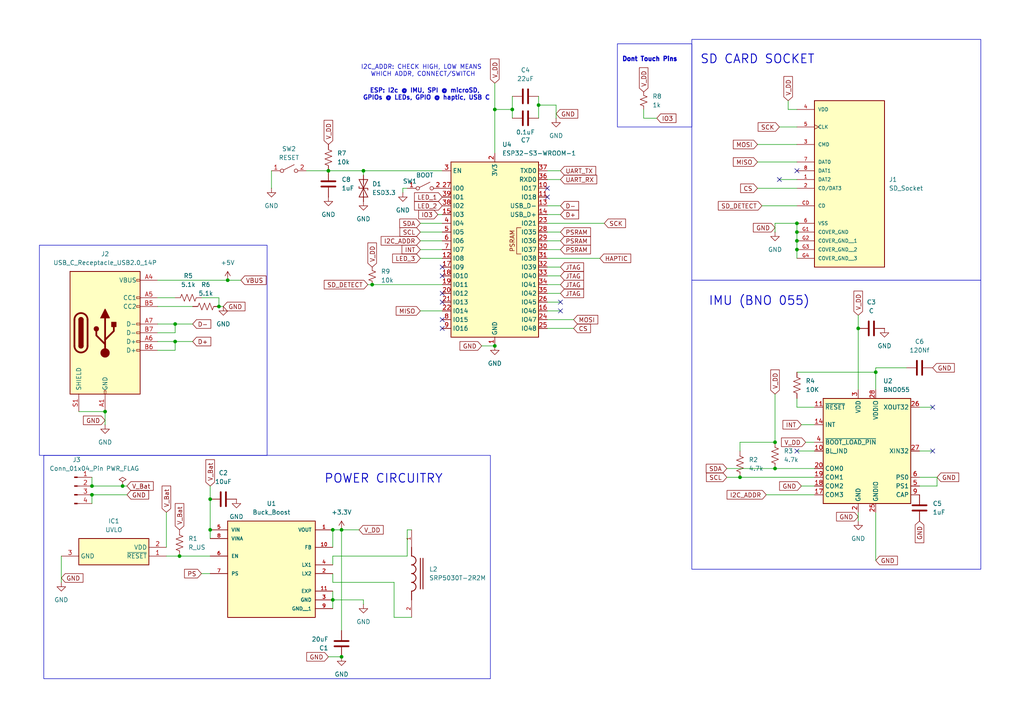
<source format=kicad_sch>
(kicad_sch
	(version 20250114)
	(generator "eeschema")
	(generator_version "9.0")
	(uuid "64cfd788-f968-4e49-826d-6322743ab44f")
	(paper "A4")
	(title_block
		(title "GoldenFormPCB_1")
		(date "2026-01-22")
		(rev "1.0")
	)
	(lib_symbols
		(symbol "Connector:Conn_01x04_Pin"
			(pin_names
				(offset 1.016)
				(hide yes)
			)
			(exclude_from_sim no)
			(in_bom yes)
			(on_board yes)
			(property "Reference" "J"
				(at 0 5.08 0)
				(effects
					(font
						(size 1.27 1.27)
					)
				)
			)
			(property "Value" "Conn_01x04_Pin"
				(at 0 -7.62 0)
				(effects
					(font
						(size 1.27 1.27)
					)
				)
			)
			(property "Footprint" ""
				(at 0 0 0)
				(effects
					(font
						(size 1.27 1.27)
					)
					(hide yes)
				)
			)
			(property "Datasheet" "~"
				(at 0 0 0)
				(effects
					(font
						(size 1.27 1.27)
					)
					(hide yes)
				)
			)
			(property "Description" "Generic connector, single row, 01x04, script generated"
				(at 0 0 0)
				(effects
					(font
						(size 1.27 1.27)
					)
					(hide yes)
				)
			)
			(property "ki_locked" ""
				(at 0 0 0)
				(effects
					(font
						(size 1.27 1.27)
					)
				)
			)
			(property "ki_keywords" "connector"
				(at 0 0 0)
				(effects
					(font
						(size 1.27 1.27)
					)
					(hide yes)
				)
			)
			(property "ki_fp_filters" "Connector*:*_1x??_*"
				(at 0 0 0)
				(effects
					(font
						(size 1.27 1.27)
					)
					(hide yes)
				)
			)
			(symbol "Conn_01x04_Pin_1_1"
				(rectangle
					(start 0.8636 2.667)
					(end 0 2.413)
					(stroke
						(width 0.1524)
						(type default)
					)
					(fill
						(type outline)
					)
				)
				(rectangle
					(start 0.8636 0.127)
					(end 0 -0.127)
					(stroke
						(width 0.1524)
						(type default)
					)
					(fill
						(type outline)
					)
				)
				(rectangle
					(start 0.8636 -2.413)
					(end 0 -2.667)
					(stroke
						(width 0.1524)
						(type default)
					)
					(fill
						(type outline)
					)
				)
				(rectangle
					(start 0.8636 -4.953)
					(end 0 -5.207)
					(stroke
						(width 0.1524)
						(type default)
					)
					(fill
						(type outline)
					)
				)
				(polyline
					(pts
						(xy 1.27 2.54) (xy 0.8636 2.54)
					)
					(stroke
						(width 0.1524)
						(type default)
					)
					(fill
						(type none)
					)
				)
				(polyline
					(pts
						(xy 1.27 0) (xy 0.8636 0)
					)
					(stroke
						(width 0.1524)
						(type default)
					)
					(fill
						(type none)
					)
				)
				(polyline
					(pts
						(xy 1.27 -2.54) (xy 0.8636 -2.54)
					)
					(stroke
						(width 0.1524)
						(type default)
					)
					(fill
						(type none)
					)
				)
				(polyline
					(pts
						(xy 1.27 -5.08) (xy 0.8636 -5.08)
					)
					(stroke
						(width 0.1524)
						(type default)
					)
					(fill
						(type none)
					)
				)
				(pin passive line
					(at 5.08 2.54 180)
					(length 3.81)
					(name "Pin_1"
						(effects
							(font
								(size 1.27 1.27)
							)
						)
					)
					(number "1"
						(effects
							(font
								(size 1.27 1.27)
							)
						)
					)
				)
				(pin passive line
					(at 5.08 0 180)
					(length 3.81)
					(name "Pin_2"
						(effects
							(font
								(size 1.27 1.27)
							)
						)
					)
					(number "2"
						(effects
							(font
								(size 1.27 1.27)
							)
						)
					)
				)
				(pin passive line
					(at 5.08 -2.54 180)
					(length 3.81)
					(name "Pin_3"
						(effects
							(font
								(size 1.27 1.27)
							)
						)
					)
					(number "3"
						(effects
							(font
								(size 1.27 1.27)
							)
						)
					)
				)
				(pin passive line
					(at 5.08 -5.08 180)
					(length 3.81)
					(name "Pin_4"
						(effects
							(font
								(size 1.27 1.27)
							)
						)
					)
					(number "4"
						(effects
							(font
								(size 1.27 1.27)
							)
						)
					)
				)
			)
			(embedded_fonts no)
		)
		(symbol "Connector:USB_C_Receptacle_USB2.0_14P"
			(pin_names
				(offset 1.016)
			)
			(exclude_from_sim no)
			(in_bom yes)
			(on_board yes)
			(property "Reference" "J"
				(at 0 22.225 0)
				(effects
					(font
						(size 1.27 1.27)
					)
				)
			)
			(property "Value" "USB_C_Receptacle_USB2.0_14P"
				(at 0 19.685 0)
				(effects
					(font
						(size 1.27 1.27)
					)
				)
			)
			(property "Footprint" ""
				(at 3.81 0 0)
				(effects
					(font
						(size 1.27 1.27)
					)
					(hide yes)
				)
			)
			(property "Datasheet" "https://www.usb.org/sites/default/files/documents/usb_type-c.zip"
				(at 3.81 0 0)
				(effects
					(font
						(size 1.27 1.27)
					)
					(hide yes)
				)
			)
			(property "Description" "USB 2.0-only 14P Type-C Receptacle connector"
				(at 0 0 0)
				(effects
					(font
						(size 1.27 1.27)
					)
					(hide yes)
				)
			)
			(property "ki_keywords" "usb universal serial bus type-C USB2.0"
				(at 0 0 0)
				(effects
					(font
						(size 1.27 1.27)
					)
					(hide yes)
				)
			)
			(property "ki_fp_filters" "USB*C*Receptacle*"
				(at 0 0 0)
				(effects
					(font
						(size 1.27 1.27)
					)
					(hide yes)
				)
			)
			(symbol "USB_C_Receptacle_USB2.0_14P_0_0"
				(rectangle
					(start -0.254 -17.78)
					(end 0.254 -16.764)
					(stroke
						(width 0)
						(type default)
					)
					(fill
						(type none)
					)
				)
				(rectangle
					(start 10.16 15.494)
					(end 9.144 14.986)
					(stroke
						(width 0)
						(type default)
					)
					(fill
						(type none)
					)
				)
				(rectangle
					(start 10.16 10.414)
					(end 9.144 9.906)
					(stroke
						(width 0)
						(type default)
					)
					(fill
						(type none)
					)
				)
				(rectangle
					(start 10.16 7.874)
					(end 9.144 7.366)
					(stroke
						(width 0)
						(type default)
					)
					(fill
						(type none)
					)
				)
				(rectangle
					(start 10.16 2.794)
					(end 9.144 2.286)
					(stroke
						(width 0)
						(type default)
					)
					(fill
						(type none)
					)
				)
				(rectangle
					(start 10.16 0.254)
					(end 9.144 -0.254)
					(stroke
						(width 0)
						(type default)
					)
					(fill
						(type none)
					)
				)
				(rectangle
					(start 10.16 -2.286)
					(end 9.144 -2.794)
					(stroke
						(width 0)
						(type default)
					)
					(fill
						(type none)
					)
				)
				(rectangle
					(start 10.16 -4.826)
					(end 9.144 -5.334)
					(stroke
						(width 0)
						(type default)
					)
					(fill
						(type none)
					)
				)
			)
			(symbol "USB_C_Receptacle_USB2.0_14P_0_1"
				(rectangle
					(start -10.16 17.78)
					(end 10.16 -17.78)
					(stroke
						(width 0.254)
						(type default)
					)
					(fill
						(type background)
					)
				)
				(polyline
					(pts
						(xy -8.89 -3.81) (xy -8.89 3.81)
					)
					(stroke
						(width 0.508)
						(type default)
					)
					(fill
						(type none)
					)
				)
				(rectangle
					(start -7.62 -3.81)
					(end -6.35 3.81)
					(stroke
						(width 0.254)
						(type default)
					)
					(fill
						(type outline)
					)
				)
				(arc
					(start -7.62 3.81)
					(mid -6.985 4.4423)
					(end -6.35 3.81)
					(stroke
						(width 0.254)
						(type default)
					)
					(fill
						(type none)
					)
				)
				(arc
					(start -7.62 3.81)
					(mid -6.985 4.4423)
					(end -6.35 3.81)
					(stroke
						(width 0.254)
						(type default)
					)
					(fill
						(type outline)
					)
				)
				(arc
					(start -8.89 3.81)
					(mid -6.985 5.7067)
					(end -5.08 3.81)
					(stroke
						(width 0.508)
						(type default)
					)
					(fill
						(type none)
					)
				)
				(arc
					(start -5.08 -3.81)
					(mid -6.985 -5.7067)
					(end -8.89 -3.81)
					(stroke
						(width 0.508)
						(type default)
					)
					(fill
						(type none)
					)
				)
				(arc
					(start -6.35 -3.81)
					(mid -6.985 -4.4423)
					(end -7.62 -3.81)
					(stroke
						(width 0.254)
						(type default)
					)
					(fill
						(type none)
					)
				)
				(arc
					(start -6.35 -3.81)
					(mid -6.985 -4.4423)
					(end -7.62 -3.81)
					(stroke
						(width 0.254)
						(type default)
					)
					(fill
						(type outline)
					)
				)
				(polyline
					(pts
						(xy -5.08 3.81) (xy -5.08 -3.81)
					)
					(stroke
						(width 0.508)
						(type default)
					)
					(fill
						(type none)
					)
				)
				(circle
					(center -2.54 1.143)
					(radius 0.635)
					(stroke
						(width 0.254)
						(type default)
					)
					(fill
						(type outline)
					)
				)
				(polyline
					(pts
						(xy -1.27 4.318) (xy 0 6.858) (xy 1.27 4.318) (xy -1.27 4.318)
					)
					(stroke
						(width 0.254)
						(type default)
					)
					(fill
						(type outline)
					)
				)
				(polyline
					(pts
						(xy 0 -2.032) (xy 2.54 0.508) (xy 2.54 1.778)
					)
					(stroke
						(width 0.508)
						(type default)
					)
					(fill
						(type none)
					)
				)
				(polyline
					(pts
						(xy 0 -3.302) (xy -2.54 -0.762) (xy -2.54 0.508)
					)
					(stroke
						(width 0.508)
						(type default)
					)
					(fill
						(type none)
					)
				)
				(polyline
					(pts
						(xy 0 -5.842) (xy 0 4.318)
					)
					(stroke
						(width 0.508)
						(type default)
					)
					(fill
						(type none)
					)
				)
				(circle
					(center 0 -5.842)
					(radius 1.27)
					(stroke
						(width 0)
						(type default)
					)
					(fill
						(type outline)
					)
				)
				(rectangle
					(start 1.905 1.778)
					(end 3.175 3.048)
					(stroke
						(width 0.254)
						(type default)
					)
					(fill
						(type outline)
					)
				)
			)
			(symbol "USB_C_Receptacle_USB2.0_14P_1_1"
				(pin passive line
					(at -7.62 -22.86 90)
					(length 5.08)
					(name "SHIELD"
						(effects
							(font
								(size 1.27 1.27)
							)
						)
					)
					(number "S1"
						(effects
							(font
								(size 1.27 1.27)
							)
						)
					)
				)
				(pin passive line
					(at 0 -22.86 90)
					(length 5.08)
					(name "GND"
						(effects
							(font
								(size 1.27 1.27)
							)
						)
					)
					(number "A1"
						(effects
							(font
								(size 1.27 1.27)
							)
						)
					)
				)
				(pin passive line
					(at 0 -22.86 90)
					(length 5.08)
					(hide yes)
					(name "GND"
						(effects
							(font
								(size 1.27 1.27)
							)
						)
					)
					(number "A12"
						(effects
							(font
								(size 1.27 1.27)
							)
						)
					)
				)
				(pin passive line
					(at 0 -22.86 90)
					(length 5.08)
					(hide yes)
					(name "GND"
						(effects
							(font
								(size 1.27 1.27)
							)
						)
					)
					(number "B1"
						(effects
							(font
								(size 1.27 1.27)
							)
						)
					)
				)
				(pin passive line
					(at 0 -22.86 90)
					(length 5.08)
					(hide yes)
					(name "GND"
						(effects
							(font
								(size 1.27 1.27)
							)
						)
					)
					(number "B12"
						(effects
							(font
								(size 1.27 1.27)
							)
						)
					)
				)
				(pin passive line
					(at 15.24 15.24 180)
					(length 5.08)
					(name "VBUS"
						(effects
							(font
								(size 1.27 1.27)
							)
						)
					)
					(number "A4"
						(effects
							(font
								(size 1.27 1.27)
							)
						)
					)
				)
				(pin passive line
					(at 15.24 15.24 180)
					(length 5.08)
					(hide yes)
					(name "VBUS"
						(effects
							(font
								(size 1.27 1.27)
							)
						)
					)
					(number "A9"
						(effects
							(font
								(size 1.27 1.27)
							)
						)
					)
				)
				(pin passive line
					(at 15.24 15.24 180)
					(length 5.08)
					(hide yes)
					(name "VBUS"
						(effects
							(font
								(size 1.27 1.27)
							)
						)
					)
					(number "B4"
						(effects
							(font
								(size 1.27 1.27)
							)
						)
					)
				)
				(pin passive line
					(at 15.24 15.24 180)
					(length 5.08)
					(hide yes)
					(name "VBUS"
						(effects
							(font
								(size 1.27 1.27)
							)
						)
					)
					(number "B9"
						(effects
							(font
								(size 1.27 1.27)
							)
						)
					)
				)
				(pin bidirectional line
					(at 15.24 10.16 180)
					(length 5.08)
					(name "CC1"
						(effects
							(font
								(size 1.27 1.27)
							)
						)
					)
					(number "A5"
						(effects
							(font
								(size 1.27 1.27)
							)
						)
					)
				)
				(pin bidirectional line
					(at 15.24 7.62 180)
					(length 5.08)
					(name "CC2"
						(effects
							(font
								(size 1.27 1.27)
							)
						)
					)
					(number "B5"
						(effects
							(font
								(size 1.27 1.27)
							)
						)
					)
				)
				(pin bidirectional line
					(at 15.24 2.54 180)
					(length 5.08)
					(name "D-"
						(effects
							(font
								(size 1.27 1.27)
							)
						)
					)
					(number "A7"
						(effects
							(font
								(size 1.27 1.27)
							)
						)
					)
				)
				(pin bidirectional line
					(at 15.24 0 180)
					(length 5.08)
					(name "D-"
						(effects
							(font
								(size 1.27 1.27)
							)
						)
					)
					(number "B7"
						(effects
							(font
								(size 1.27 1.27)
							)
						)
					)
				)
				(pin bidirectional line
					(at 15.24 -2.54 180)
					(length 5.08)
					(name "D+"
						(effects
							(font
								(size 1.27 1.27)
							)
						)
					)
					(number "A6"
						(effects
							(font
								(size 1.27 1.27)
							)
						)
					)
				)
				(pin bidirectional line
					(at 15.24 -5.08 180)
					(length 5.08)
					(name "D+"
						(effects
							(font
								(size 1.27 1.27)
							)
						)
					)
					(number "B6"
						(effects
							(font
								(size 1.27 1.27)
							)
						)
					)
				)
			)
			(embedded_fonts no)
		)
		(symbol "Device:C"
			(pin_numbers
				(hide yes)
			)
			(pin_names
				(offset 0.254)
			)
			(exclude_from_sim no)
			(in_bom yes)
			(on_board yes)
			(property "Reference" "C"
				(at 0.635 2.54 0)
				(effects
					(font
						(size 1.27 1.27)
					)
					(justify left)
				)
			)
			(property "Value" "C"
				(at 0.635 -2.54 0)
				(effects
					(font
						(size 1.27 1.27)
					)
					(justify left)
				)
			)
			(property "Footprint" ""
				(at 0.9652 -3.81 0)
				(effects
					(font
						(size 1.27 1.27)
					)
					(hide yes)
				)
			)
			(property "Datasheet" "~"
				(at 0 0 0)
				(effects
					(font
						(size 1.27 1.27)
					)
					(hide yes)
				)
			)
			(property "Description" "Unpolarized capacitor"
				(at 0 0 0)
				(effects
					(font
						(size 1.27 1.27)
					)
					(hide yes)
				)
			)
			(property "ki_keywords" "cap capacitor"
				(at 0 0 0)
				(effects
					(font
						(size 1.27 1.27)
					)
					(hide yes)
				)
			)
			(property "ki_fp_filters" "C_*"
				(at 0 0 0)
				(effects
					(font
						(size 1.27 1.27)
					)
					(hide yes)
				)
			)
			(symbol "C_0_1"
				(polyline
					(pts
						(xy -2.032 0.762) (xy 2.032 0.762)
					)
					(stroke
						(width 0.508)
						(type default)
					)
					(fill
						(type none)
					)
				)
				(polyline
					(pts
						(xy -2.032 -0.762) (xy 2.032 -0.762)
					)
					(stroke
						(width 0.508)
						(type default)
					)
					(fill
						(type none)
					)
				)
			)
			(symbol "C_1_1"
				(pin passive line
					(at 0 3.81 270)
					(length 2.794)
					(name "~"
						(effects
							(font
								(size 1.27 1.27)
							)
						)
					)
					(number "1"
						(effects
							(font
								(size 1.27 1.27)
							)
						)
					)
				)
				(pin passive line
					(at 0 -3.81 90)
					(length 2.794)
					(name "~"
						(effects
							(font
								(size 1.27 1.27)
							)
						)
					)
					(number "2"
						(effects
							(font
								(size 1.27 1.27)
							)
						)
					)
				)
			)
			(embedded_fonts no)
		)
		(symbol "Device:R_Small_US"
			(pin_numbers
				(hide yes)
			)
			(pin_names
				(offset 0.254)
				(hide yes)
			)
			(exclude_from_sim no)
			(in_bom yes)
			(on_board yes)
			(property "Reference" "R"
				(at 0.762 0.508 0)
				(effects
					(font
						(size 1.27 1.27)
					)
					(justify left)
				)
			)
			(property "Value" "R_Small_US"
				(at 0.762 -1.016 0)
				(effects
					(font
						(size 1.27 1.27)
					)
					(justify left)
				)
			)
			(property "Footprint" ""
				(at 0 0 0)
				(effects
					(font
						(size 1.27 1.27)
					)
					(hide yes)
				)
			)
			(property "Datasheet" "~"
				(at 0 0 0)
				(effects
					(font
						(size 1.27 1.27)
					)
					(hide yes)
				)
			)
			(property "Description" "Resistor, small US symbol"
				(at 0 0 0)
				(effects
					(font
						(size 1.27 1.27)
					)
					(hide yes)
				)
			)
			(property "ki_keywords" "r resistor"
				(at 0 0 0)
				(effects
					(font
						(size 1.27 1.27)
					)
					(hide yes)
				)
			)
			(property "ki_fp_filters" "R_*"
				(at 0 0 0)
				(effects
					(font
						(size 1.27 1.27)
					)
					(hide yes)
				)
			)
			(symbol "R_Small_US_1_1"
				(polyline
					(pts
						(xy 0 1.524) (xy 1.016 1.143) (xy 0 0.762) (xy -1.016 0.381) (xy 0 0)
					)
					(stroke
						(width 0)
						(type default)
					)
					(fill
						(type none)
					)
				)
				(polyline
					(pts
						(xy 0 0) (xy 1.016 -0.381) (xy 0 -0.762) (xy -1.016 -1.143) (xy 0 -1.524)
					)
					(stroke
						(width 0)
						(type default)
					)
					(fill
						(type none)
					)
				)
				(pin passive line
					(at 0 2.54 270)
					(length 1.016)
					(name "~"
						(effects
							(font
								(size 1.27 1.27)
							)
						)
					)
					(number "1"
						(effects
							(font
								(size 1.27 1.27)
							)
						)
					)
				)
				(pin passive line
					(at 0 -2.54 90)
					(length 1.016)
					(name "~"
						(effects
							(font
								(size 1.27 1.27)
							)
						)
					)
					(number "2"
						(effects
							(font
								(size 1.27 1.27)
							)
						)
					)
				)
			)
			(embedded_fonts no)
		)
		(symbol "Device:R_US"
			(pin_numbers
				(hide yes)
			)
			(pin_names
				(offset 0)
			)
			(exclude_from_sim no)
			(in_bom yes)
			(on_board yes)
			(property "Reference" "R"
				(at 2.54 0 90)
				(effects
					(font
						(size 1.27 1.27)
					)
				)
			)
			(property "Value" "R_US"
				(at -2.54 0 90)
				(effects
					(font
						(size 1.27 1.27)
					)
				)
			)
			(property "Footprint" ""
				(at 1.016 -0.254 90)
				(effects
					(font
						(size 1.27 1.27)
					)
					(hide yes)
				)
			)
			(property "Datasheet" "~"
				(at 0 0 0)
				(effects
					(font
						(size 1.27 1.27)
					)
					(hide yes)
				)
			)
			(property "Description" "Resistor, US symbol"
				(at 0 0 0)
				(effects
					(font
						(size 1.27 1.27)
					)
					(hide yes)
				)
			)
			(property "ki_keywords" "R res resistor"
				(at 0 0 0)
				(effects
					(font
						(size 1.27 1.27)
					)
					(hide yes)
				)
			)
			(property "ki_fp_filters" "R_*"
				(at 0 0 0)
				(effects
					(font
						(size 1.27 1.27)
					)
					(hide yes)
				)
			)
			(symbol "R_US_0_1"
				(polyline
					(pts
						(xy 0 2.286) (xy 0 2.54)
					)
					(stroke
						(width 0)
						(type default)
					)
					(fill
						(type none)
					)
				)
				(polyline
					(pts
						(xy 0 2.286) (xy 1.016 1.905) (xy 0 1.524) (xy -1.016 1.143) (xy 0 0.762)
					)
					(stroke
						(width 0)
						(type default)
					)
					(fill
						(type none)
					)
				)
				(polyline
					(pts
						(xy 0 0.762) (xy 1.016 0.381) (xy 0 0) (xy -1.016 -0.381) (xy 0 -0.762)
					)
					(stroke
						(width 0)
						(type default)
					)
					(fill
						(type none)
					)
				)
				(polyline
					(pts
						(xy 0 -0.762) (xy 1.016 -1.143) (xy 0 -1.524) (xy -1.016 -1.905) (xy 0 -2.286)
					)
					(stroke
						(width 0)
						(type default)
					)
					(fill
						(type none)
					)
				)
				(polyline
					(pts
						(xy 0 -2.286) (xy 0 -2.54)
					)
					(stroke
						(width 0)
						(type default)
					)
					(fill
						(type none)
					)
				)
			)
			(symbol "R_US_1_1"
				(pin passive line
					(at 0 3.81 270)
					(length 1.27)
					(name "~"
						(effects
							(font
								(size 1.27 1.27)
							)
						)
					)
					(number "1"
						(effects
							(font
								(size 1.27 1.27)
							)
						)
					)
				)
				(pin passive line
					(at 0 -3.81 90)
					(length 1.27)
					(name "~"
						(effects
							(font
								(size 1.27 1.27)
							)
						)
					)
					(number "2"
						(effects
							(font
								(size 1.27 1.27)
							)
						)
					)
				)
			)
			(embedded_fonts no)
		)
		(symbol "Diode:ESD9B3.3ST5G"
			(pin_numbers
				(hide yes)
			)
			(pin_names
				(offset 1.016)
				(hide yes)
			)
			(exclude_from_sim no)
			(in_bom yes)
			(on_board yes)
			(property "Reference" "D"
				(at 0 2.54 0)
				(effects
					(font
						(size 1.27 1.27)
					)
				)
			)
			(property "Value" "ESD9B3.3ST5G"
				(at 0 -2.54 0)
				(effects
					(font
						(size 1.27 1.27)
					)
				)
			)
			(property "Footprint" "Diode_SMD:D_SOD-923"
				(at 0 0 0)
				(effects
					(font
						(size 1.27 1.27)
					)
					(hide yes)
				)
			)
			(property "Datasheet" "https://www.onsemi.com/pub/Collateral/ESD9B-D.PDF"
				(at 0 0 0)
				(effects
					(font
						(size 1.27 1.27)
					)
					(hide yes)
				)
			)
			(property "Description" "ESD protection diode, 3.3Vrwm, SOD-923"
				(at 0 0 0)
				(effects
					(font
						(size 1.27 1.27)
					)
					(hide yes)
				)
			)
			(property "ki_keywords" "diode TVS ESD"
				(at 0 0 0)
				(effects
					(font
						(size 1.27 1.27)
					)
					(hide yes)
				)
			)
			(property "ki_fp_filters" "D*SOD?923*"
				(at 0 0 0)
				(effects
					(font
						(size 1.27 1.27)
					)
					(hide yes)
				)
			)
			(symbol "ESD9B3.3ST5G_0_1"
				(polyline
					(pts
						(xy -2.54 -1.27) (xy 0 0) (xy -2.54 1.27) (xy -2.54 -1.27)
					)
					(stroke
						(width 0.2032)
						(type default)
					)
					(fill
						(type none)
					)
				)
				(polyline
					(pts
						(xy 0.508 1.27) (xy 0 1.27) (xy 0 -1.27) (xy -0.508 -1.27)
					)
					(stroke
						(width 0.2032)
						(type default)
					)
					(fill
						(type none)
					)
				)
				(polyline
					(pts
						(xy 1.27 0) (xy -1.27 0)
					)
					(stroke
						(width 0)
						(type default)
					)
					(fill
						(type none)
					)
				)
				(polyline
					(pts
						(xy 2.54 1.27) (xy 2.54 -1.27) (xy 0 0) (xy 2.54 1.27)
					)
					(stroke
						(width 0.2032)
						(type default)
					)
					(fill
						(type none)
					)
				)
			)
			(symbol "ESD9B3.3ST5G_1_1"
				(pin passive line
					(at -3.81 0 0)
					(length 2.54)
					(name "A1"
						(effects
							(font
								(size 1.27 1.27)
							)
						)
					)
					(number "1"
						(effects
							(font
								(size 1.27 1.27)
							)
						)
					)
				)
				(pin passive line
					(at 3.81 0 180)
					(length 2.54)
					(name "A2"
						(effects
							(font
								(size 1.27 1.27)
							)
						)
					)
					(number "2"
						(effects
							(font
								(size 1.27 1.27)
							)
						)
					)
				)
			)
			(embedded_fonts no)
		)
		(symbol "MySymbols:MSD-4-A"
			(pin_names
				(offset 1.016)
			)
			(exclude_from_sim no)
			(in_bom yes)
			(on_board yes)
			(property "Reference" "J"
				(at -10.16 21.082 0)
				(effects
					(font
						(size 1.27 1.27)
					)
					(justify left bottom)
				)
			)
			(property "Value" "MSD-4-A"
				(at -10.16 -30.48 0)
				(effects
					(font
						(size 1.27 1.27)
					)
					(justify left bottom)
				)
			)
			(property "Footprint" "MSD-4-A:CUI_MSD-4-A"
				(at 0 0 0)
				(effects
					(font
						(size 1.27 1.27)
					)
					(justify bottom)
					(hide yes)
				)
			)
			(property "Datasheet" ""
				(at 0 0 0)
				(effects
					(font
						(size 1.27 1.27)
					)
					(hide yes)
				)
			)
			(property "Description" ""
				(at 0 0 0)
				(effects
					(font
						(size 1.27 1.27)
					)
					(hide yes)
				)
			)
			(property "PARTREV" "1.0"
				(at 0 0 0)
				(effects
					(font
						(size 1.27 1.27)
					)
					(justify bottom)
					(hide yes)
				)
			)
			(property "STANDARD" "Manufacturer Recommendations"
				(at 0 0 0)
				(effects
					(font
						(size 1.27 1.27)
					)
					(justify bottom)
					(hide yes)
				)
			)
			(property "MAXIMUM_PACKAGE_HEIGHT" "2.00mm"
				(at 0 0 0)
				(effects
					(font
						(size 1.27 1.27)
					)
					(justify bottom)
					(hide yes)
				)
			)
			(property "MANUFACTURER" "CUI Devices"
				(at 0 0 0)
				(effects
					(font
						(size 1.27 1.27)
					)
					(justify bottom)
					(hide yes)
				)
			)
			(symbol "MSD-4-A_0_0"
				(rectangle
					(start -10.16 -27.94)
					(end 10.16 20.32)
					(stroke
						(width 0.254)
						(type default)
					)
					(fill
						(type background)
					)
				)
				(pin power_in line
					(at -15.24 17.78 0)
					(length 5.08)
					(name "VDD"
						(effects
							(font
								(size 1.016 1.016)
							)
						)
					)
					(number "4"
						(effects
							(font
								(size 1.016 1.016)
							)
						)
					)
				)
				(pin input clock
					(at -15.24 12.7 0)
					(length 5.08)
					(name "CLK"
						(effects
							(font
								(size 1.016 1.016)
							)
						)
					)
					(number "5"
						(effects
							(font
								(size 1.016 1.016)
							)
						)
					)
				)
				(pin bidirectional line
					(at -15.24 7.62 0)
					(length 5.08)
					(name "CMD"
						(effects
							(font
								(size 1.016 1.016)
							)
						)
					)
					(number "3"
						(effects
							(font
								(size 1.016 1.016)
							)
						)
					)
				)
				(pin bidirectional line
					(at -15.24 2.54 0)
					(length 5.08)
					(name "DAT0"
						(effects
							(font
								(size 1.016 1.016)
							)
						)
					)
					(number "7"
						(effects
							(font
								(size 1.016 1.016)
							)
						)
					)
				)
				(pin bidirectional line
					(at -15.24 0 0)
					(length 5.08)
					(name "DAT1"
						(effects
							(font
								(size 1.016 1.016)
							)
						)
					)
					(number "8"
						(effects
							(font
								(size 1.016 1.016)
							)
						)
					)
				)
				(pin bidirectional line
					(at -15.24 -2.54 0)
					(length 5.08)
					(name "DAT2"
						(effects
							(font
								(size 1.016 1.016)
							)
						)
					)
					(number "1"
						(effects
							(font
								(size 1.016 1.016)
							)
						)
					)
				)
				(pin bidirectional line
					(at -15.24 -5.08 0)
					(length 5.08)
					(name "CD/DAT3"
						(effects
							(font
								(size 1.016 1.016)
							)
						)
					)
					(number "2"
						(effects
							(font
								(size 1.016 1.016)
							)
						)
					)
				)
				(pin passive line
					(at -15.24 -10.16 0)
					(length 5.08)
					(name "CD"
						(effects
							(font
								(size 1.016 1.016)
							)
						)
					)
					(number "CD"
						(effects
							(font
								(size 1.016 1.016)
							)
						)
					)
				)
				(pin power_in line
					(at -15.24 -15.24 0)
					(length 5.08)
					(name "VSS"
						(effects
							(font
								(size 1.016 1.016)
							)
						)
					)
					(number "6"
						(effects
							(font
								(size 1.016 1.016)
							)
						)
					)
				)
				(pin power_in line
					(at -15.24 -17.78 0)
					(length 5.08)
					(name "COVER_GND"
						(effects
							(font
								(size 1.016 1.016)
							)
						)
					)
					(number "G1"
						(effects
							(font
								(size 1.016 1.016)
							)
						)
					)
				)
				(pin power_in line
					(at -15.24 -20.32 0)
					(length 5.08)
					(name "COVER_GND__1"
						(effects
							(font
								(size 1.016 1.016)
							)
						)
					)
					(number "G2"
						(effects
							(font
								(size 1.016 1.016)
							)
						)
					)
				)
				(pin power_in line
					(at -15.24 -22.86 0)
					(length 5.08)
					(name "COVER_GND__2"
						(effects
							(font
								(size 1.016 1.016)
							)
						)
					)
					(number "G3"
						(effects
							(font
								(size 1.016 1.016)
							)
						)
					)
				)
				(pin power_in line
					(at -15.24 -25.4 0)
					(length 5.08)
					(name "COVER_GND__3"
						(effects
							(font
								(size 1.016 1.016)
							)
						)
					)
					(number "G4"
						(effects
							(font
								(size 1.016 1.016)
							)
						)
					)
				)
			)
			(embedded_fonts no)
		)
		(symbol "MySymbols:RT6150B-33GQW"
			(pin_names
				(offset 1.016)
			)
			(exclude_from_sim no)
			(in_bom yes)
			(on_board yes)
			(property "Reference" "U"
				(at -12.7 13.208 0)
				(effects
					(font
						(size 1.27 1.27)
					)
					(justify left bottom)
				)
			)
			(property "Value" "RT6150B-33GQW"
				(at -12.7 -17.78 0)
				(effects
					(font
						(size 1.27 1.27)
					)
					(justify left bottom)
				)
			)
			(property "Footprint" "RT6150B-33GQW:SON50P250X250X80-11N"
				(at 0 0 0)
				(effects
					(font
						(size 1.27 1.27)
					)
					(justify bottom)
					(hide yes)
				)
			)
			(property "Datasheet" ""
				(at 0 0 0)
				(effects
					(font
						(size 1.27 1.27)
					)
					(hide yes)
				)
			)
			(property "Description" ""
				(at 0 0 0)
				(effects
					(font
						(size 1.27 1.27)
					)
					(hide yes)
				)
			)
			(property "PARTREV" "July 2018"
				(at 0 0 0)
				(effects
					(font
						(size 1.27 1.27)
					)
					(justify bottom)
					(hide yes)
				)
			)
			(property "STANDARD" "Manufacturer Recommendations"
				(at 0 0 0)
				(effects
					(font
						(size 1.27 1.27)
					)
					(justify bottom)
					(hide yes)
				)
			)
			(property "SNAPEDA_PACKAGE_ID" "19032"
				(at 0 0 0)
				(effects
					(font
						(size 1.27 1.27)
					)
					(justify bottom)
					(hide yes)
				)
			)
			(property "MAXIMUM_PACKAGE_HEIGHT" "0.8 mm"
				(at 0 0 0)
				(effects
					(font
						(size 1.27 1.27)
					)
					(justify bottom)
					(hide yes)
				)
			)
			(property "MANUFACTURER" "Richtek USA Inc."
				(at 0 0 0)
				(effects
					(font
						(size 1.27 1.27)
					)
					(justify bottom)
					(hide yes)
				)
			)
			(symbol "RT6150B-33GQW_0_0"
				(rectangle
					(start -12.7 -15.24)
					(end 12.7 12.7)
					(stroke
						(width 0.254)
						(type default)
					)
					(fill
						(type background)
					)
				)
				(pin input line
					(at -17.78 10.16 0)
					(length 5.08)
					(name "VIN"
						(effects
							(font
								(size 1.016 1.016)
							)
						)
					)
					(number "5"
						(effects
							(font
								(size 1.016 1.016)
							)
						)
					)
				)
				(pin input line
					(at -17.78 7.62 0)
					(length 5.08)
					(name "VINA"
						(effects
							(font
								(size 1.016 1.016)
							)
						)
					)
					(number "8"
						(effects
							(font
								(size 1.016 1.016)
							)
						)
					)
				)
				(pin input line
					(at -17.78 2.54 0)
					(length 5.08)
					(name "EN"
						(effects
							(font
								(size 1.016 1.016)
							)
						)
					)
					(number "6"
						(effects
							(font
								(size 1.016 1.016)
							)
						)
					)
				)
				(pin input line
					(at -17.78 -2.54 0)
					(length 5.08)
					(name "PS"
						(effects
							(font
								(size 1.016 1.016)
							)
						)
					)
					(number "7"
						(effects
							(font
								(size 1.016 1.016)
							)
						)
					)
				)
				(pin output line
					(at 17.78 10.16 180)
					(length 5.08)
					(name "VOUT"
						(effects
							(font
								(size 1.016 1.016)
							)
						)
					)
					(number "1"
						(effects
							(font
								(size 1.016 1.016)
							)
						)
					)
				)
				(pin input line
					(at 17.78 5.08 180)
					(length 5.08)
					(name "FB"
						(effects
							(font
								(size 1.016 1.016)
							)
						)
					)
					(number "10"
						(effects
							(font
								(size 1.016 1.016)
							)
						)
					)
				)
				(pin passive line
					(at 17.78 0 180)
					(length 5.08)
					(name "LX1"
						(effects
							(font
								(size 1.016 1.016)
							)
						)
					)
					(number "4"
						(effects
							(font
								(size 1.016 1.016)
							)
						)
					)
				)
				(pin passive line
					(at 17.78 -2.54 180)
					(length 5.08)
					(name "LX2"
						(effects
							(font
								(size 1.016 1.016)
							)
						)
					)
					(number "2"
						(effects
							(font
								(size 1.016 1.016)
							)
						)
					)
				)
				(pin power_in line
					(at 17.78 -7.62 180)
					(length 5.08)
					(name "EXP"
						(effects
							(font
								(size 1.016 1.016)
							)
						)
					)
					(number "11"
						(effects
							(font
								(size 1.016 1.016)
							)
						)
					)
				)
				(pin power_in line
					(at 17.78 -10.16 180)
					(length 5.08)
					(name "GND"
						(effects
							(font
								(size 1.016 1.016)
							)
						)
					)
					(number "3"
						(effects
							(font
								(size 1.016 1.016)
							)
						)
					)
				)
				(pin power_in line
					(at 17.78 -12.7 180)
					(length 5.08)
					(name "GND__1"
						(effects
							(font
								(size 1.016 1.016)
							)
						)
					)
					(number "9"
						(effects
							(font
								(size 1.016 1.016)
							)
						)
					)
				)
			)
			(embedded_fonts no)
		)
		(symbol "MySymbols:SRP5030T-2R2M"
			(pin_names
				(offset 1.016)
			)
			(exclude_from_sim no)
			(in_bom yes)
			(on_board yes)
			(property "Reference" "L"
				(at -10.16 7.62 0)
				(effects
					(font
						(size 1.27 1.27)
					)
					(justify left bottom)
				)
			)
			(property "Value" "SRP5030T-2R2M"
				(at -10.16 5.08 0)
				(effects
					(font
						(size 1.27 1.27)
					)
					(justify left bottom)
				)
			)
			(property "Footprint" "SRP5030T-2R2M:INDM5752X300N"
				(at 0 0 0)
				(effects
					(font
						(size 1.27 1.27)
					)
					(justify bottom)
					(hide yes)
				)
			)
			(property "Datasheet" ""
				(at 0 0 0)
				(effects
					(font
						(size 1.27 1.27)
					)
					(hide yes)
				)
			)
			(property "Description" ""
				(at 0 0 0)
				(effects
					(font
						(size 1.27 1.27)
					)
					(hide yes)
				)
			)
			(property "MF" "Bourns"
				(at 0 0 0)
				(effects
					(font
						(size 1.27 1.27)
					)
					(justify bottom)
					(hide yes)
				)
			)
			(property "MAXIMUM_PACKAGE_HEIGHT" "3mm"
				(at 0 0 0)
				(effects
					(font
						(size 1.27 1.27)
					)
					(justify bottom)
					(hide yes)
				)
			)
			(property "Package" "Nonstandard Bourns"
				(at 0 0 0)
				(effects
					(font
						(size 1.27 1.27)
					)
					(justify bottom)
					(hide yes)
				)
			)
			(property "Price" "None"
				(at 0 0 0)
				(effects
					(font
						(size 1.27 1.27)
					)
					(justify bottom)
					(hide yes)
				)
			)
			(property "Check_prices" "https://www.snapeda.com/parts/SRP5030T-2R2M/Bourns/view-part/?ref=eda"
				(at 0 0 0)
				(effects
					(font
						(size 1.27 1.27)
					)
					(justify bottom)
					(hide yes)
				)
			)
			(property "STANDARD" "IPC-7351B"
				(at 0 0 0)
				(effects
					(font
						(size 1.27 1.27)
					)
					(justify bottom)
					(hide yes)
				)
			)
			(property "PARTREV" "05/17/18"
				(at 0 0 0)
				(effects
					(font
						(size 1.27 1.27)
					)
					(justify bottom)
					(hide yes)
				)
			)
			(property "SnapEDA_Link" "https://www.snapeda.com/parts/SRP5030T-2R2M/Bourns/view-part/?ref=snap"
				(at 0 0 0)
				(effects
					(font
						(size 1.27 1.27)
					)
					(justify bottom)
					(hide yes)
				)
			)
			(property "MP" "SRP5030T-2R2M"
				(at 0 0 0)
				(effects
					(font
						(size 1.27 1.27)
					)
					(justify bottom)
					(hide yes)
				)
			)
			(property "Description_1" "SRP5030T Series Wire-wound SMD Inductor w/ Iron Core,2.2 uH +/-20% 5.5A Idc | Bourns SRP5030T-2R2M"
				(at 0 0 0)
				(effects
					(font
						(size 1.27 1.27)
					)
					(justify bottom)
					(hide yes)
				)
			)
			(property "Availability" "In Stock"
				(at 0 0 0)
				(effects
					(font
						(size 1.27 1.27)
					)
					(justify bottom)
					(hide yes)
				)
			)
			(property "MANUFACTURER" "Bourns"
				(at 0 0 0)
				(effects
					(font
						(size 1.27 1.27)
					)
					(justify bottom)
					(hide yes)
				)
			)
			(symbol "SRP5030T-2R2M_0_0"
				(polyline
					(pts
						(xy -5.08 0) (xy -7.62 0)
					)
					(stroke
						(width 0.254)
						(type default)
					)
					(fill
						(type none)
					)
				)
				(polyline
					(pts
						(xy -4.445 3.302) (xy 4.445 3.302)
					)
					(stroke
						(width 0.254)
						(type default)
					)
					(fill
						(type none)
					)
				)
				(polyline
					(pts
						(xy -4.445 2.54) (xy 4.445 2.54)
					)
					(stroke
						(width 0.254)
						(type default)
					)
					(fill
						(type none)
					)
				)
				(arc
					(start -5.08 0)
					(mid -3.81 1.2645)
					(end -2.54 0)
					(stroke
						(width 0.254)
						(type default)
					)
					(fill
						(type none)
					)
				)
				(arc
					(start -2.54 0)
					(mid -1.27 1.2645)
					(end 0 0)
					(stroke
						(width 0.254)
						(type default)
					)
					(fill
						(type none)
					)
				)
				(arc
					(start 0 0)
					(mid 1.27 1.2645)
					(end 2.54 0)
					(stroke
						(width 0.254)
						(type default)
					)
					(fill
						(type none)
					)
				)
				(arc
					(start 2.54 0)
					(mid 3.81 1.2645)
					(end 5.08 0)
					(stroke
						(width 0.254)
						(type default)
					)
					(fill
						(type none)
					)
				)
				(polyline
					(pts
						(xy 5.08 0) (xy 7.62 0)
					)
					(stroke
						(width 0.254)
						(type default)
					)
					(fill
						(type none)
					)
				)
				(pin passive line
					(at -12.7 0 0)
					(length 5.08)
					(name "~"
						(effects
							(font
								(size 1.016 1.016)
							)
						)
					)
					(number "1"
						(effects
							(font
								(size 1.016 1.016)
							)
						)
					)
				)
				(pin passive line
					(at 12.7 0 180)
					(length 5.08)
					(name "~"
						(effects
							(font
								(size 1.016 1.016)
							)
						)
					)
					(number "2"
						(effects
							(font
								(size 1.016 1.016)
							)
						)
					)
				)
			)
			(embedded_fonts no)
		)
		(symbol "MySymbols:TLV803EB33VDBZR"
			(exclude_from_sim no)
			(in_bom yes)
			(on_board yes)
			(property "Reference" "IC"
				(at 26.67 7.62 0)
				(effects
					(font
						(size 1.27 1.27)
					)
					(justify left top)
				)
			)
			(property "Value" "TLV803EB33VDBZR"
				(at 26.67 5.08 0)
				(effects
					(font
						(size 1.27 1.27)
					)
					(justify left top)
				)
			)
			(property "Footprint" "SOT95P237X112-3N"
				(at 26.67 -94.92 0)
				(effects
					(font
						(size 1.27 1.27)
					)
					(justify left top)
					(hide yes)
				)
			)
			(property "Datasheet" "https://pdf1.alldatasheet.com/datasheet-pdf/view/1260560/TI/TLV803EB33VDBZR.html"
				(at 26.67 -194.92 0)
				(effects
					(font
						(size 1.27 1.27)
					)
					(justify left top)
					(hide yes)
				)
			)
			(property "Description" "Supervisory Circuits Low-power voltage supervisor (reset IC) with active-low open-drain output 3-SOT-23 -40 to 125"
				(at 0 0 0)
				(effects
					(font
						(size 1.27 1.27)
					)
					(hide yes)
				)
			)
			(property "Height" "1.12"
				(at 26.67 -394.92 0)
				(effects
					(font
						(size 1.27 1.27)
					)
					(justify left top)
					(hide yes)
				)
			)
			(property "Mouser Part Number" "595-TLV803EB33VDBZR"
				(at 26.67 -494.92 0)
				(effects
					(font
						(size 1.27 1.27)
					)
					(justify left top)
					(hide yes)
				)
			)
			(property "Mouser Price/Stock" "https://www.mouser.co.uk/ProductDetail/Texas-Instruments/TLV803EB33VDBZR?qs=81r%252BiQLm7BTmCXt3yi%252BCAg%3D%3D"
				(at 26.67 -594.92 0)
				(effects
					(font
						(size 1.27 1.27)
					)
					(justify left top)
					(hide yes)
				)
			)
			(property "Manufacturer_Name" "Texas Instruments"
				(at 26.67 -694.92 0)
				(effects
					(font
						(size 1.27 1.27)
					)
					(justify left top)
					(hide yes)
				)
			)
			(property "Manufacturer_Part_Number" "TLV803EB33VDBZR"
				(at 26.67 -794.92 0)
				(effects
					(font
						(size 1.27 1.27)
					)
					(justify left top)
					(hide yes)
				)
			)
			(symbol "TLV803EB33VDBZR_1_1"
				(rectangle
					(start 5.08 2.54)
					(end 25.4 -5.08)
					(stroke
						(width 0.254)
						(type default)
					)
					(fill
						(type background)
					)
				)
				(pin passive line
					(at 0 0 0)
					(length 5.08)
					(name "~{RESET}"
						(effects
							(font
								(size 1.27 1.27)
							)
						)
					)
					(number "1"
						(effects
							(font
								(size 1.27 1.27)
							)
						)
					)
				)
				(pin passive line
					(at 0 -2.54 0)
					(length 5.08)
					(name "VDD"
						(effects
							(font
								(size 1.27 1.27)
							)
						)
					)
					(number "2"
						(effects
							(font
								(size 1.27 1.27)
							)
						)
					)
				)
				(pin passive line
					(at 30.48 0 180)
					(length 5.08)
					(name "GND"
						(effects
							(font
								(size 1.27 1.27)
							)
						)
					)
					(number "3"
						(effects
							(font
								(size 1.27 1.27)
							)
						)
					)
				)
			)
			(embedded_fonts no)
		)
		(symbol "RF_Module:ESP32-S3-WROOM-1"
			(exclude_from_sim no)
			(in_bom yes)
			(on_board yes)
			(property "Reference" "U"
				(at -12.7 26.67 0)
				(effects
					(font
						(size 1.27 1.27)
					)
				)
			)
			(property "Value" "ESP32-S3-WROOM-1"
				(at 12.7 26.67 0)
				(effects
					(font
						(size 1.27 1.27)
					)
				)
			)
			(property "Footprint" "RF_Module:ESP32-S3-WROOM-1"
				(at 0 2.54 0)
				(effects
					(font
						(size 1.27 1.27)
					)
					(hide yes)
				)
			)
			(property "Datasheet" "https://www.espressif.com/sites/default/files/documentation/esp32-s3-wroom-1_wroom-1u_datasheet_en.pdf"
				(at 0 0 0)
				(effects
					(font
						(size 1.27 1.27)
					)
					(hide yes)
				)
			)
			(property "Description" "RF Module, ESP32-S3 SoC, Wi-Fi 802.11b/g/n, Bluetooth, BLE, 32-bit, 3.3V, onboard antenna, SMD"
				(at 0 0 0)
				(effects
					(font
						(size 1.27 1.27)
					)
					(hide yes)
				)
			)
			(property "ki_keywords" "RF Radio BT ESP ESP32-S3 Espressif onboard PCB antenna"
				(at 0 0 0)
				(effects
					(font
						(size 1.27 1.27)
					)
					(hide yes)
				)
			)
			(property "ki_fp_filters" "ESP32?S3?WROOM?1*"
				(at 0 0 0)
				(effects
					(font
						(size 1.27 1.27)
					)
					(hide yes)
				)
			)
			(symbol "ESP32-S3-WROOM-1_0_0"
				(rectangle
					(start -12.7 25.4)
					(end 12.7 -25.4)
					(stroke
						(width 0.254)
						(type default)
					)
					(fill
						(type background)
					)
				)
				(text "PSRAM"
					(at 5.08 2.54 900)
					(effects
						(font
							(size 1.27 1.27)
						)
					)
				)
			)
			(symbol "ESP32-S3-WROOM-1_0_1"
				(polyline
					(pts
						(xy 7.62 -1.27) (xy 6.35 -1.27) (xy 6.35 6.35) (xy 7.62 6.35)
					)
					(stroke
						(width 0)
						(type default)
					)
					(fill
						(type none)
					)
				)
			)
			(symbol "ESP32-S3-WROOM-1_1_1"
				(pin input line
					(at -15.24 22.86 0)
					(length 2.54)
					(name "EN"
						(effects
							(font
								(size 1.27 1.27)
							)
						)
					)
					(number "3"
						(effects
							(font
								(size 1.27 1.27)
							)
						)
					)
				)
				(pin bidirectional line
					(at -15.24 17.78 0)
					(length 2.54)
					(name "IO0"
						(effects
							(font
								(size 1.27 1.27)
							)
						)
					)
					(number "27"
						(effects
							(font
								(size 1.27 1.27)
							)
						)
					)
				)
				(pin bidirectional line
					(at -15.24 15.24 0)
					(length 2.54)
					(name "IO1"
						(effects
							(font
								(size 1.27 1.27)
							)
						)
					)
					(number "39"
						(effects
							(font
								(size 1.27 1.27)
							)
						)
					)
				)
				(pin bidirectional line
					(at -15.24 12.7 0)
					(length 2.54)
					(name "IO2"
						(effects
							(font
								(size 1.27 1.27)
							)
						)
					)
					(number "38"
						(effects
							(font
								(size 1.27 1.27)
							)
						)
					)
				)
				(pin bidirectional line
					(at -15.24 10.16 0)
					(length 2.54)
					(name "IO3"
						(effects
							(font
								(size 1.27 1.27)
							)
						)
					)
					(number "15"
						(effects
							(font
								(size 1.27 1.27)
							)
						)
					)
				)
				(pin bidirectional line
					(at -15.24 7.62 0)
					(length 2.54)
					(name "IO4"
						(effects
							(font
								(size 1.27 1.27)
							)
						)
					)
					(number "4"
						(effects
							(font
								(size 1.27 1.27)
							)
						)
					)
				)
				(pin bidirectional line
					(at -15.24 5.08 0)
					(length 2.54)
					(name "IO5"
						(effects
							(font
								(size 1.27 1.27)
							)
						)
					)
					(number "5"
						(effects
							(font
								(size 1.27 1.27)
							)
						)
					)
				)
				(pin bidirectional line
					(at -15.24 2.54 0)
					(length 2.54)
					(name "IO6"
						(effects
							(font
								(size 1.27 1.27)
							)
						)
					)
					(number "6"
						(effects
							(font
								(size 1.27 1.27)
							)
						)
					)
				)
				(pin bidirectional line
					(at -15.24 0 0)
					(length 2.54)
					(name "IO7"
						(effects
							(font
								(size 1.27 1.27)
							)
						)
					)
					(number "7"
						(effects
							(font
								(size 1.27 1.27)
							)
						)
					)
				)
				(pin bidirectional line
					(at -15.24 -2.54 0)
					(length 2.54)
					(name "IO8"
						(effects
							(font
								(size 1.27 1.27)
							)
						)
					)
					(number "12"
						(effects
							(font
								(size 1.27 1.27)
							)
						)
					)
				)
				(pin bidirectional line
					(at -15.24 -5.08 0)
					(length 2.54)
					(name "IO9"
						(effects
							(font
								(size 1.27 1.27)
							)
						)
					)
					(number "17"
						(effects
							(font
								(size 1.27 1.27)
							)
						)
					)
				)
				(pin bidirectional line
					(at -15.24 -7.62 0)
					(length 2.54)
					(name "IO10"
						(effects
							(font
								(size 1.27 1.27)
							)
						)
					)
					(number "18"
						(effects
							(font
								(size 1.27 1.27)
							)
						)
					)
				)
				(pin bidirectional line
					(at -15.24 -10.16 0)
					(length 2.54)
					(name "IO11"
						(effects
							(font
								(size 1.27 1.27)
							)
						)
					)
					(number "19"
						(effects
							(font
								(size 1.27 1.27)
							)
						)
					)
				)
				(pin bidirectional line
					(at -15.24 -12.7 0)
					(length 2.54)
					(name "IO12"
						(effects
							(font
								(size 1.27 1.27)
							)
						)
					)
					(number "20"
						(effects
							(font
								(size 1.27 1.27)
							)
						)
					)
				)
				(pin bidirectional line
					(at -15.24 -15.24 0)
					(length 2.54)
					(name "IO13"
						(effects
							(font
								(size 1.27 1.27)
							)
						)
					)
					(number "21"
						(effects
							(font
								(size 1.27 1.27)
							)
						)
					)
				)
				(pin bidirectional line
					(at -15.24 -17.78 0)
					(length 2.54)
					(name "IO14"
						(effects
							(font
								(size 1.27 1.27)
							)
						)
					)
					(number "22"
						(effects
							(font
								(size 1.27 1.27)
							)
						)
					)
				)
				(pin bidirectional line
					(at -15.24 -20.32 0)
					(length 2.54)
					(name "IO15"
						(effects
							(font
								(size 1.27 1.27)
							)
						)
					)
					(number "8"
						(effects
							(font
								(size 1.27 1.27)
							)
						)
					)
				)
				(pin bidirectional line
					(at -15.24 -22.86 0)
					(length 2.54)
					(name "IO16"
						(effects
							(font
								(size 1.27 1.27)
							)
						)
					)
					(number "9"
						(effects
							(font
								(size 1.27 1.27)
							)
						)
					)
				)
				(pin power_in line
					(at 0 27.94 270)
					(length 2.54)
					(name "3V3"
						(effects
							(font
								(size 1.27 1.27)
							)
						)
					)
					(number "2"
						(effects
							(font
								(size 1.27 1.27)
							)
						)
					)
				)
				(pin power_in line
					(at 0 -27.94 90)
					(length 2.54)
					(name "GND"
						(effects
							(font
								(size 1.27 1.27)
							)
						)
					)
					(number "1"
						(effects
							(font
								(size 1.27 1.27)
							)
						)
					)
				)
				(pin passive line
					(at 0 -27.94 90)
					(length 2.54)
					(hide yes)
					(name "GND"
						(effects
							(font
								(size 1.27 1.27)
							)
						)
					)
					(number "40"
						(effects
							(font
								(size 1.27 1.27)
							)
						)
					)
				)
				(pin passive line
					(at 0 -27.94 90)
					(length 2.54)
					(hide yes)
					(name "GND"
						(effects
							(font
								(size 1.27 1.27)
							)
						)
					)
					(number "41"
						(effects
							(font
								(size 1.27 1.27)
							)
						)
					)
				)
				(pin bidirectional line
					(at 15.24 22.86 180)
					(length 2.54)
					(name "TXD0"
						(effects
							(font
								(size 1.27 1.27)
							)
						)
					)
					(number "37"
						(effects
							(font
								(size 1.27 1.27)
							)
						)
					)
				)
				(pin bidirectional line
					(at 15.24 20.32 180)
					(length 2.54)
					(name "RXD0"
						(effects
							(font
								(size 1.27 1.27)
							)
						)
					)
					(number "36"
						(effects
							(font
								(size 1.27 1.27)
							)
						)
					)
				)
				(pin bidirectional line
					(at 15.24 17.78 180)
					(length 2.54)
					(name "IO17"
						(effects
							(font
								(size 1.27 1.27)
							)
						)
					)
					(number "10"
						(effects
							(font
								(size 1.27 1.27)
							)
						)
					)
				)
				(pin bidirectional line
					(at 15.24 15.24 180)
					(length 2.54)
					(name "IO18"
						(effects
							(font
								(size 1.27 1.27)
							)
						)
					)
					(number "11"
						(effects
							(font
								(size 1.27 1.27)
							)
						)
					)
				)
				(pin bidirectional line
					(at 15.24 12.7 180)
					(length 2.54)
					(name "USB_D-"
						(effects
							(font
								(size 1.27 1.27)
							)
						)
					)
					(number "13"
						(effects
							(font
								(size 1.27 1.27)
							)
						)
					)
					(alternate "IO19" bidirectional line)
				)
				(pin bidirectional line
					(at 15.24 10.16 180)
					(length 2.54)
					(name "USB_D+"
						(effects
							(font
								(size 1.27 1.27)
							)
						)
					)
					(number "14"
						(effects
							(font
								(size 1.27 1.27)
							)
						)
					)
					(alternate "IO20" bidirectional line)
				)
				(pin bidirectional line
					(at 15.24 7.62 180)
					(length 2.54)
					(name "IO21"
						(effects
							(font
								(size 1.27 1.27)
							)
						)
					)
					(number "23"
						(effects
							(font
								(size 1.27 1.27)
							)
						)
					)
				)
				(pin bidirectional line
					(at 15.24 5.08 180)
					(length 2.54)
					(name "IO35"
						(effects
							(font
								(size 1.27 1.27)
							)
						)
					)
					(number "28"
						(effects
							(font
								(size 1.27 1.27)
							)
						)
					)
				)
				(pin bidirectional line
					(at 15.24 2.54 180)
					(length 2.54)
					(name "IO36"
						(effects
							(font
								(size 1.27 1.27)
							)
						)
					)
					(number "29"
						(effects
							(font
								(size 1.27 1.27)
							)
						)
					)
				)
				(pin bidirectional line
					(at 15.24 0 180)
					(length 2.54)
					(name "IO37"
						(effects
							(font
								(size 1.27 1.27)
							)
						)
					)
					(number "30"
						(effects
							(font
								(size 1.27 1.27)
							)
						)
					)
				)
				(pin bidirectional line
					(at 15.24 -2.54 180)
					(length 2.54)
					(name "IO38"
						(effects
							(font
								(size 1.27 1.27)
							)
						)
					)
					(number "31"
						(effects
							(font
								(size 1.27 1.27)
							)
						)
					)
				)
				(pin bidirectional line
					(at 15.24 -5.08 180)
					(length 2.54)
					(name "IO39"
						(effects
							(font
								(size 1.27 1.27)
							)
						)
					)
					(number "32"
						(effects
							(font
								(size 1.27 1.27)
							)
						)
					)
				)
				(pin bidirectional line
					(at 15.24 -7.62 180)
					(length 2.54)
					(name "IO40"
						(effects
							(font
								(size 1.27 1.27)
							)
						)
					)
					(number "33"
						(effects
							(font
								(size 1.27 1.27)
							)
						)
					)
				)
				(pin bidirectional line
					(at 15.24 -10.16 180)
					(length 2.54)
					(name "IO41"
						(effects
							(font
								(size 1.27 1.27)
							)
						)
					)
					(number "34"
						(effects
							(font
								(size 1.27 1.27)
							)
						)
					)
				)
				(pin bidirectional line
					(at 15.24 -12.7 180)
					(length 2.54)
					(name "IO42"
						(effects
							(font
								(size 1.27 1.27)
							)
						)
					)
					(number "35"
						(effects
							(font
								(size 1.27 1.27)
							)
						)
					)
				)
				(pin bidirectional line
					(at 15.24 -15.24 180)
					(length 2.54)
					(name "IO45"
						(effects
							(font
								(size 1.27 1.27)
							)
						)
					)
					(number "26"
						(effects
							(font
								(size 1.27 1.27)
							)
						)
					)
				)
				(pin bidirectional line
					(at 15.24 -17.78 180)
					(length 2.54)
					(name "IO46"
						(effects
							(font
								(size 1.27 1.27)
							)
						)
					)
					(number "16"
						(effects
							(font
								(size 1.27 1.27)
							)
						)
					)
				)
				(pin bidirectional line
					(at 15.24 -20.32 180)
					(length 2.54)
					(name "IO47"
						(effects
							(font
								(size 1.27 1.27)
							)
						)
					)
					(number "24"
						(effects
							(font
								(size 1.27 1.27)
							)
						)
					)
				)
				(pin bidirectional line
					(at 15.24 -22.86 180)
					(length 2.54)
					(name "IO48"
						(effects
							(font
								(size 1.27 1.27)
							)
						)
					)
					(number "25"
						(effects
							(font
								(size 1.27 1.27)
							)
						)
					)
				)
			)
			(embedded_fonts no)
		)
		(symbol "Sensor_Motion:BNO055"
			(exclude_from_sim no)
			(in_bom yes)
			(on_board yes)
			(property "Reference" "U"
				(at -11.43 16.51 0)
				(effects
					(font
						(size 1.27 1.27)
					)
					(justify right)
				)
			)
			(property "Value" "BNO055"
				(at 12.7 16.51 0)
				(effects
					(font
						(size 1.27 1.27)
					)
					(justify right)
				)
			)
			(property "Footprint" "Package_LGA:LGA-28_5.2x3.8mm_P0.5mm"
				(at 6.35 -16.51 0)
				(effects
					(font
						(size 1.27 1.27)
					)
					(justify left)
					(hide yes)
				)
			)
			(property "Datasheet" "https://www.bosch-sensortec.com/media/boschsensortec/downloads/datasheets/bst-bno055-ds000.pdf"
				(at 0 5.08 0)
				(effects
					(font
						(size 1.27 1.27)
					)
					(hide yes)
				)
			)
			(property "Description" "Intelligent 9-axis absolute orientation sensor, LGA-28"
				(at 0 0 0)
				(effects
					(font
						(size 1.27 1.27)
					)
					(hide yes)
				)
			)
			(property "ki_keywords" "IMU Fusion I2C UART"
				(at 0 0 0)
				(effects
					(font
						(size 1.27 1.27)
					)
					(hide yes)
				)
			)
			(property "ki_fp_filters" "LGA*5.2x3.8mm*P0.5mm*"
				(at 0 0 0)
				(effects
					(font
						(size 1.27 1.27)
					)
					(hide yes)
				)
			)
			(symbol "BNO055_0_1"
				(rectangle
					(start -12.7 15.24)
					(end 12.7 -15.24)
					(stroke
						(width 0.254)
						(type default)
					)
					(fill
						(type background)
					)
				)
			)
			(symbol "BNO055_1_1"
				(pin input line
					(at -15.24 12.7 0)
					(length 2.54)
					(name "~{RESET}"
						(effects
							(font
								(size 1.27 1.27)
							)
						)
					)
					(number "11"
						(effects
							(font
								(size 1.27 1.27)
							)
						)
					)
				)
				(pin output line
					(at -15.24 7.62 0)
					(length 2.54)
					(name "INT"
						(effects
							(font
								(size 1.27 1.27)
							)
						)
					)
					(number "14"
						(effects
							(font
								(size 1.27 1.27)
							)
						)
					)
				)
				(pin input line
					(at -15.24 2.54 0)
					(length 2.54)
					(name "~{BOOT_LOAD_PIN}"
						(effects
							(font
								(size 1.27 1.27)
							)
						)
					)
					(number "4"
						(effects
							(font
								(size 1.27 1.27)
							)
						)
					)
				)
				(pin output line
					(at -15.24 0 0)
					(length 2.54)
					(name "BL_IND"
						(effects
							(font
								(size 1.27 1.27)
							)
						)
					)
					(number "10"
						(effects
							(font
								(size 1.27 1.27)
							)
						)
					)
				)
				(pin bidirectional line
					(at -15.24 -5.08 0)
					(length 2.54)
					(name "COM0"
						(effects
							(font
								(size 1.27 1.27)
							)
						)
					)
					(number "20"
						(effects
							(font
								(size 1.27 1.27)
							)
						)
					)
				)
				(pin bidirectional line
					(at -15.24 -7.62 0)
					(length 2.54)
					(name "COM1"
						(effects
							(font
								(size 1.27 1.27)
							)
						)
					)
					(number "19"
						(effects
							(font
								(size 1.27 1.27)
							)
						)
					)
				)
				(pin passive line
					(at -15.24 -10.16 0)
					(length 2.54)
					(name "COM2"
						(effects
							(font
								(size 1.27 1.27)
							)
						)
					)
					(number "18"
						(effects
							(font
								(size 1.27 1.27)
							)
						)
					)
				)
				(pin input line
					(at -15.24 -12.7 0)
					(length 2.54)
					(name "COM3"
						(effects
							(font
								(size 1.27 1.27)
							)
						)
					)
					(number "17"
						(effects
							(font
								(size 1.27 1.27)
							)
						)
					)
				)
				(pin no_connect line
					(at -12.7 10.16 0)
					(length 2.54)
					(hide yes)
					(name "PIN1"
						(effects
							(font
								(size 1.27 1.27)
							)
						)
					)
					(number "1"
						(effects
							(font
								(size 1.27 1.27)
							)
						)
					)
				)
				(pin no_connect line
					(at -12.7 5.08 0)
					(length 2.54)
					(hide yes)
					(name "PIN7"
						(effects
							(font
								(size 1.27 1.27)
							)
						)
					)
					(number "7"
						(effects
							(font
								(size 1.27 1.27)
							)
						)
					)
				)
				(pin no_connect line
					(at -12.7 -2.54 0)
					(length 2.54)
					(hide yes)
					(name "PIN8"
						(effects
							(font
								(size 1.27 1.27)
							)
						)
					)
					(number "8"
						(effects
							(font
								(size 1.27 1.27)
							)
						)
					)
				)
				(pin power_in line
					(at -2.54 17.78 270)
					(length 2.54)
					(name "VDD"
						(effects
							(font
								(size 1.27 1.27)
							)
						)
					)
					(number "3"
						(effects
							(font
								(size 1.27 1.27)
							)
						)
					)
				)
				(pin power_in line
					(at -2.54 -17.78 90)
					(length 2.54)
					(name "GND"
						(effects
							(font
								(size 1.27 1.27)
							)
						)
					)
					(number "2"
						(effects
							(font
								(size 1.27 1.27)
							)
						)
					)
				)
				(pin power_in line
					(at 2.54 17.78 270)
					(length 2.54)
					(name "VDDIO"
						(effects
							(font
								(size 1.27 1.27)
							)
						)
					)
					(number "28"
						(effects
							(font
								(size 1.27 1.27)
							)
						)
					)
				)
				(pin power_in line
					(at 2.54 -17.78 90)
					(length 2.54)
					(name "GNDIO"
						(effects
							(font
								(size 1.27 1.27)
							)
						)
					)
					(number "25"
						(effects
							(font
								(size 1.27 1.27)
							)
						)
					)
				)
				(pin no_connect line
					(at 5.08 -15.24 90)
					(length 2.54)
					(hide yes)
					(name "PIN15"
						(effects
							(font
								(size 1.27 1.27)
							)
						)
					)
					(number "15"
						(effects
							(font
								(size 1.27 1.27)
							)
						)
					)
				)
				(pin no_connect line
					(at 7.62 -15.24 90)
					(length 2.54)
					(hide yes)
					(name "PIN16"
						(effects
							(font
								(size 1.27 1.27)
							)
						)
					)
					(number "16"
						(effects
							(font
								(size 1.27 1.27)
							)
						)
					)
				)
				(pin no_connect line
					(at 12.7 10.16 180)
					(length 2.54)
					(hide yes)
					(name "PIN12"
						(effects
							(font
								(size 1.27 1.27)
							)
						)
					)
					(number "12"
						(effects
							(font
								(size 1.27 1.27)
							)
						)
					)
				)
				(pin no_connect line
					(at 12.7 7.62 180)
					(length 2.54)
					(hide yes)
					(name "PIN13"
						(effects
							(font
								(size 1.27 1.27)
							)
						)
					)
					(number "13"
						(effects
							(font
								(size 1.27 1.27)
							)
						)
					)
				)
				(pin no_connect line
					(at 12.7 5.08 180)
					(length 2.54)
					(hide yes)
					(name "PIN21"
						(effects
							(font
								(size 1.27 1.27)
							)
						)
					)
					(number "21"
						(effects
							(font
								(size 1.27 1.27)
							)
						)
					)
				)
				(pin no_connect line
					(at 12.7 2.54 180)
					(length 2.54)
					(hide yes)
					(name "PIN22"
						(effects
							(font
								(size 1.27 1.27)
							)
						)
					)
					(number "22"
						(effects
							(font
								(size 1.27 1.27)
							)
						)
					)
				)
				(pin no_connect line
					(at 12.7 -2.54 180)
					(length 2.54)
					(hide yes)
					(name "PIN23"
						(effects
							(font
								(size 1.27 1.27)
							)
						)
					)
					(number "23"
						(effects
							(font
								(size 1.27 1.27)
							)
						)
					)
				)
				(pin no_connect line
					(at 12.7 -5.08 180)
					(length 2.54)
					(hide yes)
					(name "PIN24"
						(effects
							(font
								(size 1.27 1.27)
							)
						)
					)
					(number "24"
						(effects
							(font
								(size 1.27 1.27)
							)
						)
					)
				)
				(pin output line
					(at 15.24 12.7 180)
					(length 2.54)
					(name "XOUT32"
						(effects
							(font
								(size 1.27 1.27)
							)
						)
					)
					(number "26"
						(effects
							(font
								(size 1.27 1.27)
							)
						)
					)
				)
				(pin input line
					(at 15.24 0 180)
					(length 2.54)
					(name "XIN32"
						(effects
							(font
								(size 1.27 1.27)
							)
						)
					)
					(number "27"
						(effects
							(font
								(size 1.27 1.27)
							)
						)
					)
				)
				(pin input line
					(at 15.24 -7.62 180)
					(length 2.54)
					(name "PS0"
						(effects
							(font
								(size 1.27 1.27)
							)
						)
					)
					(number "6"
						(effects
							(font
								(size 1.27 1.27)
							)
						)
					)
				)
				(pin input line
					(at 15.24 -10.16 180)
					(length 2.54)
					(name "PS1"
						(effects
							(font
								(size 1.27 1.27)
							)
						)
					)
					(number "5"
						(effects
							(font
								(size 1.27 1.27)
							)
						)
					)
				)
				(pin passive line
					(at 15.24 -12.7 180)
					(length 2.54)
					(name "CAP"
						(effects
							(font
								(size 1.27 1.27)
							)
						)
					)
					(number "9"
						(effects
							(font
								(size 1.27 1.27)
							)
						)
					)
				)
			)
			(embedded_fonts no)
		)
		(symbol "Switch:SW_SPST"
			(pin_names
				(offset 0)
				(hide yes)
			)
			(exclude_from_sim no)
			(in_bom yes)
			(on_board yes)
			(property "Reference" "SW"
				(at 0 3.175 0)
				(effects
					(font
						(size 1.27 1.27)
					)
				)
			)
			(property "Value" "SW_SPST"
				(at 0 -2.54 0)
				(effects
					(font
						(size 1.27 1.27)
					)
				)
			)
			(property "Footprint" ""
				(at 0 0 0)
				(effects
					(font
						(size 1.27 1.27)
					)
					(hide yes)
				)
			)
			(property "Datasheet" "~"
				(at 0 0 0)
				(effects
					(font
						(size 1.27 1.27)
					)
					(hide yes)
				)
			)
			(property "Description" "Single Pole Single Throw (SPST) switch"
				(at 0 0 0)
				(effects
					(font
						(size 1.27 1.27)
					)
					(hide yes)
				)
			)
			(property "ki_keywords" "switch lever"
				(at 0 0 0)
				(effects
					(font
						(size 1.27 1.27)
					)
					(hide yes)
				)
			)
			(symbol "SW_SPST_0_0"
				(circle
					(center -2.032 0)
					(radius 0.508)
					(stroke
						(width 0)
						(type default)
					)
					(fill
						(type none)
					)
				)
				(polyline
					(pts
						(xy -1.524 0.254) (xy 1.524 1.778)
					)
					(stroke
						(width 0)
						(type default)
					)
					(fill
						(type none)
					)
				)
				(circle
					(center 2.032 0)
					(radius 0.508)
					(stroke
						(width 0)
						(type default)
					)
					(fill
						(type none)
					)
				)
			)
			(symbol "SW_SPST_1_1"
				(pin passive line
					(at -5.08 0 0)
					(length 2.54)
					(name "A"
						(effects
							(font
								(size 1.27 1.27)
							)
						)
					)
					(number "1"
						(effects
							(font
								(size 1.27 1.27)
							)
						)
					)
				)
				(pin passive line
					(at 5.08 0 180)
					(length 2.54)
					(name "B"
						(effects
							(font
								(size 1.27 1.27)
							)
						)
					)
					(number "2"
						(effects
							(font
								(size 1.27 1.27)
							)
						)
					)
				)
			)
			(embedded_fonts no)
		)
		(symbol "power:+3.3V"
			(power)
			(pin_numbers
				(hide yes)
			)
			(pin_names
				(offset 0)
				(hide yes)
			)
			(exclude_from_sim no)
			(in_bom yes)
			(on_board yes)
			(property "Reference" "#PWR"
				(at 0 -3.81 0)
				(effects
					(font
						(size 1.27 1.27)
					)
					(hide yes)
				)
			)
			(property "Value" "+3.3V"
				(at 0 3.556 0)
				(effects
					(font
						(size 1.27 1.27)
					)
				)
			)
			(property "Footprint" ""
				(at 0 0 0)
				(effects
					(font
						(size 1.27 1.27)
					)
					(hide yes)
				)
			)
			(property "Datasheet" ""
				(at 0 0 0)
				(effects
					(font
						(size 1.27 1.27)
					)
					(hide yes)
				)
			)
			(property "Description" "Power symbol creates a global label with name \"+3.3V\""
				(at 0 0 0)
				(effects
					(font
						(size 1.27 1.27)
					)
					(hide yes)
				)
			)
			(property "ki_keywords" "global power"
				(at 0 0 0)
				(effects
					(font
						(size 1.27 1.27)
					)
					(hide yes)
				)
			)
			(symbol "+3.3V_0_1"
				(polyline
					(pts
						(xy -0.762 1.27) (xy 0 2.54)
					)
					(stroke
						(width 0)
						(type default)
					)
					(fill
						(type none)
					)
				)
				(polyline
					(pts
						(xy 0 2.54) (xy 0.762 1.27)
					)
					(stroke
						(width 0)
						(type default)
					)
					(fill
						(type none)
					)
				)
				(polyline
					(pts
						(xy 0 0) (xy 0 2.54)
					)
					(stroke
						(width 0)
						(type default)
					)
					(fill
						(type none)
					)
				)
			)
			(symbol "+3.3V_1_1"
				(pin power_in line
					(at 0 0 90)
					(length 0)
					(name "~"
						(effects
							(font
								(size 1.27 1.27)
							)
						)
					)
					(number "1"
						(effects
							(font
								(size 1.27 1.27)
							)
						)
					)
				)
			)
			(embedded_fonts no)
		)
		(symbol "power:+5V"
			(power)
			(pin_numbers
				(hide yes)
			)
			(pin_names
				(offset 0)
				(hide yes)
			)
			(exclude_from_sim no)
			(in_bom yes)
			(on_board yes)
			(property "Reference" "#PWR"
				(at 0 -3.81 0)
				(effects
					(font
						(size 1.27 1.27)
					)
					(hide yes)
				)
			)
			(property "Value" "+5V"
				(at 0 3.556 0)
				(effects
					(font
						(size 1.27 1.27)
					)
				)
			)
			(property "Footprint" ""
				(at 0 0 0)
				(effects
					(font
						(size 1.27 1.27)
					)
					(hide yes)
				)
			)
			(property "Datasheet" ""
				(at 0 0 0)
				(effects
					(font
						(size 1.27 1.27)
					)
					(hide yes)
				)
			)
			(property "Description" "Power symbol creates a global label with name \"+5V\""
				(at 0 0 0)
				(effects
					(font
						(size 1.27 1.27)
					)
					(hide yes)
				)
			)
			(property "ki_keywords" "global power"
				(at 0 0 0)
				(effects
					(font
						(size 1.27 1.27)
					)
					(hide yes)
				)
			)
			(symbol "+5V_0_1"
				(polyline
					(pts
						(xy -0.762 1.27) (xy 0 2.54)
					)
					(stroke
						(width 0)
						(type default)
					)
					(fill
						(type none)
					)
				)
				(polyline
					(pts
						(xy 0 2.54) (xy 0.762 1.27)
					)
					(stroke
						(width 0)
						(type default)
					)
					(fill
						(type none)
					)
				)
				(polyline
					(pts
						(xy 0 0) (xy 0 2.54)
					)
					(stroke
						(width 0)
						(type default)
					)
					(fill
						(type none)
					)
				)
			)
			(symbol "+5V_1_1"
				(pin power_in line
					(at 0 0 90)
					(length 0)
					(name "~"
						(effects
							(font
								(size 1.27 1.27)
							)
						)
					)
					(number "1"
						(effects
							(font
								(size 1.27 1.27)
							)
						)
					)
				)
			)
			(embedded_fonts no)
		)
		(symbol "power:GND"
			(power)
			(pin_numbers
				(hide yes)
			)
			(pin_names
				(offset 0)
				(hide yes)
			)
			(exclude_from_sim no)
			(in_bom yes)
			(on_board yes)
			(property "Reference" "#PWR"
				(at 0 -6.35 0)
				(effects
					(font
						(size 1.27 1.27)
					)
					(hide yes)
				)
			)
			(property "Value" "GND"
				(at 0 -3.81 0)
				(effects
					(font
						(size 1.27 1.27)
					)
				)
			)
			(property "Footprint" ""
				(at 0 0 0)
				(effects
					(font
						(size 1.27 1.27)
					)
					(hide yes)
				)
			)
			(property "Datasheet" ""
				(at 0 0 0)
				(effects
					(font
						(size 1.27 1.27)
					)
					(hide yes)
				)
			)
			(property "Description" "Power symbol creates a global label with name \"GND\" , ground"
				(at 0 0 0)
				(effects
					(font
						(size 1.27 1.27)
					)
					(hide yes)
				)
			)
			(property "ki_keywords" "global power"
				(at 0 0 0)
				(effects
					(font
						(size 1.27 1.27)
					)
					(hide yes)
				)
			)
			(symbol "GND_0_1"
				(polyline
					(pts
						(xy 0 0) (xy 0 -1.27) (xy 1.27 -1.27) (xy 0 -2.54) (xy -1.27 -1.27) (xy 0 -1.27)
					)
					(stroke
						(width 0)
						(type default)
					)
					(fill
						(type none)
					)
				)
			)
			(symbol "GND_1_1"
				(pin power_in line
					(at 0 0 270)
					(length 0)
					(name "~"
						(effects
							(font
								(size 1.27 1.27)
							)
						)
					)
					(number "1"
						(effects
							(font
								(size 1.27 1.27)
							)
						)
					)
				)
			)
			(embedded_fonts no)
		)
		(symbol "power:PWR_FLAG"
			(power)
			(pin_numbers
				(hide yes)
			)
			(pin_names
				(offset 0)
				(hide yes)
			)
			(exclude_from_sim no)
			(in_bom yes)
			(on_board yes)
			(property "Reference" "#FLG"
				(at 0 1.905 0)
				(effects
					(font
						(size 1.27 1.27)
					)
					(hide yes)
				)
			)
			(property "Value" "PWR_FLAG"
				(at 0 3.81 0)
				(effects
					(font
						(size 1.27 1.27)
					)
				)
			)
			(property "Footprint" ""
				(at 0 0 0)
				(effects
					(font
						(size 1.27 1.27)
					)
					(hide yes)
				)
			)
			(property "Datasheet" "~"
				(at 0 0 0)
				(effects
					(font
						(size 1.27 1.27)
					)
					(hide yes)
				)
			)
			(property "Description" "Special symbol for telling ERC where power comes from"
				(at 0 0 0)
				(effects
					(font
						(size 1.27 1.27)
					)
					(hide yes)
				)
			)
			(property "ki_keywords" "flag power"
				(at 0 0 0)
				(effects
					(font
						(size 1.27 1.27)
					)
					(hide yes)
				)
			)
			(symbol "PWR_FLAG_0_0"
				(pin power_out line
					(at 0 0 90)
					(length 0)
					(name "~"
						(effects
							(font
								(size 1.27 1.27)
							)
						)
					)
					(number "1"
						(effects
							(font
								(size 1.27 1.27)
							)
						)
					)
				)
			)
			(symbol "PWR_FLAG_0_1"
				(polyline
					(pts
						(xy 0 0) (xy 0 1.27) (xy -1.016 1.905) (xy 0 2.54) (xy 1.016 1.905) (xy 0 1.27)
					)
					(stroke
						(width 0)
						(type default)
					)
					(fill
						(type none)
					)
				)
			)
			(embedded_fonts no)
		)
	)
	(rectangle
		(start 200.66 11.43)
		(end 284.48 81.28)
		(stroke
			(width 0)
			(type default)
		)
		(fill
			(type none)
		)
		(uuid 14176715-c996-4bb8-bd96-b1614588ca5c)
	)
	(rectangle
		(start 12.7 132.08)
		(end 142.24 196.85)
		(stroke
			(width 0)
			(type default)
		)
		(fill
			(type none)
		)
		(uuid 568f0dad-3e02-43e8-8e27-cca7e4366f4e)
	)
	(rectangle
		(start 179.07 12.7)
		(end 200.66 36.83)
		(stroke
			(width 0)
			(type default)
		)
		(fill
			(type none)
		)
		(uuid 80c75b8f-574b-4559-af01-d62fe2864ef2)
	)
	(rectangle
		(start 200.66 81.28)
		(end 284.48 165.1)
		(stroke
			(width 0)
			(type default)
		)
		(fill
			(type none)
		)
		(uuid 9a714861-5fb8-4bad-ae42-57a0e31e2ae7)
	)
	(rectangle
		(start 11.43 71.12)
		(end 77.47 132.08)
		(stroke
			(width 0)
			(type default)
		)
		(fill
			(type none)
		)
		(uuid c170ef84-0744-4768-bfc9-4841bcde5748)
	)
	(text "SD CARD SOCKET\n"
		(exclude_from_sim no)
		(at 219.71 17.272 0)
		(effects
			(font
				(size 2.54 2.54)
				(thickness 0.254)
				(bold yes)
			)
		)
		(uuid "0d40f9b3-ad39-4dcc-9732-16778f6c49c0")
	)
	(text "POWER CIRCUITRY"
		(exclude_from_sim no)
		(at 111.252 138.938 0)
		(effects
			(font
				(size 2.54 2.54)
				(thickness 0.254)
				(bold yes)
			)
		)
		(uuid "0ddc5fe3-75cc-46da-984a-875e7d2df62a")
	)
	(text "ESP: I2c @ IMU, SPI @ microSD, \nGPIOs @ LEDs, GPIO @ haptic, USB C\n"
		(exclude_from_sim no)
		(at 123.698 27.432 0)
		(effects
			(font
				(size 1.27 1.27)
				(thickness 0.254)
				(bold yes)
			)
		)
		(uuid "11f2d084-abef-4de0-8e1a-68e778422be4")
	)
	(text "IMU (BNO 055)"
		(exclude_from_sim no)
		(at 220.218 87.376 0)
		(effects
			(font
				(size 2.54 2.54)
				(thickness 0.254)
				(bold yes)
			)
		)
		(uuid "3a046370-b37c-4669-bba9-5c8583d58d31")
	)
	(text "Dont Touch Pins\n"
		(exclude_from_sim no)
		(at 188.468 17.272 0)
		(effects
			(font
				(size 1.27 1.27)
				(thickness 0.3175)
			)
		)
		(uuid "a0d5102b-381e-41b0-bebd-61e87beedcc5")
	)
	(text "I2C_ADDR: CHECK HIGH, LOW MEANS \nWHICH ADDR, CONNECT/SWITCH\n"
		(exclude_from_sim no)
		(at 122.682 20.574 0)
		(effects
			(font
				(size 1.27 1.27)
			)
		)
		(uuid "ed994758-e284-4c39-9a99-8eee89758049")
	)
	(junction
		(at 214.63 138.43)
		(diameter 0)
		(color 0 0 0 0)
		(uuid "0a380058-143a-4c6d-b7d8-58411e0f1338")
	)
	(junction
		(at 35.56 140.97)
		(diameter 0)
		(color 0 0 0 0)
		(uuid "0ac696d2-6dce-4564-97b1-246928a3cf73")
	)
	(junction
		(at 96.52 153.67)
		(diameter 0)
		(color 0 0 0 0)
		(uuid "2a7e3230-bf11-4912-b026-74e7699d67f4")
	)
	(junction
		(at 52.07 161.29)
		(diameter 0)
		(color 0 0 0 0)
		(uuid "311d3032-1621-4135-94ac-1cb51803836f")
	)
	(junction
		(at 231.14 69.85)
		(diameter 0)
		(color 0 0 0 0)
		(uuid "315f22bf-1fb3-4b63-8f01-aedebf9dc343")
	)
	(junction
		(at 50.8 93.98)
		(diameter 0)
		(color 0 0 0 0)
		(uuid "3514fb3c-7604-4fc4-9df5-42269e058426")
	)
	(junction
		(at 107.95 82.55)
		(diameter 0)
		(color 0 0 0 0)
		(uuid "4cb77770-2752-4c64-a494-1269d53bd082")
	)
	(junction
		(at 66.04 81.28)
		(diameter 0)
		(color 0 0 0 0)
		(uuid "592c5594-5cd8-45c0-9c62-583a036be84c")
	)
	(junction
		(at 143.51 100.33)
		(diameter 0)
		(color 0 0 0 0)
		(uuid "70891280-709d-41b1-b1cf-acdbc98e81d9")
	)
	(junction
		(at 231.14 67.31)
		(diameter 0)
		(color 0 0 0 0)
		(uuid "7735ba27-4225-443b-8a02-55a1b39cfc8e")
	)
	(junction
		(at 26.67 140.97)
		(diameter 0)
		(color 0 0 0 0)
		(uuid "783c44ab-8282-41d1-ba38-9b8607ddba4d")
	)
	(junction
		(at 105.41 49.53)
		(diameter 0)
		(color 0 0 0 0)
		(uuid "7d544a9c-01fe-450e-a33a-ae5b3ae13a32")
	)
	(junction
		(at 143.51 31.75)
		(diameter 0)
		(color 0 0 0 0)
		(uuid "80adf7b5-e70b-4e8a-bf2a-13b0d0344e2c")
	)
	(junction
		(at 60.96 153.67)
		(diameter 0)
		(color 0 0 0 0)
		(uuid "89c2d0fb-0a33-4262-84da-d57946f6ec66")
	)
	(junction
		(at 96.52 173.99)
		(diameter 0)
		(color 0 0 0 0)
		(uuid "8c7e66b6-958c-4a16-8be7-4d542afc337d")
	)
	(junction
		(at 231.14 72.39)
		(diameter 0)
		(color 0 0 0 0)
		(uuid "94b69cc9-8cb1-4f15-b8bb-ce13a5a15a8d")
	)
	(junction
		(at 156.21 30.48)
		(diameter 0)
		(color 0 0 0 0)
		(uuid "990da790-76ac-49a1-a5d8-71a9006abfa1")
	)
	(junction
		(at 254 107.95)
		(diameter 0)
		(color 0 0 0 0)
		(uuid "a3f789d2-f817-46a2-93b2-f5a5232fa1f5")
	)
	(junction
		(at 30.48 119.38)
		(diameter 0)
		(color 0 0 0 0)
		(uuid "acd43d9d-8671-4bd8-be98-7d8c7b0834a4")
	)
	(junction
		(at 50.8 99.06)
		(diameter 0)
		(color 0 0 0 0)
		(uuid "b77d543e-daaa-42d8-9b2f-f9640349fe03")
	)
	(junction
		(at 99.06 190.5)
		(diameter 0)
		(color 0 0 0 0)
		(uuid "b7b99be1-0d14-4bfc-9dcd-88cc49a41499")
	)
	(junction
		(at 231.14 64.77)
		(diameter 0)
		(color 0 0 0 0)
		(uuid "c6d37289-62aa-422c-ad38-16a883986282")
	)
	(junction
		(at 99.06 153.67)
		(diameter 0)
		(color 0 0 0 0)
		(uuid "c797e015-b28d-4058-a01c-c6f46b5752e3")
	)
	(junction
		(at 95.25 49.53)
		(diameter 0)
		(color 0 0 0 0)
		(uuid "ce5b533b-7b24-499e-8b6e-74f2b8a1f6b6")
	)
	(junction
		(at 248.92 95.25)
		(diameter 0)
		(color 0 0 0 0)
		(uuid "d82d08ee-5e93-4190-8af3-76646952ac63")
	)
	(junction
		(at 26.67 143.51)
		(diameter 0)
		(color 0 0 0 0)
		(uuid "ddf5279f-85df-4b89-a059-486b3334aaaf")
	)
	(junction
		(at 224.79 135.89)
		(diameter 0)
		(color 0 0 0 0)
		(uuid "ded4aa37-ad79-4e03-be11-eb628107c878")
	)
	(junction
		(at 148.59 31.75)
		(diameter 0)
		(color 0 0 0 0)
		(uuid "eeda3ecb-475e-48dc-a2ab-ccd3e854e4e0")
	)
	(junction
		(at 60.96 144.78)
		(diameter 0)
		(color 0 0 0 0)
		(uuid "f31fdc39-e510-4164-a189-c460333b439c")
	)
	(junction
		(at 224.79 128.27)
		(diameter 0)
		(color 0 0 0 0)
		(uuid "f42127f6-ce77-410e-b9a1-8a5edba22414")
	)
	(junction
		(at 63.5 88.9)
		(diameter 0)
		(color 0 0 0 0)
		(uuid "fd3131db-576b-47dc-b961-3ccf35e2b246")
	)
	(no_connect
		(at 158.75 54.61)
		(uuid "08989e7b-3702-496c-9ada-d336580888e2")
	)
	(no_connect
		(at 158.75 57.15)
		(uuid "11e4ac84-629e-404c-9536-509ea4a4660e")
	)
	(no_connect
		(at 128.27 85.09)
		(uuid "242f6bd2-f63c-4761-a333-238af3efeafd")
	)
	(no_connect
		(at 231.14 49.53)
		(uuid "281e798a-87a1-468d-a90f-fdf4568581bc")
	)
	(no_connect
		(at 162.56 90.17)
		(uuid "2aeca7f6-8b7e-4f55-aa41-1b805adcc89c")
	)
	(no_connect
		(at 270.51 130.81)
		(uuid "2e6e9ba6-9aec-4e8c-84f2-aaf401219cb5")
	)
	(no_connect
		(at 270.51 118.11)
		(uuid "4d36c740-3e93-408f-9523-fe34a3f95391")
	)
	(no_connect
		(at 128.27 80.01)
		(uuid "5989e5b7-22df-4e10-9cce-5b062c074ed8")
	)
	(no_connect
		(at 231.14 130.81)
		(uuid "6ded5aac-0305-4078-abe2-2e6a893fa8a6")
	)
	(no_connect
		(at 226.06 52.07)
		(uuid "9c8a01dd-4a07-460a-8451-3f008dcd8f3a")
	)
	(no_connect
		(at 162.56 87.63)
		(uuid "aa56c6ff-e6e4-4ace-8980-a9dcf3aacbba")
	)
	(no_connect
		(at 128.27 95.25)
		(uuid "be1b77d1-773c-4ec5-88d7-f68e7d27e0bf")
	)
	(no_connect
		(at 128.27 77.47)
		(uuid "c9f3ef44-f881-4221-a75f-9e09748c1dd0")
	)
	(no_connect
		(at 128.27 87.63)
		(uuid "ce12eb08-fc1a-4379-95c6-6cc2bb3042a5")
	)
	(no_connect
		(at 128.27 92.71)
		(uuid "f607995b-9378-4655-bb94-8b9b7a41e59b")
	)
	(wire
		(pts
			(xy 66.04 81.28) (xy 69.85 81.28)
		)
		(stroke
			(width 0)
			(type default)
		)
		(uuid "003c4ab5-3911-46f4-8ef9-4778e96e7624")
	)
	(wire
		(pts
			(xy 143.51 31.75) (xy 148.59 31.75)
		)
		(stroke
			(width 0)
			(type default)
		)
		(uuid "01737d75-5770-4576-86ea-8a3d89aeb525")
	)
	(wire
		(pts
			(xy 254 107.95) (xy 254 113.03)
		)
		(stroke
			(width 0)
			(type default)
		)
		(uuid "02059af0-8c1c-4274-86fb-a2d0bb54414c")
	)
	(wire
		(pts
			(xy 158.75 64.77) (xy 175.26 64.77)
		)
		(stroke
			(width 0)
			(type default)
		)
		(uuid "05b1a8b8-fefa-412e-8cba-a683d05678d6")
	)
	(wire
		(pts
			(xy 156.21 30.48) (xy 161.29 30.48)
		)
		(stroke
			(width 0)
			(type default)
		)
		(uuid "05de7e8f-e972-4283-9697-29488f62a996")
	)
	(wire
		(pts
			(xy 148.59 27.94) (xy 148.59 31.75)
		)
		(stroke
			(width 0)
			(type default)
		)
		(uuid "05f5a780-bd69-411c-8678-9774e67aaf3e")
	)
	(wire
		(pts
			(xy 26.67 143.51) (xy 26.67 146.05)
		)
		(stroke
			(width 0)
			(type default)
		)
		(uuid "0616ffa7-55b2-4d0b-8a3c-3dc65575f1fb")
	)
	(wire
		(pts
			(xy 231.14 67.31) (xy 231.14 69.85)
		)
		(stroke
			(width 0)
			(type default)
		)
		(uuid "083957b3-1e35-45cc-a363-a3e787da2114")
	)
	(wire
		(pts
			(xy 45.72 96.52) (xy 50.8 96.52)
		)
		(stroke
			(width 0)
			(type default)
		)
		(uuid "0ac0a890-bf90-442b-ba9b-e91022b7a528")
	)
	(wire
		(pts
			(xy 121.92 67.31) (xy 128.27 67.31)
		)
		(stroke
			(width 0)
			(type default)
		)
		(uuid "0c4d47ef-3de5-4c2d-ab69-b71facb505eb")
	)
	(wire
		(pts
			(xy 143.51 24.13) (xy 143.51 31.75)
		)
		(stroke
			(width 0)
			(type default)
		)
		(uuid "109ed9a9-9a9f-4b55-82d9-ef610b8e0a22")
	)
	(wire
		(pts
			(xy 248.92 91.44) (xy 248.92 95.25)
		)
		(stroke
			(width 0)
			(type default)
		)
		(uuid "110c208d-afba-4397-aa4b-7110577f5a84")
	)
	(wire
		(pts
			(xy 158.75 87.63) (xy 162.56 87.63)
		)
		(stroke
			(width 0)
			(type default)
		)
		(uuid "13f6a609-fb36-47aa-b035-7c011190b506")
	)
	(wire
		(pts
			(xy 50.8 93.98) (xy 55.88 93.98)
		)
		(stroke
			(width 0)
			(type default)
		)
		(uuid "1442aff0-ba29-4c3d-9b5e-a999c45d68e6")
	)
	(wire
		(pts
			(xy 105.41 50.8) (xy 105.41 49.53)
		)
		(stroke
			(width 0)
			(type default)
		)
		(uuid "1647be7c-5668-4c4a-bd5a-a2096378f12e")
	)
	(wire
		(pts
			(xy 262.89 106.68) (xy 254 106.68)
		)
		(stroke
			(width 0)
			(type default)
		)
		(uuid "173cc082-684f-4130-8716-a72281b85c8a")
	)
	(wire
		(pts
			(xy 45.72 99.06) (xy 50.8 99.06)
		)
		(stroke
			(width 0)
			(type default)
		)
		(uuid "1a794f05-3b7a-414b-b2f5-ae97398dc9ee")
	)
	(wire
		(pts
			(xy 156.21 27.94) (xy 156.21 30.48)
		)
		(stroke
			(width 0)
			(type default)
		)
		(uuid "1c02cba5-7a0c-4e37-808d-adafceaddf05")
	)
	(wire
		(pts
			(xy 64.77 88.9) (xy 63.5 88.9)
		)
		(stroke
			(width 0)
			(type default)
		)
		(uuid "251b6e51-2fd0-49f1-9b94-2bd6e7058337")
	)
	(wire
		(pts
			(xy 254 106.68) (xy 254 107.95)
		)
		(stroke
			(width 0)
			(type default)
		)
		(uuid "2b3f168a-3d36-45c5-95de-88282690ab5f")
	)
	(wire
		(pts
			(xy 50.8 96.52) (xy 50.8 93.98)
		)
		(stroke
			(width 0)
			(type default)
		)
		(uuid "2d5e4833-34d5-444c-8af2-56d5a00edf71")
	)
	(wire
		(pts
			(xy 266.7 138.43) (xy 271.78 138.43)
		)
		(stroke
			(width 0)
			(type default)
		)
		(uuid "2d64c5a8-81ac-43d1-8a49-4afd9005b33f")
	)
	(wire
		(pts
			(xy 114.3 179.07) (xy 119.38 179.07)
		)
		(stroke
			(width 0)
			(type default)
		)
		(uuid "305bc903-96b9-4931-a754-ad5faa8aef70")
	)
	(wire
		(pts
			(xy 121.92 69.85) (xy 128.27 69.85)
		)
		(stroke
			(width 0)
			(type default)
		)
		(uuid "35101574-c609-45e2-9c86-9e1e9120347c")
	)
	(wire
		(pts
			(xy 139.7 100.33) (xy 143.51 100.33)
		)
		(stroke
			(width 0)
			(type default)
		)
		(uuid "35d5d1d2-dfa5-42c9-986c-5bfe9b81942d")
	)
	(wire
		(pts
			(xy 186.69 31.75) (xy 186.69 34.29)
		)
		(stroke
			(width 0)
			(type default)
		)
		(uuid "39d25cdd-ff25-46dd-bf0e-73070116b608")
	)
	(wire
		(pts
			(xy 96.52 153.67) (xy 99.06 153.67)
		)
		(stroke
			(width 0)
			(type default)
		)
		(uuid "3a229dd7-e6f4-4459-92e2-839218525185")
	)
	(wire
		(pts
			(xy 105.41 49.53) (xy 128.27 49.53)
		)
		(stroke
			(width 0)
			(type default)
		)
		(uuid "3f54ba9c-5a78-4332-9cec-72a8ffd98f64")
	)
	(wire
		(pts
			(xy 50.8 99.06) (xy 55.88 99.06)
		)
		(stroke
			(width 0)
			(type default)
		)
		(uuid "412fc4af-bc6c-432e-91be-7b2bdd774370")
	)
	(wire
		(pts
			(xy 96.52 153.67) (xy 96.52 158.75)
		)
		(stroke
			(width 0)
			(type default)
		)
		(uuid "43876127-e6d2-447c-ba72-57d445bbe69c")
	)
	(wire
		(pts
			(xy 158.75 69.85) (xy 162.56 69.85)
		)
		(stroke
			(width 0)
			(type default)
		)
		(uuid "448e3b20-b088-49e4-b3f4-894cf9bd5e51")
	)
	(wire
		(pts
			(xy 158.75 49.53) (xy 162.56 49.53)
		)
		(stroke
			(width 0)
			(type default)
		)
		(uuid "44f58369-acbf-4d2f-a2f9-21a9f32ea868")
	)
	(wire
		(pts
			(xy 148.59 31.75) (xy 148.59 34.29)
		)
		(stroke
			(width 0)
			(type default)
		)
		(uuid "4535b55e-e6ea-4ed2-9ef8-84c478e093aa")
	)
	(wire
		(pts
			(xy 121.92 74.93) (xy 128.27 74.93)
		)
		(stroke
			(width 0)
			(type default)
		)
		(uuid "4672dfc1-50dc-4b55-9a40-4bcd9dd958a1")
	)
	(wire
		(pts
			(xy 220.98 59.69) (xy 231.14 59.69)
		)
		(stroke
			(width 0)
			(type default)
		)
		(uuid "471cf86f-afef-4ac6-a5e0-3f2c6b327485")
	)
	(wire
		(pts
			(xy 26.67 138.43) (xy 26.67 140.97)
		)
		(stroke
			(width 0)
			(type default)
		)
		(uuid "50c06ead-0bbc-4fcf-ae9f-e62c0f7e09a8")
	)
	(wire
		(pts
			(xy 106.68 82.55) (xy 107.95 82.55)
		)
		(stroke
			(width 0)
			(type default)
		)
		(uuid "5245ae09-ff81-421f-b2e2-2b87d87ced8a")
	)
	(wire
		(pts
			(xy 26.67 140.97) (xy 35.56 140.97)
		)
		(stroke
			(width 0)
			(type default)
		)
		(uuid "5277dd6e-f86f-4f85-9aae-f20ada753028")
	)
	(wire
		(pts
			(xy 219.71 41.91) (xy 231.14 41.91)
		)
		(stroke
			(width 0)
			(type default)
		)
		(uuid "529cb31b-06c8-49a3-babe-87cae6e46470")
	)
	(wire
		(pts
			(xy 96.52 161.29) (xy 96.52 163.83)
		)
		(stroke
			(width 0)
			(type default)
		)
		(uuid "538416e3-126a-4bf8-8c10-ad8f590531bc")
	)
	(wire
		(pts
			(xy 224.79 64.77) (xy 224.79 67.31)
		)
		(stroke
			(width 0)
			(type default)
		)
		(uuid "554347b4-7f4e-48eb-82eb-49f99d96e93b")
	)
	(wire
		(pts
			(xy 248.92 148.59) (xy 248.92 151.13)
		)
		(stroke
			(width 0)
			(type default)
		)
		(uuid "571ead4f-fb23-438e-90bf-4c3476ebf0f9")
	)
	(wire
		(pts
			(xy 224.79 114.3) (xy 224.79 128.27)
		)
		(stroke
			(width 0)
			(type default)
		)
		(uuid "58b0c886-a3aa-4422-a52a-45f07375c09c")
	)
	(wire
		(pts
			(xy 214.63 128.27) (xy 224.79 128.27)
		)
		(stroke
			(width 0)
			(type default)
		)
		(uuid "5cda8257-38da-4330-9aeb-29bcd25c6097")
	)
	(wire
		(pts
			(xy 210.82 135.89) (xy 224.79 135.89)
		)
		(stroke
			(width 0)
			(type default)
		)
		(uuid "5de6e046-e3a8-4d11-81c4-5c8f1724f7df")
	)
	(wire
		(pts
			(xy 173.99 74.93) (xy 158.75 74.93)
		)
		(stroke
			(width 0)
			(type default)
		)
		(uuid "5e9ddb24-e499-455e-85fc-e008908d1943")
	)
	(wire
		(pts
			(xy 78.74 49.53) (xy 78.74 54.61)
		)
		(stroke
			(width 0)
			(type default)
		)
		(uuid "5f82a7bc-c918-41a3-92ac-515efe52dc54")
	)
	(wire
		(pts
			(xy 236.22 118.11) (xy 231.14 118.11)
		)
		(stroke
			(width 0)
			(type default)
		)
		(uuid "60744292-709f-4ad3-a7d3-93b6156ba785")
	)
	(wire
		(pts
			(xy 158.75 59.69) (xy 162.56 59.69)
		)
		(stroke
			(width 0)
			(type default)
		)
		(uuid "60ff621f-f1dd-414a-add5-8bbf68768113")
	)
	(wire
		(pts
			(xy 226.06 36.83) (xy 231.14 36.83)
		)
		(stroke
			(width 0)
			(type default)
		)
		(uuid "6183f6db-3a59-47b3-97d0-9539acf9c332")
	)
	(wire
		(pts
			(xy 158.75 80.01) (xy 162.56 80.01)
		)
		(stroke
			(width 0)
			(type default)
		)
		(uuid "623d1b0c-b2b7-453b-a164-9ef74e387e41")
	)
	(wire
		(pts
			(xy 156.21 30.48) (xy 156.21 34.29)
		)
		(stroke
			(width 0)
			(type default)
		)
		(uuid "63bc8b14-0676-4268-b40f-86b91ba708c6")
	)
	(wire
		(pts
			(xy 158.75 72.39) (xy 162.56 72.39)
		)
		(stroke
			(width 0)
			(type default)
		)
		(uuid "646edd22-e766-4193-99b0-c832c6feb930")
	)
	(wire
		(pts
			(xy 58.42 166.37) (xy 60.96 166.37)
		)
		(stroke
			(width 0)
			(type default)
		)
		(uuid "65c06da1-c242-475c-bd8a-beb71ed2a978")
	)
	(wire
		(pts
			(xy 118.11 161.29) (xy 118.11 153.67)
		)
		(stroke
			(width 0)
			(type default)
		)
		(uuid "68468a7c-7ed1-4b45-91c1-d85223ed7e8b")
	)
	(wire
		(pts
			(xy 96.52 173.99) (xy 96.52 176.53)
		)
		(stroke
			(width 0)
			(type default)
		)
		(uuid "693507a3-12a7-4e2b-86cb-47d1aaa1c711")
	)
	(wire
		(pts
			(xy 158.75 82.55) (xy 162.56 82.55)
		)
		(stroke
			(width 0)
			(type default)
		)
		(uuid "6a04011a-8dbf-44f1-958d-3fb85bf0609e")
	)
	(wire
		(pts
			(xy 45.72 101.6) (xy 50.8 101.6)
		)
		(stroke
			(width 0)
			(type default)
		)
		(uuid "6d6d2ffb-8891-4323-8a38-7e44df26d608")
	)
	(wire
		(pts
			(xy 26.67 143.51) (xy 36.83 143.51)
		)
		(stroke
			(width 0)
			(type default)
		)
		(uuid "6deadf96-02c9-4961-91c2-670ea47a9123")
	)
	(wire
		(pts
			(xy 231.14 107.95) (xy 254 107.95)
		)
		(stroke
			(width 0)
			(type default)
		)
		(uuid "6e378308-be79-443b-97b2-beca16a92a8a")
	)
	(wire
		(pts
			(xy 158.75 62.23) (xy 162.56 62.23)
		)
		(stroke
			(width 0)
			(type default)
		)
		(uuid "703ec222-d458-4e64-b763-c21de1901884")
	)
	(wire
		(pts
			(xy 22.86 119.38) (xy 30.48 119.38)
		)
		(stroke
			(width 0)
			(type default)
		)
		(uuid "721ee449-a38a-428b-ba19-64560f6385fa")
	)
	(wire
		(pts
			(xy 48.26 158.75) (xy 48.26 148.59)
		)
		(stroke
			(width 0)
			(type default)
		)
		(uuid "72aec855-c9b0-442a-94d5-cf618f33e92b")
	)
	(wire
		(pts
			(xy 60.96 140.97) (xy 60.96 144.78)
		)
		(stroke
			(width 0)
			(type default)
		)
		(uuid "7432a07e-9ea7-43de-b49e-d75b269f45a7")
	)
	(wire
		(pts
			(xy 231.14 69.85) (xy 231.14 72.39)
		)
		(stroke
			(width 0)
			(type default)
		)
		(uuid "74e8a11a-f7bf-42c9-bc23-e155c9d1c3ff")
	)
	(wire
		(pts
			(xy 118.11 153.67) (xy 119.38 153.67)
		)
		(stroke
			(width 0)
			(type default)
		)
		(uuid "771cd04f-98e0-404d-a6d1-aca425836780")
	)
	(wire
		(pts
			(xy 161.29 30.48) (xy 161.29 34.29)
		)
		(stroke
			(width 0)
			(type default)
		)
		(uuid "779e1e43-bd56-476d-ad72-c63ed977c23a")
	)
	(wire
		(pts
			(xy 143.51 31.75) (xy 143.51 44.45)
		)
		(stroke
			(width 0)
			(type default)
		)
		(uuid "7aa7586e-ba42-4866-8afd-109aefca80c5")
	)
	(wire
		(pts
			(xy 35.56 140.97) (xy 36.83 140.97)
		)
		(stroke
			(width 0)
			(type default)
		)
		(uuid "7cd38476-5879-40e1-b098-55045f836498")
	)
	(wire
		(pts
			(xy 114.3 168.91) (xy 114.3 179.07)
		)
		(stroke
			(width 0)
			(type default)
		)
		(uuid "7d4f541c-2607-4b9d-9439-6117a7a8b309")
	)
	(wire
		(pts
			(xy 232.41 123.19) (xy 236.22 123.19)
		)
		(stroke
			(width 0)
			(type default)
		)
		(uuid "82a37186-925f-4efc-b874-8370b554baa8")
	)
	(wire
		(pts
			(xy 233.68 128.27) (xy 236.22 128.27)
		)
		(stroke
			(width 0)
			(type default)
		)
		(uuid "83bdd5f5-0fd6-4948-8825-5eab6a658988")
	)
	(wire
		(pts
			(xy 48.26 161.29) (xy 52.07 161.29)
		)
		(stroke
			(width 0)
			(type default)
		)
		(uuid "847ed6ba-c0b5-476d-be66-78fc1f9e679a")
	)
	(wire
		(pts
			(xy 231.14 72.39) (xy 231.14 74.93)
		)
		(stroke
			(width 0)
			(type default)
		)
		(uuid "8833e87c-7644-42b2-bcbd-a54699f6a258")
	)
	(wire
		(pts
			(xy 158.75 90.17) (xy 162.56 90.17)
		)
		(stroke
			(width 0)
			(type default)
		)
		(uuid "8a6b71c7-6451-452c-83b5-8e6745b10ea1")
	)
	(wire
		(pts
			(xy 158.75 95.25) (xy 166.37 95.25)
		)
		(stroke
			(width 0)
			(type default)
		)
		(uuid "8a951127-36fc-4b5a-8449-a925ba7e4794")
	)
	(wire
		(pts
			(xy 158.75 92.71) (xy 166.37 92.71)
		)
		(stroke
			(width 0)
			(type default)
		)
		(uuid "8f31f1b5-8f8e-4ed2-bfe5-f719cb7789f5")
	)
	(wire
		(pts
			(xy 158.75 85.09) (xy 162.56 85.09)
		)
		(stroke
			(width 0)
			(type default)
		)
		(uuid "924d6d15-7346-45dd-8708-1f68205347c7")
	)
	(wire
		(pts
			(xy 271.78 138.43) (xy 271.78 140.97)
		)
		(stroke
			(width 0)
			(type default)
		)
		(uuid "951268d9-9e3a-4829-b9a0-bf3464ab07a9")
	)
	(wire
		(pts
			(xy 116.84 54.61) (xy 118.11 54.61)
		)
		(stroke
			(width 0)
			(type default)
		)
		(uuid "95c18deb-6476-491d-911a-473242db02fe")
	)
	(wire
		(pts
			(xy 105.41 175.26) (xy 105.41 173.99)
		)
		(stroke
			(width 0)
			(type default)
		)
		(uuid "960abde3-684d-47f3-a55f-54ca4c55b64c")
	)
	(wire
		(pts
			(xy 105.41 173.99) (xy 96.52 173.99)
		)
		(stroke
			(width 0)
			(type default)
		)
		(uuid "9847d20c-a4b9-42b0-9577-df3375799d52")
	)
	(wire
		(pts
			(xy 88.9 49.53) (xy 95.25 49.53)
		)
		(stroke
			(width 0)
			(type default)
		)
		(uuid "9b93f801-deca-4500-8a03-69eb5092af53")
	)
	(wire
		(pts
			(xy 45.72 81.28) (xy 66.04 81.28)
		)
		(stroke
			(width 0)
			(type default)
		)
		(uuid "9f99aa38-6a14-48c4-8c49-b280f4356645")
	)
	(wire
		(pts
			(xy 266.7 130.81) (xy 270.51 130.81)
		)
		(stroke
			(width 0)
			(type default)
		)
		(uuid "a0697a82-7546-40cf-94a6-ad03b063d97b")
	)
	(wire
		(pts
			(xy 127 62.23) (xy 128.27 62.23)
		)
		(stroke
			(width 0)
			(type default)
		)
		(uuid "a160d35e-70d7-46a8-bf28-81c7aa1eaa02")
	)
	(wire
		(pts
			(xy 186.69 34.29) (xy 190.5 34.29)
		)
		(stroke
			(width 0)
			(type default)
		)
		(uuid "a1b08272-18eb-450e-990a-cfa60e678a16")
	)
	(wire
		(pts
			(xy 266.7 140.97) (xy 271.78 140.97)
		)
		(stroke
			(width 0)
			(type default)
		)
		(uuid "a4681200-a829-4c35-8662-43a6d0c658c1")
	)
	(wire
		(pts
			(xy 107.95 82.55) (xy 128.27 82.55)
		)
		(stroke
			(width 0)
			(type default)
		)
		(uuid "a61044cc-de90-4801-9b8e-ef54ca939c6d")
	)
	(wire
		(pts
			(xy 231.14 118.11) (xy 231.14 115.57)
		)
		(stroke
			(width 0)
			(type default)
		)
		(uuid "ac0dce67-a095-48d7-9ec2-333d24ff27f3")
	)
	(wire
		(pts
			(xy 214.63 138.43) (xy 236.22 138.43)
		)
		(stroke
			(width 0)
			(type default)
		)
		(uuid "ac95a02e-2bd0-47ac-bd04-1edc8b6b484e")
	)
	(wire
		(pts
			(xy 60.96 153.67) (xy 60.96 156.21)
		)
		(stroke
			(width 0)
			(type default)
		)
		(uuid "ac984bd3-e661-41a7-9957-1c6fdfb474ff")
	)
	(wire
		(pts
			(xy 248.92 95.25) (xy 248.92 113.03)
		)
		(stroke
			(width 0)
			(type default)
		)
		(uuid "ae3e8bdb-3ded-4d8a-a52d-7b63deafff51")
	)
	(wire
		(pts
			(xy 30.48 119.38) (xy 30.48 123.19)
		)
		(stroke
			(width 0)
			(type default)
		)
		(uuid "af863859-c2e0-4023-bb11-60ac93c7a729")
	)
	(wire
		(pts
			(xy 226.06 52.07) (xy 231.14 52.07)
		)
		(stroke
			(width 0)
			(type default)
		)
		(uuid "b42092f2-7af9-4f55-b019-2e05d52f926e")
	)
	(wire
		(pts
			(xy 96.52 161.29) (xy 118.11 161.29)
		)
		(stroke
			(width 0)
			(type default)
		)
		(uuid "b5652f6d-e88c-4391-8842-d17f43d97cfa")
	)
	(wire
		(pts
			(xy 219.71 54.61) (xy 231.14 54.61)
		)
		(stroke
			(width 0)
			(type default)
		)
		(uuid "b806ef57-ff7b-49fb-a13c-2a9ac3bfe18d")
	)
	(wire
		(pts
			(xy 52.07 161.29) (xy 60.96 161.29)
		)
		(stroke
			(width 0)
			(type default)
		)
		(uuid "b880aadc-041a-44cd-90ab-acdc91845e79")
	)
	(wire
		(pts
			(xy 95.25 190.5) (xy 99.06 190.5)
		)
		(stroke
			(width 0)
			(type default)
		)
		(uuid "b979aa4d-15cf-4944-a921-098178af9606")
	)
	(wire
		(pts
			(xy 63.5 86.36) (xy 63.5 88.9)
		)
		(stroke
			(width 0)
			(type default)
		)
		(uuid "bb4cfe2e-bdaf-4e67-9491-6122809b5cb6")
	)
	(wire
		(pts
			(xy 96.52 171.45) (xy 96.52 173.99)
		)
		(stroke
			(width 0)
			(type default)
		)
		(uuid "c0b29ce7-047d-4094-95f7-521de599292d")
	)
	(wire
		(pts
			(xy 121.92 72.39) (xy 128.27 72.39)
		)
		(stroke
			(width 0)
			(type default)
		)
		(uuid "c0bddee8-879d-48d8-9bbf-5b1899bb807e")
	)
	(wire
		(pts
			(xy 121.92 90.17) (xy 128.27 90.17)
		)
		(stroke
			(width 0)
			(type default)
		)
		(uuid "c14b0a50-6720-4b6e-b865-be6b9cde55ca")
	)
	(wire
		(pts
			(xy 219.71 46.99) (xy 231.14 46.99)
		)
		(stroke
			(width 0)
			(type default)
		)
		(uuid "c2469b62-c548-4b3c-8da8-f7687cdaf166")
	)
	(wire
		(pts
			(xy 121.92 64.77) (xy 128.27 64.77)
		)
		(stroke
			(width 0)
			(type default)
		)
		(uuid "c842d0f8-7c26-4822-8b8d-64bbb38deefb")
	)
	(wire
		(pts
			(xy 96.52 168.91) (xy 114.3 168.91)
		)
		(stroke
			(width 0)
			(type default)
		)
		(uuid "cd9ad984-6ca7-4337-b5e1-a7424dadbc50")
	)
	(wire
		(pts
			(xy 116.84 54.61) (xy 116.84 55.88)
		)
		(stroke
			(width 0)
			(type default)
		)
		(uuid "cdd42d76-af67-43f6-8de2-88c984a2121e")
	)
	(wire
		(pts
			(xy 158.75 67.31) (xy 162.56 67.31)
		)
		(stroke
			(width 0)
			(type default)
		)
		(uuid "d210e24a-e006-40d0-bac0-3517678684c1")
	)
	(wire
		(pts
			(xy 96.52 168.91) (xy 96.52 166.37)
		)
		(stroke
			(width 0)
			(type default)
		)
		(uuid "d664c540-f0a8-4041-9ac6-b2a5f291bde8")
	)
	(wire
		(pts
			(xy 158.75 52.07) (xy 162.56 52.07)
		)
		(stroke
			(width 0)
			(type default)
		)
		(uuid "d6727244-541a-4eea-86c8-981a469ad653")
	)
	(wire
		(pts
			(xy 224.79 135.89) (xy 236.22 135.89)
		)
		(stroke
			(width 0)
			(type default)
		)
		(uuid "d8d0aed8-d288-4fbc-9e63-18240b276df5")
	)
	(wire
		(pts
			(xy 231.14 64.77) (xy 231.14 67.31)
		)
		(stroke
			(width 0)
			(type default)
		)
		(uuid "daa60c33-f39c-4071-8036-73c26395a5bc")
	)
	(wire
		(pts
			(xy 231.14 130.81) (xy 236.22 130.81)
		)
		(stroke
			(width 0)
			(type default)
		)
		(uuid "dc30a131-6a5b-4eb7-a7fd-587aa02f0b17")
	)
	(wire
		(pts
			(xy 95.25 49.53) (xy 105.41 49.53)
		)
		(stroke
			(width 0)
			(type default)
		)
		(uuid "dd5488f4-a10c-4763-9c75-e5ab9ee325f8")
	)
	(wire
		(pts
			(xy 236.22 140.97) (xy 232.41 140.97)
		)
		(stroke
			(width 0)
			(type default)
		)
		(uuid "e1e3eaa8-47e5-4bb5-a6e7-71201ce417a1")
	)
	(wire
		(pts
			(xy 99.06 153.67) (xy 104.14 153.67)
		)
		(stroke
			(width 0)
			(type default)
		)
		(uuid "e2e2ae36-5141-432a-9afd-638394d6c2ff")
	)
	(wire
		(pts
			(xy 228.6 29.21) (xy 228.6 31.75)
		)
		(stroke
			(width 0)
			(type default)
		)
		(uuid "e3d882e4-18bb-411b-b033-5ce6bd658cbd")
	)
	(wire
		(pts
			(xy 266.7 118.11) (xy 270.51 118.11)
		)
		(stroke
			(width 0)
			(type default)
		)
		(uuid "e71ac9d9-7659-4aaf-b1ce-6bbe7832fa8e")
	)
	(wire
		(pts
			(xy 45.72 93.98) (xy 50.8 93.98)
		)
		(stroke
			(width 0)
			(type default)
		)
		(uuid "e7d16dd0-5876-4ab4-abf8-7c5cedf70b89")
	)
	(wire
		(pts
			(xy 231.14 31.75) (xy 228.6 31.75)
		)
		(stroke
			(width 0)
			(type default)
		)
		(uuid "e9aa0b4f-5d05-4098-b76a-db0f6c26b7e0")
	)
	(wire
		(pts
			(xy 17.78 161.29) (xy 17.78 168.91)
		)
		(stroke
			(width 0)
			(type default)
		)
		(uuid "eb9e8ac1-b6a3-45b4-917b-f2bc892a637d")
	)
	(wire
		(pts
			(xy 222.25 143.51) (xy 236.22 143.51)
		)
		(stroke
			(width 0)
			(type default)
		)
		(uuid "ec28abba-3ef1-448d-834b-c05bdb0910d8")
	)
	(wire
		(pts
			(xy 60.96 144.78) (xy 60.96 153.67)
		)
		(stroke
			(width 0)
			(type default)
		)
		(uuid "ee140aa6-f0d8-469d-ad49-c1a9a2380600")
	)
	(wire
		(pts
			(xy 210.82 138.43) (xy 214.63 138.43)
		)
		(stroke
			(width 0)
			(type default)
		)
		(uuid "ee45e456-2da9-4314-b982-b26fa79853c2")
	)
	(wire
		(pts
			(xy 55.88 88.9) (xy 45.72 88.9)
		)
		(stroke
			(width 0)
			(type default)
		)
		(uuid "efce3b1c-140e-43ab-ab82-d6ec59d483f9")
	)
	(wire
		(pts
			(xy 50.8 86.36) (xy 45.72 86.36)
		)
		(stroke
			(width 0)
			(type default)
		)
		(uuid "effd2035-168d-452c-a839-52b890f5466f")
	)
	(wire
		(pts
			(xy 214.63 130.81) (xy 214.63 128.27)
		)
		(stroke
			(width 0)
			(type default)
		)
		(uuid "f192bed2-de10-4d1b-96db-54f3c57295c8")
	)
	(wire
		(pts
			(xy 231.14 64.77) (xy 224.79 64.77)
		)
		(stroke
			(width 0)
			(type default)
		)
		(uuid "f84d3edd-0699-4e2a-965e-f8bdcc406fd3")
	)
	(wire
		(pts
			(xy 50.8 101.6) (xy 50.8 99.06)
		)
		(stroke
			(width 0)
			(type default)
		)
		(uuid "f9c3aa61-f247-436d-9e68-8ba77c54a00e")
	)
	(wire
		(pts
			(xy 58.42 86.36) (xy 63.5 86.36)
		)
		(stroke
			(width 0)
			(type default)
		)
		(uuid "fb385079-590e-46fc-9d0e-9956a5801755")
	)
	(wire
		(pts
			(xy 254 148.59) (xy 254 162.56)
		)
		(stroke
			(width 0)
			(type default)
		)
		(uuid "fb3932db-3719-4dfb-b5a4-2e8a63806ff8")
	)
	(wire
		(pts
			(xy 158.75 77.47) (xy 162.56 77.47)
		)
		(stroke
			(width 0)
			(type default)
		)
		(uuid "fc8642cf-26a0-452d-b83c-27d6c1b8916b")
	)
	(wire
		(pts
			(xy 99.06 182.88) (xy 99.06 153.67)
		)
		(stroke
			(width 0)
			(type default)
		)
		(uuid "ffebc3ff-3bae-45b2-982b-a0a4baf1fb8d")
	)
	(global_label "CS"
		(shape input)
		(at 219.71 54.61 180)
		(fields_autoplaced yes)
		(effects
			(font
				(size 1.27 1.27)
			)
			(justify right)
		)
		(uuid "014516a1-a558-42e9-b99d-bd9b1de70fcc")
		(property "Intersheetrefs" "${INTERSHEET_REFS}"
			(at 214.2453 54.61 0)
			(effects
				(font
					(size 1.27 1.27)
				)
				(justify right)
				(hide yes)
			)
		)
	)
	(global_label "JTAG"
		(shape input)
		(at 162.56 80.01 0)
		(fields_autoplaced yes)
		(effects
			(font
				(size 1.27 1.27)
			)
			(justify left)
		)
		(uuid "11cadc8c-da28-4e2b-affe-de2b9cf997d1")
		(property "Intersheetrefs" "${INTERSHEET_REFS}"
			(at 169.839 80.01 0)
			(effects
				(font
					(size 1.27 1.27)
				)
				(justify left)
				(hide yes)
			)
		)
	)
	(global_label "I2C_ADDR"
		(shape input)
		(at 121.92 69.85 180)
		(fields_autoplaced yes)
		(effects
			(font
				(size 1.27 1.27)
			)
			(justify right)
		)
		(uuid "13891f70-678e-4f1b-91b6-5d0df35eaa2a")
		(property "Intersheetrefs" "${INTERSHEET_REFS}"
			(at 109.9843 69.85 0)
			(effects
				(font
					(size 1.27 1.27)
				)
				(justify right)
				(hide yes)
			)
		)
	)
	(global_label "GND"
		(shape input)
		(at 266.7 151.13 270)
		(fields_autoplaced yes)
		(effects
			(font
				(size 1.27 1.27)
			)
			(justify right)
		)
		(uuid "19403cdc-e3f3-4fb6-a94b-57a452ecc6ed")
		(property "Intersheetrefs" "${INTERSHEET_REFS}"
			(at 266.7 157.9857 90)
			(effects
				(font
					(size 1.27 1.27)
				)
				(justify right)
				(hide yes)
			)
		)
	)
	(global_label "JTAG"
		(shape input)
		(at 162.56 82.55 0)
		(fields_autoplaced yes)
		(effects
			(font
				(size 1.27 1.27)
			)
			(justify left)
		)
		(uuid "1c0e859e-d791-4175-8d53-4925a806de5d")
		(property "Intersheetrefs" "${INTERSHEET_REFS}"
			(at 169.839 82.55 0)
			(effects
				(font
					(size 1.27 1.27)
				)
				(justify left)
				(hide yes)
			)
		)
	)
	(global_label "D+"
		(shape input)
		(at 162.56 62.23 0)
		(fields_autoplaced yes)
		(effects
			(font
				(size 1.27 1.27)
				(thickness 0.1588)
			)
			(justify left)
		)
		(uuid "1c3ea3bd-4d66-4323-b63d-a8a62a69c775")
		(property "Intersheetrefs" "${INTERSHEET_REFS}"
			(at 168.3876 62.23 0)
			(effects
				(font
					(size 1.27 1.27)
				)
				(justify left)
				(hide yes)
			)
		)
	)
	(global_label "GND"
		(shape input)
		(at 17.78 167.64 0)
		(fields_autoplaced yes)
		(effects
			(font
				(size 1.27 1.27)
			)
			(justify left)
		)
		(uuid "222ee619-413a-4fae-a09a-ac4dc295db02")
		(property "Intersheetrefs" "${INTERSHEET_REFS}"
			(at 24.6357 167.64 0)
			(effects
				(font
					(size 1.27 1.27)
				)
				(justify left)
				(hide yes)
			)
		)
	)
	(global_label "PSRAM"
		(shape input)
		(at 162.5549 72.39 0)
		(fields_autoplaced yes)
		(effects
			(font
				(size 1.27 1.27)
			)
			(justify left)
		)
		(uuid "26179e3a-85c2-4198-b75f-2cf1e887bdb7")
		(property "Intersheetrefs" "${INTERSHEET_REFS}"
			(at 171.8296 72.39 0)
			(effects
				(font
					(size 1.27 1.27)
				)
				(justify left)
				(hide yes)
			)
		)
	)
	(global_label "SCL"
		(shape input)
		(at 121.92 67.31 180)
		(fields_autoplaced yes)
		(effects
			(font
				(size 1.27 1.27)
			)
			(justify right)
		)
		(uuid "2cd73aa2-a522-47d9-a955-958c90e56a0f")
		(property "Intersheetrefs" "${INTERSHEET_REFS}"
			(at 115.4272 67.31 0)
			(effects
				(font
					(size 1.27 1.27)
				)
				(justify right)
				(hide yes)
			)
		)
	)
	(global_label "SCL"
		(shape input)
		(at 210.82 138.43 180)
		(fields_autoplaced yes)
		(effects
			(font
				(size 1.27 1.27)
			)
			(justify right)
		)
		(uuid "2e89aa09-e746-42fb-a2cc-2ab9895b7394")
		(property "Intersheetrefs" "${INTERSHEET_REFS}"
			(at 204.3272 138.43 0)
			(effects
				(font
					(size 1.27 1.27)
				)
				(justify right)
				(hide yes)
			)
		)
	)
	(global_label "MISO"
		(shape input)
		(at 121.92 90.17 180)
		(fields_autoplaced yes)
		(effects
			(font
				(size 1.27 1.27)
			)
			(justify right)
		)
		(uuid "304a4e76-d57f-4e3b-8913-7323284ed8ec")
		(property "Intersheetrefs" "${INTERSHEET_REFS}"
			(at 114.3386 90.17 0)
			(effects
				(font
					(size 1.27 1.27)
				)
				(justify right)
				(hide yes)
			)
		)
	)
	(global_label "MOSI"
		(shape input)
		(at 219.71 41.91 180)
		(fields_autoplaced yes)
		(effects
			(font
				(size 1.27 1.27)
			)
			(justify right)
		)
		(uuid "311475bd-31bf-4d14-a336-3e61eb16be17")
		(property "Intersheetrefs" "${INTERSHEET_REFS}"
			(at 212.1286 41.91 0)
			(effects
				(font
					(size 1.27 1.27)
				)
				(justify right)
				(hide yes)
			)
		)
	)
	(global_label "UART_RX"
		(shape input)
		(at 162.56 52.07 0)
		(fields_autoplaced yes)
		(effects
			(font
				(size 1.27 1.27)
			)
			(justify left)
		)
		(uuid "35a7e396-7f54-4602-a2e6-9c2e6dd93915")
		(property "Intersheetrefs" "${INTERSHEET_REFS}"
			(at 173.649 52.07 0)
			(effects
				(font
					(size 1.27 1.27)
				)
				(justify left)
				(hide yes)
			)
		)
	)
	(global_label "V_DD"
		(shape input)
		(at 95.25 41.91 90)
		(fields_autoplaced yes)
		(effects
			(font
				(size 1.27 1.27)
			)
			(justify left)
		)
		(uuid "367f429e-a217-4a03-bdb4-687ce554f0db")
		(property "Intersheetrefs" "${INTERSHEET_REFS}"
			(at 95.25 34.3286 90)
			(effects
				(font
					(size 1.27 1.27)
				)
				(justify left)
				(hide yes)
			)
		)
	)
	(global_label "VBUS"
		(shape input)
		(at 69.85 81.28 0)
		(fields_autoplaced yes)
		(effects
			(font
				(size 1.27 1.27)
				(thickness 0.1588)
			)
			(justify left)
		)
		(uuid "368f211f-dd5f-4715-b038-6f7d4e4d0601")
		(property "Intersheetrefs" "${INTERSHEET_REFS}"
			(at 77.7338 81.28 0)
			(effects
				(font
					(size 1.27 1.27)
				)
				(justify left)
				(hide yes)
			)
		)
	)
	(global_label "JTAG"
		(shape input)
		(at 162.56 85.09 0)
		(fields_autoplaced yes)
		(effects
			(font
				(size 1.27 1.27)
			)
			(justify left)
		)
		(uuid "3b9458e6-e5e7-45dc-8cd9-ae2e9b3d3bfc")
		(property "Intersheetrefs" "${INTERSHEET_REFS}"
			(at 169.839 85.09 0)
			(effects
				(font
					(size 1.27 1.27)
				)
				(justify left)
				(hide yes)
			)
		)
	)
	(global_label "D-"
		(shape input)
		(at 162.56 59.69 0)
		(fields_autoplaced yes)
		(effects
			(font
				(size 1.27 1.27)
				(thickness 0.1588)
			)
			(justify left)
		)
		(uuid "4108982e-9d6d-4c12-ab82-e50fda7dfc9e")
		(property "Intersheetrefs" "${INTERSHEET_REFS}"
			(at 168.3876 59.69 0)
			(effects
				(font
					(size 1.27 1.27)
				)
				(justify left)
				(hide yes)
			)
		)
	)
	(global_label "INT"
		(shape input)
		(at 121.92 72.39 180)
		(fields_autoplaced yes)
		(effects
			(font
				(size 1.27 1.27)
			)
			(justify right)
		)
		(uuid "4f27eec7-a937-40cc-b0af-d4f797125973")
		(property "Intersheetrefs" "${INTERSHEET_REFS}"
			(at 116.0319 72.39 0)
			(effects
				(font
					(size 1.27 1.27)
				)
				(justify right)
				(hide yes)
			)
		)
	)
	(global_label "GND"
		(shape input)
		(at 248.92 149.86 180)
		(fields_autoplaced yes)
		(effects
			(font
				(size 1.27 1.27)
			)
			(justify right)
		)
		(uuid "5b51a7ee-fca8-42a9-a33d-7936f98131fa")
		(property "Intersheetrefs" "${INTERSHEET_REFS}"
			(at 242.0643 149.86 0)
			(effects
				(font
					(size 1.27 1.27)
				)
				(justify right)
				(hide yes)
			)
		)
	)
	(global_label "V_DD"
		(shape input)
		(at 224.79 114.3 90)
		(fields_autoplaced yes)
		(effects
			(font
				(size 1.27 1.27)
			)
			(justify left)
		)
		(uuid "6016a7c8-0644-4c60-94a0-176801ab63fa")
		(property "Intersheetrefs" "${INTERSHEET_REFS}"
			(at 224.79 106.7186 90)
			(effects
				(font
					(size 1.27 1.27)
				)
				(justify left)
				(hide yes)
			)
		)
	)
	(global_label "SDA"
		(shape input)
		(at 210.82 135.89 180)
		(fields_autoplaced yes)
		(effects
			(font
				(size 1.27 1.27)
			)
			(justify right)
		)
		(uuid "60ee6cfb-b08b-44b3-89dc-6ae4bc9e32f2")
		(property "Intersheetrefs" "${INTERSHEET_REFS}"
			(at 204.2667 135.89 0)
			(effects
				(font
					(size 1.27 1.27)
				)
				(justify right)
				(hide yes)
			)
		)
	)
	(global_label "V_Bat"
		(shape input)
		(at 52.07 153.67 90)
		(fields_autoplaced yes)
		(effects
			(font
				(size 1.27 1.27)
			)
			(justify left)
		)
		(uuid "612f9a56-99de-4565-b5b2-4d9898b5b467")
		(property "Intersheetrefs" "${INTERSHEET_REFS}"
			(at 52.07 145.4839 90)
			(effects
				(font
					(size 1.27 1.27)
				)
				(justify left)
				(hide yes)
			)
		)
	)
	(global_label "MOSI"
		(shape input)
		(at 166.37 92.71 0)
		(fields_autoplaced yes)
		(effects
			(font
				(size 1.27 1.27)
			)
			(justify left)
		)
		(uuid "622ff3a6-ca17-4131-a091-817b0652f59b")
		(property "Intersheetrefs" "${INTERSHEET_REFS}"
			(at 173.9514 92.71 0)
			(effects
				(font
					(size 1.27 1.27)
				)
				(justify left)
				(hide yes)
			)
		)
	)
	(global_label "SDA"
		(shape input)
		(at 121.92 64.77 180)
		(fields_autoplaced yes)
		(effects
			(font
				(size 1.27 1.27)
			)
			(justify right)
		)
		(uuid "6241846b-1536-4a4e-a10c-2284dd693deb")
		(property "Intersheetrefs" "${INTERSHEET_REFS}"
			(at 115.3667 64.77 0)
			(effects
				(font
					(size 1.27 1.27)
				)
				(justify right)
				(hide yes)
			)
		)
	)
	(global_label "V_DD"
		(shape input)
		(at 186.69 26.67 90)
		(fields_autoplaced yes)
		(effects
			(font
				(size 1.27 1.27)
			)
			(justify left)
		)
		(uuid "7243f869-3c70-436c-be11-b91b10408452")
		(property "Intersheetrefs" "${INTERSHEET_REFS}"
			(at 186.69 19.0886 90)
			(effects
				(font
					(size 1.27 1.27)
				)
				(justify left)
				(hide yes)
			)
		)
	)
	(global_label "V_Bat"
		(shape input)
		(at 36.83 140.97 0)
		(fields_autoplaced yes)
		(effects
			(font
				(size 1.27 1.27)
				(thickness 0.1588)
			)
			(justify left)
		)
		(uuid "75e65db0-327a-416f-899d-e1305a500c34")
		(property "Intersheetrefs" "${INTERSHEET_REFS}"
			(at 45.0161 140.97 0)
			(effects
				(font
					(size 1.27 1.27)
				)
				(justify left)
				(hide yes)
			)
		)
	)
	(global_label "SD_DETECT"
		(shape input)
		(at 220.98 59.69 180)
		(fields_autoplaced yes)
		(effects
			(font
				(size 1.27 1.27)
			)
			(justify right)
		)
		(uuid "78b8da0e-0e08-4cad-8ef3-682dcaa7af8c")
		(property "Intersheetrefs" "${INTERSHEET_REFS}"
			(at 207.7745 59.69 0)
			(effects
				(font
					(size 1.27 1.27)
				)
				(justify right)
				(hide yes)
			)
		)
	)
	(global_label "GND"
		(shape input)
		(at 64.77 88.9 0)
		(fields_autoplaced yes)
		(effects
			(font
				(size 1.27 1.27)
			)
			(justify left)
		)
		(uuid "79154b0e-25ad-4efb-82f9-c23ea0319e6f")
		(property "Intersheetrefs" "${INTERSHEET_REFS}"
			(at 71.6257 88.9 0)
			(effects
				(font
					(size 1.27 1.27)
				)
				(justify left)
				(hide yes)
			)
		)
	)
	(global_label "LED_3"
		(shape input)
		(at 121.92 74.93 180)
		(fields_autoplaced yes)
		(effects
			(font
				(size 1.27 1.27)
			)
			(justify right)
		)
		(uuid "7b3162ce-c8f4-4e30-8289-f5e35a01da5e")
		(property "Intersheetrefs" "${INTERSHEET_REFS}"
			(at 113.3106 74.93 0)
			(effects
				(font
					(size 1.27 1.27)
				)
				(justify right)
				(hide yes)
			)
		)
	)
	(global_label "V_DD"
		(shape input)
		(at 107.95 77.47 90)
		(fields_autoplaced yes)
		(effects
			(font
				(size 1.27 1.27)
			)
			(justify left)
		)
		(uuid "7b63cb48-da3d-4b1e-a25e-9db64d54213b")
		(property "Intersheetrefs" "${INTERSHEET_REFS}"
			(at 107.95 69.8886 90)
			(effects
				(font
					(size 1.27 1.27)
				)
				(justify left)
				(hide yes)
			)
		)
	)
	(global_label "GND"
		(shape input)
		(at 95.25 190.5 180)
		(fields_autoplaced yes)
		(effects
			(font
				(size 1.27 1.27)
			)
			(justify right)
		)
		(uuid "81dfee57-46fc-497e-aa7d-30e890ba34af")
		(property "Intersheetrefs" "${INTERSHEET_REFS}"
			(at 88.3943 190.5 0)
			(effects
				(font
					(size 1.27 1.27)
				)
				(justify right)
				(hide yes)
			)
		)
	)
	(global_label "PSRAM"
		(shape input)
		(at 162.56 67.31 0)
		(fields_autoplaced yes)
		(effects
			(font
				(size 1.27 1.27)
			)
			(justify left)
		)
		(uuid "848462c1-007a-4539-be9e-1aa86564cbc0")
		(property "Intersheetrefs" "${INTERSHEET_REFS}"
			(at 171.8347 67.31 0)
			(effects
				(font
					(size 1.27 1.27)
				)
				(justify left)
				(hide yes)
			)
		)
	)
	(global_label "GND"
		(shape input)
		(at 36.83 143.51 0)
		(fields_autoplaced yes)
		(effects
			(font
				(size 1.27 1.27)
				(thickness 0.1588)
			)
			(justify left)
		)
		(uuid "8746a0b4-2ce5-477f-a8d5-7b50f3eda300")
		(property "Intersheetrefs" "${INTERSHEET_REFS}"
			(at 43.6857 143.51 0)
			(effects
				(font
					(size 1.27 1.27)
				)
				(justify left)
				(hide yes)
			)
		)
	)
	(global_label "UART_TX"
		(shape input)
		(at 162.56 49.53 0)
		(fields_autoplaced yes)
		(effects
			(font
				(size 1.27 1.27)
			)
			(justify left)
		)
		(uuid "89d1f7f2-3d53-4dd7-9c3b-9ce7514bbb24")
		(property "Intersheetrefs" "${INTERSHEET_REFS}"
			(at 173.3466 49.53 0)
			(effects
				(font
					(size 1.27 1.27)
				)
				(justify left)
				(hide yes)
			)
		)
	)
	(global_label "V_Bat"
		(shape input)
		(at 60.96 140.97 90)
		(fields_autoplaced yes)
		(effects
			(font
				(size 1.27 1.27)
			)
			(justify left)
		)
		(uuid "89f978a4-19b7-4e9b-bd71-c876c1df5f54")
		(property "Intersheetrefs" "${INTERSHEET_REFS}"
			(at 60.96 132.7839 90)
			(effects
				(font
					(size 1.27 1.27)
				)
				(justify left)
				(hide yes)
			)
		)
	)
	(global_label "GND"
		(shape input)
		(at 224.79 66.04 180)
		(fields_autoplaced yes)
		(effects
			(font
				(size 1.27 1.27)
			)
			(justify right)
		)
		(uuid "8d5b2393-1000-4fdd-8c9c-8167104b275f")
		(property "Intersheetrefs" "${INTERSHEET_REFS}"
			(at 217.9343 66.04 0)
			(effects
				(font
					(size 1.27 1.27)
				)
				(justify right)
				(hide yes)
			)
		)
	)
	(global_label "IO3"
		(shape input)
		(at 127 62.23 180)
		(fields_autoplaced yes)
		(effects
			(font
				(size 1.27 1.27)
				(thickness 0.1588)
			)
			(justify right)
		)
		(uuid "8d7c1b43-861e-488e-870d-5a02e659a8aa")
		(property "Intersheetrefs" "${INTERSHEET_REFS}"
			(at 120.87 62.23 0)
			(effects
				(font
					(size 1.27 1.27)
				)
				(justify right)
				(hide yes)
			)
		)
	)
	(global_label "I2C_ADDR"
		(shape input)
		(at 222.25 143.51 180)
		(fields_autoplaced yes)
		(effects
			(font
				(size 1.27 1.27)
			)
			(justify right)
		)
		(uuid "920776a0-426c-405e-b050-31e5c73e1c4b")
		(property "Intersheetrefs" "${INTERSHEET_REFS}"
			(at 210.3143 143.51 0)
			(effects
				(font
					(size 1.27 1.27)
				)
				(justify right)
				(hide yes)
			)
		)
	)
	(global_label "V_DD"
		(shape input)
		(at 143.51 24.13 90)
		(fields_autoplaced yes)
		(effects
			(font
				(size 1.27 1.27)
			)
			(justify left)
		)
		(uuid "99989fd2-37bc-4ef0-8814-777f6e007924")
		(property "Intersheetrefs" "${INTERSHEET_REFS}"
			(at 143.51 16.5486 90)
			(effects
				(font
					(size 1.27 1.27)
				)
				(justify left)
				(hide yes)
			)
		)
	)
	(global_label "PSRAM"
		(shape input)
		(at 162.56 69.85 0)
		(fields_autoplaced yes)
		(effects
			(font
				(size 1.27 1.27)
			)
			(justify left)
		)
		(uuid "99d69dc8-8901-45f9-ba68-96200427af9b")
		(property "Intersheetrefs" "${INTERSHEET_REFS}"
			(at 171.8347 69.85 0)
			(effects
				(font
					(size 1.27 1.27)
				)
				(justify left)
				(hide yes)
			)
		)
	)
	(global_label "SCK"
		(shape input)
		(at 226.06 36.83 180)
		(fields_autoplaced yes)
		(effects
			(font
				(size 1.27 1.27)
			)
			(justify right)
		)
		(uuid "a100346b-cc79-4bd4-9c4e-f37009213105")
		(property "Intersheetrefs" "${INTERSHEET_REFS}"
			(at 219.3253 36.83 0)
			(effects
				(font
					(size 1.27 1.27)
				)
				(justify right)
				(hide yes)
			)
		)
	)
	(global_label "LED_1"
		(shape input)
		(at 128.27 57.15 180)
		(fields_autoplaced yes)
		(effects
			(font
				(size 1.27 1.27)
			)
			(justify right)
		)
		(uuid "a6492a2c-6e24-4f3c-8e3a-925fb2b2a52b")
		(property "Intersheetrefs" "${INTERSHEET_REFS}"
			(at 119.6606 57.15 0)
			(effects
				(font
					(size 1.27 1.27)
				)
				(justify right)
				(hide yes)
			)
		)
	)
	(global_label "GND"
		(shape input)
		(at 271.78 138.43 0)
		(fields_autoplaced yes)
		(effects
			(font
				(size 1.27 1.27)
			)
			(justify left)
		)
		(uuid "a75077f7-25bf-4cc5-ab14-d95c3734a187")
		(property "Intersheetrefs" "${INTERSHEET_REFS}"
			(at 278.6357 138.43 0)
			(effects
				(font
					(size 1.27 1.27)
				)
				(justify left)
				(hide yes)
			)
		)
	)
	(global_label "V_DD"
		(shape input)
		(at 228.6 29.21 90)
		(fields_autoplaced yes)
		(effects
			(font
				(size 1.27 1.27)
			)
			(justify left)
		)
		(uuid "ac547e56-9c08-4e59-be64-30880cb19365")
		(property "Intersheetrefs" "${INTERSHEET_REFS}"
			(at 228.6 21.6286 90)
			(effects
				(font
					(size 1.27 1.27)
				)
				(justify left)
				(hide yes)
			)
		)
	)
	(global_label "GND"
		(shape input)
		(at 30.48 121.92 180)
		(fields_autoplaced yes)
		(effects
			(font
				(size 1.27 1.27)
			)
			(justify right)
		)
		(uuid "b0b9fdf4-bd6f-4c3b-b1e4-7e353c48c129")
		(property "Intersheetrefs" "${INTERSHEET_REFS}"
			(at 23.6243 121.92 0)
			(effects
				(font
					(size 1.27 1.27)
				)
				(justify right)
				(hide yes)
			)
		)
	)
	(global_label "HAPTIC"
		(shape input)
		(at 173.99 74.93 0)
		(fields_autoplaced yes)
		(effects
			(font
				(size 1.27 1.27)
			)
			(justify left)
		)
		(uuid "b1b099bf-129f-443d-b14a-75706c2da394")
		(property "Intersheetrefs" "${INTERSHEET_REFS}"
			(at 183.5067 74.93 0)
			(effects
				(font
					(size 1.27 1.27)
				)
				(justify left)
				(hide yes)
			)
		)
	)
	(global_label "IO3"
		(shape input)
		(at 190.5 34.29 0)
		(fields_autoplaced yes)
		(effects
			(font
				(size 1.27 1.27)
				(thickness 0.1588)
			)
			(justify left)
		)
		(uuid "b388d6ee-62f4-4157-a418-0425fe34765e")
		(property "Intersheetrefs" "${INTERSHEET_REFS}"
			(at 196.63 34.29 0)
			(effects
				(font
					(size 1.27 1.27)
				)
				(justify left)
				(hide yes)
			)
		)
	)
	(global_label "D-"
		(shape input)
		(at 55.88 93.98 0)
		(fields_autoplaced yes)
		(effects
			(font
				(size 1.27 1.27)
				(thickness 0.1588)
			)
			(justify left)
		)
		(uuid "b44c5efe-4306-40a9-9b4a-2bc92f4403a1")
		(property "Intersheetrefs" "${INTERSHEET_REFS}"
			(at 61.7076 93.98 0)
			(effects
				(font
					(size 1.27 1.27)
				)
				(justify left)
				(hide yes)
			)
		)
	)
	(global_label "CS"
		(shape input)
		(at 166.37 95.25 0)
		(fields_autoplaced yes)
		(effects
			(font
				(size 1.27 1.27)
			)
			(justify left)
		)
		(uuid "b85ccc83-0aa0-4218-90f4-cb7f3af55ba2")
		(property "Intersheetrefs" "${INTERSHEET_REFS}"
			(at 171.8347 95.25 0)
			(effects
				(font
					(size 1.27 1.27)
				)
				(justify left)
				(hide yes)
			)
		)
	)
	(global_label "V_DD"
		(shape input)
		(at 104.14 153.67 0)
		(fields_autoplaced yes)
		(effects
			(font
				(size 1.27 1.27)
			)
			(justify left)
		)
		(uuid "b942b1af-f9ce-4445-96bf-76d35b03173a")
		(property "Intersheetrefs" "${INTERSHEET_REFS}"
			(at 111.7214 153.67 0)
			(effects
				(font
					(size 1.27 1.27)
				)
				(justify left)
				(hide yes)
			)
		)
	)
	(global_label "V_Bat"
		(shape input)
		(at 48.26 148.59 90)
		(fields_autoplaced yes)
		(effects
			(font
				(size 1.27 1.27)
			)
			(justify left)
		)
		(uuid "ba741e4e-993d-4ed2-8432-ae92285b465c")
		(property "Intersheetrefs" "${INTERSHEET_REFS}"
			(at 48.26 140.4039 90)
			(effects
				(font
					(size 1.27 1.27)
				)
				(justify left)
				(hide yes)
			)
		)
	)
	(global_label "LED_2"
		(shape input)
		(at 128.27 59.69 180)
		(fields_autoplaced yes)
		(effects
			(font
				(size 1.27 1.27)
			)
			(justify right)
		)
		(uuid "bfd1e156-ffc5-4529-8df8-1f799ab01c86")
		(property "Intersheetrefs" "${INTERSHEET_REFS}"
			(at 119.6606 59.69 0)
			(effects
				(font
					(size 1.27 1.27)
				)
				(justify right)
				(hide yes)
			)
		)
	)
	(global_label "V_DD"
		(shape input)
		(at 248.92 91.44 90)
		(fields_autoplaced yes)
		(effects
			(font
				(size 1.27 1.27)
			)
			(justify left)
		)
		(uuid "c47e155d-de39-4cb5-9431-b0e42277e6bf")
		(property "Intersheetrefs" "${INTERSHEET_REFS}"
			(at 248.92 83.8586 90)
			(effects
				(font
					(size 1.27 1.27)
				)
				(justify left)
				(hide yes)
			)
		)
	)
	(global_label "GND"
		(shape input)
		(at 232.41 140.97 180)
		(fields_autoplaced yes)
		(effects
			(font
				(size 1.27 1.27)
			)
			(justify right)
		)
		(uuid "cd9064b1-1c84-4452-b4f0-685bfd9ca8fe")
		(property "Intersheetrefs" "${INTERSHEET_REFS}"
			(at 225.5543 140.97 0)
			(effects
				(font
					(size 1.27 1.27)
				)
				(justify right)
				(hide yes)
			)
		)
	)
	(global_label "SCK"
		(shape input)
		(at 175.26 64.77 0)
		(fields_autoplaced yes)
		(effects
			(font
				(size 1.27 1.27)
			)
			(justify left)
		)
		(uuid "cef0ada6-5bc1-4450-89b8-da4155e169c8")
		(property "Intersheetrefs" "${INTERSHEET_REFS}"
			(at 181.9947 64.77 0)
			(effects
				(font
					(size 1.27 1.27)
				)
				(justify left)
				(hide yes)
			)
		)
	)
	(global_label "JTAG"
		(shape input)
		(at 162.56 77.47 0)
		(fields_autoplaced yes)
		(effects
			(font
				(size 1.27 1.27)
			)
			(justify left)
		)
		(uuid "d0ba6a35-694c-45eb-86ad-61ad48efeb52")
		(property "Intersheetrefs" "${INTERSHEET_REFS}"
			(at 169.839 77.47 0)
			(effects
				(font
					(size 1.27 1.27)
				)
				(justify left)
				(hide yes)
			)
		)
	)
	(global_label "INT"
		(shape input)
		(at 232.41 123.19 180)
		(fields_autoplaced yes)
		(effects
			(font
				(size 1.27 1.27)
			)
			(justify right)
		)
		(uuid "d36f3517-2117-47c1-b045-1b00253eb51c")
		(property "Intersheetrefs" "${INTERSHEET_REFS}"
			(at 226.5219 123.19 0)
			(effects
				(font
					(size 1.27 1.27)
				)
				(justify right)
				(hide yes)
			)
		)
	)
	(global_label "SD_DETECT"
		(shape input)
		(at 106.68 82.55 180)
		(fields_autoplaced yes)
		(effects
			(font
				(size 1.27 1.27)
			)
			(justify right)
		)
		(uuid "d4e1bb15-d808-4611-9260-1fa3a021bf72")
		(property "Intersheetrefs" "${INTERSHEET_REFS}"
			(at 93.4745 82.55 0)
			(effects
				(font
					(size 1.27 1.27)
				)
				(justify right)
				(hide yes)
			)
		)
	)
	(global_label "V_DD"
		(shape input)
		(at 233.68 128.27 180)
		(fields_autoplaced yes)
		(effects
			(font
				(size 1.27 1.27)
			)
			(justify right)
		)
		(uuid "d8b40c9b-26b9-4b71-82e9-992710c0484c")
		(property "Intersheetrefs" "${INTERSHEET_REFS}"
			(at 226.0986 128.27 0)
			(effects
				(font
					(size 1.27 1.27)
				)
				(justify right)
				(hide yes)
			)
		)
	)
	(global_label "GND"
		(shape input)
		(at 139.7 100.33 180)
		(fields_autoplaced yes)
		(effects
			(font
				(size 1.27 1.27)
			)
			(justify right)
		)
		(uuid "e239c89e-2532-4455-b656-78d04bd6689b")
		(property "Intersheetrefs" "${INTERSHEET_REFS}"
			(at 132.8443 100.33 0)
			(effects
				(font
					(size 1.27 1.27)
				)
				(justify right)
				(hide yes)
			)
		)
	)
	(global_label "D+"
		(shape input)
		(at 55.88 99.06 0)
		(fields_autoplaced yes)
		(effects
			(font
				(size 1.27 1.27)
				(thickness 0.1588)
			)
			(justify left)
		)
		(uuid "e6c89c37-f528-4427-b59f-bc4959f98da7")
		(property "Intersheetrefs" "${INTERSHEET_REFS}"
			(at 61.7076 99.06 0)
			(effects
				(font
					(size 1.27 1.27)
				)
				(justify left)
				(hide yes)
			)
		)
	)
	(global_label "GND"
		(shape input)
		(at 270.51 106.68 0)
		(fields_autoplaced yes)
		(effects
			(font
				(size 1.27 1.27)
			)
			(justify left)
		)
		(uuid "edba5b20-f2fc-4f7e-abf0-5cb20fb71e24")
		(property "Intersheetrefs" "${INTERSHEET_REFS}"
			(at 277.3657 106.68 0)
			(effects
				(font
					(size 1.27 1.27)
				)
				(justify left)
				(hide yes)
			)
		)
	)
	(global_label "PS"
		(shape input)
		(at 58.42 166.37 180)
		(fields_autoplaced yes)
		(effects
			(font
				(size 1.27 1.27)
			)
			(justify right)
		)
		(uuid "ede65c19-7c51-410d-a43e-f494e4014644")
		(property "Intersheetrefs" "${INTERSHEET_REFS}"
			(at 52.9553 166.37 0)
			(effects
				(font
					(size 1.27 1.27)
				)
				(justify right)
				(hide yes)
			)
		)
	)
	(global_label "MISO"
		(shape input)
		(at 219.71 46.99 180)
		(fields_autoplaced yes)
		(effects
			(font
				(size 1.27 1.27)
			)
			(justify right)
		)
		(uuid "f572e5d5-2b7d-48c8-b1a4-eda45ab0ccbb")
		(property "Intersheetrefs" "${INTERSHEET_REFS}"
			(at 212.1286 46.99 0)
			(effects
				(font
					(size 1.27 1.27)
				)
				(justify right)
				(hide yes)
			)
		)
	)
	(global_label "GND"
		(shape input)
		(at 254 162.56 0)
		(fields_autoplaced yes)
		(effects
			(font
				(size 1.27 1.27)
			)
			(justify left)
		)
		(uuid "f74bcf7e-1c7b-4ce9-b9b1-35cfb9a85e74")
		(property "Intersheetrefs" "${INTERSHEET_REFS}"
			(at 260.8557 162.56 0)
			(effects
				(font
					(size 1.27 1.27)
				)
				(justify left)
				(hide yes)
			)
		)
	)
	(global_label "GND"
		(shape input)
		(at 161.29 33.02 0)
		(fields_autoplaced yes)
		(effects
			(font
				(size 1.27 1.27)
			)
			(justify left)
		)
		(uuid "fc2f5e2f-a8e3-4db0-9cc8-3b87ef146bab")
		(property "Intersheetrefs" "${INTERSHEET_REFS}"
			(at 168.1457 33.02 0)
			(effects
				(font
					(size 1.27 1.27)
				)
				(justify left)
				(hide yes)
			)
		)
	)
	(symbol
		(lib_id "power:GND")
		(at 143.51 100.33 0)
		(unit 1)
		(exclude_from_sim no)
		(in_bom yes)
		(on_board yes)
		(dnp no)
		(uuid "07e86ab1-8cef-4de7-aba3-b2cd93d4bbf2")
		(property "Reference" "#PWR09"
			(at 143.51 106.68 0)
			(effects
				(font
					(size 1.27 1.27)
				)
				(hide yes)
			)
		)
		(property "Value" "GND"
			(at 143.51 105.41 0)
			(effects
				(font
					(size 1.27 1.27)
				)
			)
		)
		(property "Footprint" ""
			(at 143.51 100.33 0)
			(effects
				(font
					(size 1.27 1.27)
				)
				(hide yes)
			)
		)
		(property "Datasheet" ""
			(at 143.51 100.33 0)
			(effects
				(font
					(size 1.27 1.27)
				)
				(hide yes)
			)
		)
		(property "Description" "Power symbol creates a global label with name \"GND\" , ground"
			(at 143.51 100.33 0)
			(effects
				(font
					(size 1.27 1.27)
				)
				(hide yes)
			)
		)
		(pin "1"
			(uuid "aeaca4d8-1f51-4419-b667-2ba5552034ab")
		)
		(instances
			(project "GoldenForm_1"
				(path "/64cfd788-f968-4e49-826d-6322743ab44f"
					(reference "#PWR09")
					(unit 1)
				)
			)
		)
	)
	(symbol
		(lib_id "power:GND")
		(at 99.06 190.5 0)
		(unit 1)
		(exclude_from_sim no)
		(in_bom yes)
		(on_board yes)
		(dnp no)
		(fields_autoplaced yes)
		(uuid "0c45ce45-1ec1-4c9d-bada-c2cbf00f6e89")
		(property "Reference" "#PWR02"
			(at 99.06 196.85 0)
			(effects
				(font
					(size 1.27 1.27)
				)
				(hide yes)
			)
		)
		(property "Value" "GND"
			(at 99.06 195.58 0)
			(effects
				(font
					(size 1.27 1.27)
				)
			)
		)
		(property "Footprint" ""
			(at 99.06 190.5 0)
			(effects
				(font
					(size 1.27 1.27)
				)
				(hide yes)
			)
		)
		(property "Datasheet" ""
			(at 99.06 190.5 0)
			(effects
				(font
					(size 1.27 1.27)
				)
				(hide yes)
			)
		)
		(property "Description" "Power symbol creates a global label with name \"GND\" , ground"
			(at 99.06 190.5 0)
			(effects
				(font
					(size 1.27 1.27)
				)
				(hide yes)
			)
		)
		(pin "1"
			(uuid "d52b5c73-0a6f-4597-9163-ececb6579dd0")
		)
		(instances
			(project "GoldenForm_1"
				(path "/64cfd788-f968-4e49-826d-6322743ab44f"
					(reference "#PWR02")
					(unit 1)
				)
			)
		)
	)
	(symbol
		(lib_id "Connector:Conn_01x04_Pin")
		(at 21.59 140.97 0)
		(unit 1)
		(exclude_from_sim no)
		(in_bom yes)
		(on_board yes)
		(dnp no)
		(fields_autoplaced yes)
		(uuid "1218eff7-f2c5-48c0-8119-9187d103b40a")
		(property "Reference" "J3"
			(at 22.225 133.35 0)
			(effects
				(font
					(size 1.27 1.27)
				)
			)
		)
		(property "Value" "Conn_01x04_Pin"
			(at 22.225 135.89 0)
			(effects
				(font
					(size 1.27 1.27)
				)
			)
		)
		(property "Footprint" "Connector_PinHeader_1.00mm:PinHeader_1x04_P1.00mm_Vertical"
			(at 21.59 140.97 0)
			(effects
				(font
					(size 1.27 1.27)
				)
				(hide yes)
			)
		)
		(property "Datasheet" "~"
			(at 21.59 140.97 0)
			(effects
				(font
					(size 1.27 1.27)
				)
				(hide yes)
			)
		)
		(property "Description" "Generic connector, single row, 01x04, script generated"
			(at 21.59 140.97 0)
			(effects
				(font
					(size 1.27 1.27)
				)
				(hide yes)
			)
		)
		(pin "4"
			(uuid "06775cf1-fba3-4845-a386-e99cee2c329b")
		)
		(pin "2"
			(uuid "79a3a534-6e39-4c7a-a74a-8cf1fd152f0d")
		)
		(pin "3"
			(uuid "fa1f0c9a-abff-4353-b6d9-6df559a420c6")
		)
		(pin "1"
			(uuid "4a891cfb-ee1e-4c7d-a67c-3b73cc2ba4ae")
		)
		(instances
			(project ""
				(path "/64cfd788-f968-4e49-826d-6322743ab44f"
					(reference "J3")
					(unit 1)
				)
			)
		)
	)
	(symbol
		(lib_id "Device:C")
		(at 99.06 186.69 180)
		(unit 1)
		(exclude_from_sim no)
		(in_bom yes)
		(on_board yes)
		(dnp no)
		(fields_autoplaced yes)
		(uuid "1427a219-4c1e-4eb7-b30f-97ca114d60c4")
		(property "Reference" "C1"
			(at 95.25 187.9601 0)
			(effects
				(font
					(size 1.27 1.27)
				)
				(justify left)
			)
		)
		(property "Value" "20uF"
			(at 95.25 185.4201 0)
			(effects
				(font
					(size 1.27 1.27)
				)
				(justify left)
			)
		)
		(property "Footprint" "Capacitor_SMD:C_0805_2012Metric_Pad1.18x1.45mm_HandSolder"
			(at 98.0948 182.88 0)
			(effects
				(font
					(size 1.27 1.27)
				)
				(hide yes)
			)
		)
		(property "Datasheet" "~"
			(at 99.06 186.69 0)
			(effects
				(font
					(size 1.27 1.27)
				)
				(hide yes)
			)
		)
		(property "Description" "Unpolarized capacitor"
			(at 99.06 186.69 0)
			(effects
				(font
					(size 1.27 1.27)
				)
				(hide yes)
			)
		)
		(pin "1"
			(uuid "3b2f9642-960e-427b-9944-2a0a1cf94378")
		)
		(pin "2"
			(uuid "5b864e69-e00e-4214-9696-94bd6801ca99")
		)
		(instances
			(project ""
				(path "/64cfd788-f968-4e49-826d-6322743ab44f"
					(reference "C1")
					(unit 1)
				)
			)
		)
	)
	(symbol
		(lib_id "power:+5V")
		(at 66.04 81.28 0)
		(unit 1)
		(exclude_from_sim no)
		(in_bom yes)
		(on_board yes)
		(dnp no)
		(fields_autoplaced yes)
		(uuid "1bf6616b-0872-4aa5-ab73-1eb50165ecd4")
		(property "Reference" "#PWR013"
			(at 66.04 85.09 0)
			(effects
				(font
					(size 1.27 1.27)
				)
				(hide yes)
			)
		)
		(property "Value" "+5V"
			(at 66.04 76.2 0)
			(effects
				(font
					(size 1.27 1.27)
				)
			)
		)
		(property "Footprint" ""
			(at 66.04 81.28 0)
			(effects
				(font
					(size 1.27 1.27)
				)
				(hide yes)
			)
		)
		(property "Datasheet" ""
			(at 66.04 81.28 0)
			(effects
				(font
					(size 1.27 1.27)
				)
				(hide yes)
			)
		)
		(property "Description" "Power symbol creates a global label with name \"+5V\""
			(at 66.04 81.28 0)
			(effects
				(font
					(size 1.27 1.27)
				)
				(hide yes)
			)
		)
		(pin "1"
			(uuid "cee52ab5-f2bb-4822-be1b-7eae79dbe266")
		)
		(instances
			(project ""
				(path "/64cfd788-f968-4e49-826d-6322743ab44f"
					(reference "#PWR013")
					(unit 1)
				)
			)
		)
	)
	(symbol
		(lib_id "Switch:SW_SPST")
		(at 123.19 54.61 0)
		(unit 1)
		(exclude_from_sim no)
		(in_bom yes)
		(on_board yes)
		(dnp no)
		(uuid "2447eb88-e02f-405c-95cb-928459d208f2")
		(property "Reference" "SW1"
			(at 118.872 52.578 0)
			(effects
				(font
					(size 1.27 1.27)
				)
			)
		)
		(property "Value" "BOOT"
			(at 123.19 50.8 0)
			(effects
				(font
					(size 1.27 1.27)
				)
			)
		)
		(property "Footprint" ""
			(at 123.19 54.61 0)
			(effects
				(font
					(size 1.27 1.27)
				)
				(hide yes)
			)
		)
		(property "Datasheet" "~"
			(at 123.19 54.61 0)
			(effects
				(font
					(size 1.27 1.27)
				)
				(hide yes)
			)
		)
		(property "Description" "Single Pole Single Throw (SPST) switch"
			(at 123.19 54.61 0)
			(effects
				(font
					(size 1.27 1.27)
				)
				(hide yes)
			)
		)
		(pin "2"
			(uuid "b097c15e-0369-4222-bb3c-e7c405b86778")
		)
		(pin "1"
			(uuid "f1a7169e-2e57-49c8-b412-dbc4fa732f87")
		)
		(instances
			(project ""
				(path "/64cfd788-f968-4e49-826d-6322743ab44f"
					(reference "SW1")
					(unit 1)
				)
			)
		)
	)
	(symbol
		(lib_id "Diode:ESD9B3.3ST5G")
		(at 105.41 54.61 90)
		(unit 1)
		(exclude_from_sim no)
		(in_bom yes)
		(on_board yes)
		(dnp no)
		(fields_autoplaced yes)
		(uuid "24ae7a76-5784-401e-baf3-8a2c715dc58c")
		(property "Reference" "D1"
			(at 107.95 53.3399 90)
			(effects
				(font
					(size 1.27 1.27)
				)
				(justify right)
			)
		)
		(property "Value" "ESD3.3"
			(at 107.95 55.8799 90)
			(effects
				(font
					(size 1.27 1.27)
				)
				(justify right)
			)
		)
		(property "Footprint" "Diode_SMD:D_SOD-923"
			(at 105.41 54.61 0)
			(effects
				(font
					(size 1.27 1.27)
				)
				(hide yes)
			)
		)
		(property "Datasheet" "https://www.onsemi.com/pub/Collateral/ESD9B-D.PDF"
			(at 105.41 54.61 0)
			(effects
				(font
					(size 1.27 1.27)
				)
				(hide yes)
			)
		)
		(property "Description" "ESD protection diode, 3.3Vrwm, SOD-923"
			(at 105.41 54.61 0)
			(effects
				(font
					(size 1.27 1.27)
				)
				(hide yes)
			)
		)
		(pin "2"
			(uuid "32d707da-119d-4c92-984a-72e6880de21b")
		)
		(pin "1"
			(uuid "a982c7b8-93f8-46fa-91db-116035d09975")
		)
		(instances
			(project ""
				(path "/64cfd788-f968-4e49-826d-6322743ab44f"
					(reference "D1")
					(unit 1)
				)
			)
		)
	)
	(symbol
		(lib_id "power:GND")
		(at 78.74 54.61 0)
		(unit 1)
		(exclude_from_sim no)
		(in_bom yes)
		(on_board yes)
		(dnp no)
		(uuid "27589114-949f-4886-9687-2da4360f5e07")
		(property "Reference" "#PWR017"
			(at 78.74 60.96 0)
			(effects
				(font
					(size 1.27 1.27)
				)
				(hide yes)
			)
		)
		(property "Value" "GND"
			(at 78.74 59.69 0)
			(effects
				(font
					(size 1.27 1.27)
				)
			)
		)
		(property "Footprint" ""
			(at 78.74 54.61 0)
			(effects
				(font
					(size 1.27 1.27)
				)
				(hide yes)
			)
		)
		(property "Datasheet" ""
			(at 78.74 54.61 0)
			(effects
				(font
					(size 1.27 1.27)
				)
				(hide yes)
			)
		)
		(property "Description" "Power symbol creates a global label with name \"GND\" , ground"
			(at 78.74 54.61 0)
			(effects
				(font
					(size 1.27 1.27)
				)
				(hide yes)
			)
		)
		(pin "1"
			(uuid "f296b41b-7b0f-462a-ae19-0f2bd70c3df0")
		)
		(instances
			(project "GoldenForm_1"
				(path "/64cfd788-f968-4e49-826d-6322743ab44f"
					(reference "#PWR017")
					(unit 1)
				)
			)
		)
	)
	(symbol
		(lib_id "Device:R_US")
		(at 214.63 134.62 0)
		(unit 1)
		(exclude_from_sim no)
		(in_bom yes)
		(on_board yes)
		(dnp no)
		(fields_autoplaced yes)
		(uuid "2a787301-b9aa-4323-85f7-734db6f05acf")
		(property "Reference" "R2"
			(at 217.17 133.3499 0)
			(effects
				(font
					(size 1.27 1.27)
				)
				(justify left)
			)
		)
		(property "Value" "4.7k"
			(at 217.17 135.8899 0)
			(effects
				(font
					(size 1.27 1.27)
				)
				(justify left)
			)
		)
		(property "Footprint" ""
			(at 215.646 134.874 90)
			(effects
				(font
					(size 1.27 1.27)
				)
				(hide yes)
			)
		)
		(property "Datasheet" "~"
			(at 214.63 134.62 0)
			(effects
				(font
					(size 1.27 1.27)
				)
				(hide yes)
			)
		)
		(property "Description" "Resistor, US symbol"
			(at 214.63 134.62 0)
			(effects
				(font
					(size 1.27 1.27)
				)
				(hide yes)
			)
		)
		(pin "1"
			(uuid "2766e1a7-bc83-49a5-9a79-498e4b5c16fc")
		)
		(pin "2"
			(uuid "143a75f4-02e8-457d-986c-5e1caf22f1ec")
		)
		(instances
			(project ""
				(path "/64cfd788-f968-4e49-826d-6322743ab44f"
					(reference "R2")
					(unit 1)
				)
			)
		)
	)
	(symbol
		(lib_id "Device:C")
		(at 95.25 53.34 0)
		(unit 1)
		(exclude_from_sim no)
		(in_bom yes)
		(on_board yes)
		(dnp no)
		(fields_autoplaced yes)
		(uuid "2aa67f30-b28e-40af-8ae7-16d66ceba73f")
		(property "Reference" "C8"
			(at 99.06 52.0699 0)
			(effects
				(font
					(size 1.27 1.27)
				)
				(justify left)
			)
		)
		(property "Value" "1uF"
			(at 99.06 54.6099 0)
			(effects
				(font
					(size 1.27 1.27)
				)
				(justify left)
			)
		)
		(property "Footprint" ""
			(at 96.2152 57.15 0)
			(effects
				(font
					(size 1.27 1.27)
				)
				(hide yes)
			)
		)
		(property "Datasheet" "~"
			(at 95.25 53.34 0)
			(effects
				(font
					(size 1.27 1.27)
				)
				(hide yes)
			)
		)
		(property "Description" "Unpolarized capacitor"
			(at 95.25 53.34 0)
			(effects
				(font
					(size 1.27 1.27)
				)
				(hide yes)
			)
		)
		(pin "1"
			(uuid "9a8ac3e4-d67f-4452-920c-ab2925d04c9b")
		)
		(pin "2"
			(uuid "4bb22bf4-dedb-4f2f-9815-cd8fb31ae541")
		)
		(instances
			(project ""
				(path "/64cfd788-f968-4e49-826d-6322743ab44f"
					(reference "C8")
					(unit 1)
				)
			)
		)
	)
	(symbol
		(lib_id "Device:R_Small_US")
		(at 107.95 80.01 0)
		(unit 1)
		(exclude_from_sim no)
		(in_bom yes)
		(on_board yes)
		(dnp no)
		(fields_autoplaced yes)
		(uuid "2ab1001a-359d-4499-95cc-38d27a28410d")
		(property "Reference" "R9"
			(at 110.49 78.7399 0)
			(effects
				(font
					(size 1.27 1.27)
				)
				(justify left)
			)
		)
		(property "Value" "10k"
			(at 110.49 81.2799 0)
			(effects
				(font
					(size 1.27 1.27)
				)
				(justify left)
			)
		)
		(property "Footprint" ""
			(at 107.95 80.01 0)
			(effects
				(font
					(size 1.27 1.27)
				)
				(hide yes)
			)
		)
		(property "Datasheet" "~"
			(at 107.95 80.01 0)
			(effects
				(font
					(size 1.27 1.27)
				)
				(hide yes)
			)
		)
		(property "Description" "Resistor, small US symbol"
			(at 107.95 80.01 0)
			(effects
				(font
					(size 1.27 1.27)
				)
				(hide yes)
			)
		)
		(pin "1"
			(uuid "3d46ca91-dd0e-4aa0-b64f-6062ab039cf8")
		)
		(pin "2"
			(uuid "6888b90b-509d-43b2-8038-f6f7d76e773a")
		)
		(instances
			(project "GoldenForm_1"
				(path "/64cfd788-f968-4e49-826d-6322743ab44f"
					(reference "R9")
					(unit 1)
				)
			)
		)
	)
	(symbol
		(lib_id "Device:R_US")
		(at 59.69 88.9 90)
		(unit 1)
		(exclude_from_sim no)
		(in_bom yes)
		(on_board yes)
		(dnp no)
		(uuid "3b532688-6ee2-405e-b112-264168fb344f")
		(property "Reference" "R6"
			(at 59.69 82.55 90)
			(effects
				(font
					(size 1.27 1.27)
				)
			)
		)
		(property "Value" "5.1k"
			(at 59.69 85.09 90)
			(effects
				(font
					(size 1.27 1.27)
				)
			)
		)
		(property "Footprint" ""
			(at 59.944 87.884 90)
			(effects
				(font
					(size 1.27 1.27)
				)
				(hide yes)
			)
		)
		(property "Datasheet" "~"
			(at 59.69 88.9 0)
			(effects
				(font
					(size 1.27 1.27)
				)
				(hide yes)
			)
		)
		(property "Description" "Resistor, US symbol"
			(at 59.69 88.9 0)
			(effects
				(font
					(size 1.27 1.27)
				)
				(hide yes)
			)
		)
		(pin "1"
			(uuid "69f496d0-5e01-4790-affa-bc694ff71ff2")
		)
		(pin "2"
			(uuid "a1a642a6-8ada-470c-8145-8c925e1f402a")
		)
		(instances
			(project ""
				(path "/64cfd788-f968-4e49-826d-6322743ab44f"
					(reference "R6")
					(unit 1)
				)
			)
		)
	)
	(symbol
		(lib_id "power:GND")
		(at 30.48 123.19 0)
		(unit 1)
		(exclude_from_sim no)
		(in_bom yes)
		(on_board yes)
		(dnp no)
		(fields_autoplaced yes)
		(uuid "436a396c-9f11-4322-940d-44f04142a5f0")
		(property "Reference" "#PWR010"
			(at 30.48 129.54 0)
			(effects
				(font
					(size 1.27 1.27)
				)
				(hide yes)
			)
		)
		(property "Value" "GND"
			(at 30.48 128.27 0)
			(effects
				(font
					(size 1.27 1.27)
				)
			)
		)
		(property "Footprint" ""
			(at 30.48 123.19 0)
			(effects
				(font
					(size 1.27 1.27)
				)
				(hide yes)
			)
		)
		(property "Datasheet" ""
			(at 30.48 123.19 0)
			(effects
				(font
					(size 1.27 1.27)
				)
				(hide yes)
			)
		)
		(property "Description" "Power symbol creates a global label with name \"GND\" , ground"
			(at 30.48 123.19 0)
			(effects
				(font
					(size 1.27 1.27)
				)
				(hide yes)
			)
		)
		(pin "1"
			(uuid "112337a1-78de-4ffb-a81e-9edaa26d5de5")
		)
		(instances
			(project ""
				(path "/64cfd788-f968-4e49-826d-6322743ab44f"
					(reference "#PWR010")
					(unit 1)
				)
			)
		)
	)
	(symbol
		(lib_id "Connector:USB_C_Receptacle_USB2.0_14P")
		(at 30.48 96.52 0)
		(unit 1)
		(exclude_from_sim no)
		(in_bom yes)
		(on_board yes)
		(dnp no)
		(fields_autoplaced yes)
		(uuid "45f55e89-e777-4d38-8038-3b65d12df288")
		(property "Reference" "J2"
			(at 30.48 73.66 0)
			(effects
				(font
					(size 1.27 1.27)
				)
			)
		)
		(property "Value" "USB_C_Receptacle_USB2.0_14P"
			(at 30.48 76.2 0)
			(effects
				(font
					(size 1.27 1.27)
				)
			)
		)
		(property "Footprint" "Connector_USB:USB_C_Receptacle_GCT_USB4135-GF-A_6P_TopMnt_Horizontal"
			(at 34.29 96.52 0)
			(effects
				(font
					(size 1.27 1.27)
				)
				(hide yes)
			)
		)
		(property "Datasheet" "https://www.usb.org/sites/default/files/documents/usb_type-c.zip"
			(at 34.29 96.52 0)
			(effects
				(font
					(size 1.27 1.27)
				)
				(hide yes)
			)
		)
		(property "Description" "USB 2.0-only 14P Type-C Receptacle connector"
			(at 30.48 96.52 0)
			(effects
				(font
					(size 1.27 1.27)
				)
				(hide yes)
			)
		)
		(pin "S1"
			(uuid "b0670f7f-c752-449d-8073-a4dadb7356eb")
		)
		(pin "A12"
			(uuid "2cb426be-6b70-4bb4-87b1-a7a310579ffd")
		)
		(pin "A4"
			(uuid "f9d2b393-2826-45d0-b862-3a41fb797f47")
		)
		(pin "B1"
			(uuid "b4e47dad-e339-4900-9161-8f7714378250")
		)
		(pin "A9"
			(uuid "b0dddf7e-f908-4b6f-b3fc-c2d3031ea78d")
		)
		(pin "B12"
			(uuid "feb963fe-1044-4707-81e1-ab79a8895238")
		)
		(pin "B4"
			(uuid "b7bcb73d-084b-4665-9090-6aef85626aa1")
		)
		(pin "A5"
			(uuid "e269c244-6943-430f-a70f-60dd5527783e")
		)
		(pin "A7"
			(uuid "9e7edaa2-aedf-41f5-b91c-14ae0f6c21bb")
		)
		(pin "B7"
			(uuid "a7131b60-64bc-4176-9f10-396b3b55b593")
		)
		(pin "B5"
			(uuid "bdc8083f-1371-44a9-b608-7c385bf2dc73")
		)
		(pin "B6"
			(uuid "3f0c9c1a-8304-42e1-a094-01db62d87dca")
		)
		(pin "A6"
			(uuid "3781ed87-5b4f-4cc3-b0a0-58361d2f78a6")
		)
		(pin "A1"
			(uuid "6e69323a-7d7b-4b50-91dd-6be673472b98")
		)
		(pin "B9"
			(uuid "3b4ba603-e579-485a-9d46-db4005c78d8d")
		)
		(instances
			(project ""
				(path "/64cfd788-f968-4e49-826d-6322743ab44f"
					(reference "J2")
					(unit 1)
				)
			)
		)
	)
	(symbol
		(lib_id "Device:C")
		(at 266.7 106.68 270)
		(unit 1)
		(exclude_from_sim no)
		(in_bom yes)
		(on_board yes)
		(dnp no)
		(fields_autoplaced yes)
		(uuid "47ad20c5-ddb4-437d-a01a-0f9d3935e0c5")
		(property "Reference" "C6"
			(at 266.7 99.06 90)
			(effects
				(font
					(size 1.27 1.27)
				)
			)
		)
		(property "Value" "120Nf"
			(at 266.7 101.6 90)
			(effects
				(font
					(size 1.27 1.27)
				)
			)
		)
		(property "Footprint" "Capacitor_SMD:C_0805_2012Metric_Pad1.18x1.45mm_HandSolder"
			(at 262.89 107.6452 0)
			(effects
				(font
					(size 1.27 1.27)
				)
				(hide yes)
			)
		)
		(property "Datasheet" "~"
			(at 266.7 106.68 0)
			(effects
				(font
					(size 1.27 1.27)
				)
				(hide yes)
			)
		)
		(property "Description" "Unpolarized capacitor"
			(at 266.7 106.68 0)
			(effects
				(font
					(size 1.27 1.27)
				)
				(hide yes)
			)
		)
		(pin "1"
			(uuid "6cddabe2-2d42-4114-9fc5-14da6643d8eb")
		)
		(pin "2"
			(uuid "53809566-bae3-4169-b01b-0ebdc9244f51")
		)
		(instances
			(project ""
				(path "/64cfd788-f968-4e49-826d-6322743ab44f"
					(reference "C6")
					(unit 1)
				)
			)
		)
	)
	(symbol
		(lib_id "Device:R_US")
		(at 95.25 45.72 0)
		(unit 1)
		(exclude_from_sim no)
		(in_bom yes)
		(on_board yes)
		(dnp no)
		(fields_autoplaced yes)
		(uuid "49d507e4-f412-4803-8e65-0ff939c48405")
		(property "Reference" "R7"
			(at 97.79 44.4499 0)
			(effects
				(font
					(size 1.27 1.27)
				)
				(justify left)
			)
		)
		(property "Value" "10k"
			(at 97.79 46.9899 0)
			(effects
				(font
					(size 1.27 1.27)
				)
				(justify left)
			)
		)
		(property "Footprint" ""
			(at 96.266 45.974 90)
			(effects
				(font
					(size 1.27 1.27)
				)
				(hide yes)
			)
		)
		(property "Datasheet" "~"
			(at 95.25 45.72 0)
			(effects
				(font
					(size 1.27 1.27)
				)
				(hide yes)
			)
		)
		(property "Description" "Resistor, US symbol"
			(at 95.25 45.72 0)
			(effects
				(font
					(size 1.27 1.27)
				)
				(hide yes)
			)
		)
		(pin "2"
			(uuid "964d43d3-d0c5-4a77-b6dd-1e558aa2c410")
		)
		(pin "1"
			(uuid "90593dab-dac9-40a5-a102-eb8ef37671d1")
		)
		(instances
			(project ""
				(path "/64cfd788-f968-4e49-826d-6322743ab44f"
					(reference "R7")
					(unit 1)
				)
			)
		)
	)
	(symbol
		(lib_id "Device:C")
		(at 152.4 27.94 90)
		(unit 1)
		(exclude_from_sim no)
		(in_bom yes)
		(on_board yes)
		(dnp no)
		(fields_autoplaced yes)
		(uuid "4f80ac85-5e28-4c41-b6bd-879345035b83")
		(property "Reference" "C4"
			(at 152.4 20.32 90)
			(effects
				(font
					(size 1.27 1.27)
				)
			)
		)
		(property "Value" "22uF"
			(at 152.4 22.86 90)
			(effects
				(font
					(size 1.27 1.27)
				)
			)
		)
		(property "Footprint" ""
			(at 156.21 26.9748 0)
			(effects
				(font
					(size 1.27 1.27)
				)
				(hide yes)
			)
		)
		(property "Datasheet" "~"
			(at 152.4 27.94 0)
			(effects
				(font
					(size 1.27 1.27)
				)
				(hide yes)
			)
		)
		(property "Description" "Unpolarized capacitor"
			(at 152.4 27.94 0)
			(effects
				(font
					(size 1.27 1.27)
				)
				(hide yes)
			)
		)
		(pin "1"
			(uuid "aab0ac0f-aa24-4131-9bf1-38782e2eb36f")
		)
		(pin "2"
			(uuid "96b44a5e-bbe0-4585-ba07-14645ce3323a")
		)
		(instances
			(project ""
				(path "/64cfd788-f968-4e49-826d-6322743ab44f"
					(reference "C4")
					(unit 1)
				)
			)
		)
	)
	(symbol
		(lib_id "power:GND")
		(at 95.25 57.15 0)
		(unit 1)
		(exclude_from_sim no)
		(in_bom yes)
		(on_board yes)
		(dnp no)
		(uuid "5980d90b-1a3e-4500-9ee0-fb01cf2de1e0")
		(property "Reference" "#PWR014"
			(at 95.25 63.5 0)
			(effects
				(font
					(size 1.27 1.27)
				)
				(hide yes)
			)
		)
		(property "Value" "GND"
			(at 95.25 62.23 0)
			(effects
				(font
					(size 1.27 1.27)
				)
			)
		)
		(property "Footprint" ""
			(at 95.25 57.15 0)
			(effects
				(font
					(size 1.27 1.27)
				)
				(hide yes)
			)
		)
		(property "Datasheet" ""
			(at 95.25 57.15 0)
			(effects
				(font
					(size 1.27 1.27)
				)
				(hide yes)
			)
		)
		(property "Description" "Power symbol creates a global label with name \"GND\" , ground"
			(at 95.25 57.15 0)
			(effects
				(font
					(size 1.27 1.27)
				)
				(hide yes)
			)
		)
		(pin "1"
			(uuid "18c302b2-2748-4419-af3f-0613fc20296f")
		)
		(instances
			(project "GoldenForm_1"
				(path "/64cfd788-f968-4e49-826d-6322743ab44f"
					(reference "#PWR014")
					(unit 1)
				)
			)
		)
	)
	(symbol
		(lib_id "power:GND")
		(at 116.84 55.88 0)
		(unit 1)
		(exclude_from_sim no)
		(in_bom yes)
		(on_board yes)
		(dnp no)
		(uuid "59832013-a60f-43bd-ac6d-566c685f5050")
		(property "Reference" "#PWR015"
			(at 116.84 62.23 0)
			(effects
				(font
					(size 1.27 1.27)
				)
				(hide yes)
			)
		)
		(property "Value" "GND"
			(at 116.84 60.96 0)
			(effects
				(font
					(size 1.27 1.27)
				)
			)
		)
		(property "Footprint" ""
			(at 116.84 55.88 0)
			(effects
				(font
					(size 1.27 1.27)
				)
				(hide yes)
			)
		)
		(property "Datasheet" ""
			(at 116.84 55.88 0)
			(effects
				(font
					(size 1.27 1.27)
				)
				(hide yes)
			)
		)
		(property "Description" "Power symbol creates a global label with name \"GND\" , ground"
			(at 116.84 55.88 0)
			(effects
				(font
					(size 1.27 1.27)
				)
				(hide yes)
			)
		)
		(pin "1"
			(uuid "808364f9-d323-411f-8fa6-a1924ebfe17c")
		)
		(instances
			(project "GoldenForm_1"
				(path "/64cfd788-f968-4e49-826d-6322743ab44f"
					(reference "#PWR015")
					(unit 1)
				)
			)
		)
	)
	(symbol
		(lib_id "Device:R_US")
		(at 224.79 132.08 0)
		(unit 1)
		(exclude_from_sim no)
		(in_bom yes)
		(on_board yes)
		(dnp no)
		(fields_autoplaced yes)
		(uuid "6382b57d-a48c-468b-9eae-35d57e4ae1aa")
		(property "Reference" "R3"
			(at 227.33 130.8099 0)
			(effects
				(font
					(size 1.27 1.27)
				)
				(justify left)
			)
		)
		(property "Value" "4.7k"
			(at 227.33 133.3499 0)
			(effects
				(font
					(size 1.27 1.27)
				)
				(justify left)
			)
		)
		(property "Footprint" ""
			(at 225.806 132.334 90)
			(effects
				(font
					(size 1.27 1.27)
				)
				(hide yes)
			)
		)
		(property "Datasheet" "~"
			(at 224.79 132.08 0)
			(effects
				(font
					(size 1.27 1.27)
				)
				(hide yes)
			)
		)
		(property "Description" "Resistor, US symbol"
			(at 224.79 132.08 0)
			(effects
				(font
					(size 1.27 1.27)
				)
				(hide yes)
			)
		)
		(pin "1"
			(uuid "cdb30adf-d277-4671-81c7-c1f8d691e74c")
		)
		(pin "2"
			(uuid "7694392e-2623-4e59-9b30-983294d11eb4")
		)
		(instances
			(project "GoldenForm_1"
				(path "/64cfd788-f968-4e49-826d-6322743ab44f"
					(reference "R3")
					(unit 1)
				)
			)
		)
	)
	(symbol
		(lib_id "Device:C")
		(at 64.77 144.78 90)
		(unit 1)
		(exclude_from_sim no)
		(in_bom yes)
		(on_board yes)
		(dnp no)
		(fields_autoplaced yes)
		(uuid "6a88214b-33ff-4fce-8983-fe8761acc97b")
		(property "Reference" "C2"
			(at 64.77 137.16 90)
			(effects
				(font
					(size 1.27 1.27)
				)
			)
		)
		(property "Value" "10uF"
			(at 64.77 139.7 90)
			(effects
				(font
					(size 1.27 1.27)
				)
			)
		)
		(property "Footprint" "Capacitor_SMD:C_0805_2012Metric_Pad1.18x1.45mm_HandSolder"
			(at 68.58 143.8148 0)
			(effects
				(font
					(size 1.27 1.27)
				)
				(hide yes)
			)
		)
		(property "Datasheet" "~"
			(at 64.77 144.78 0)
			(effects
				(font
					(size 1.27 1.27)
				)
				(hide yes)
			)
		)
		(property "Description" "Unpolarized capacitor"
			(at 64.77 144.78 0)
			(effects
				(font
					(size 1.27 1.27)
				)
				(hide yes)
			)
		)
		(pin "1"
			(uuid "e5a15343-3d95-47f2-bc32-36151c5767b6")
		)
		(pin "2"
			(uuid "1bfb7f64-cd68-46f8-a05e-9cf1a93b12a2")
		)
		(instances
			(project ""
				(path "/64cfd788-f968-4e49-826d-6322743ab44f"
					(reference "C2")
					(unit 1)
				)
			)
		)
	)
	(symbol
		(lib_id "power:GND")
		(at 161.29 34.29 0)
		(unit 1)
		(exclude_from_sim no)
		(in_bom yes)
		(on_board yes)
		(dnp no)
		(uuid "6af0e848-9504-4f7b-9e04-8f797b229415")
		(property "Reference" "#PWR08"
			(at 161.29 40.64 0)
			(effects
				(font
					(size 1.27 1.27)
				)
				(hide yes)
			)
		)
		(property "Value" "GND"
			(at 161.29 39.37 0)
			(effects
				(font
					(size 1.27 1.27)
				)
			)
		)
		(property "Footprint" ""
			(at 161.29 34.29 0)
			(effects
				(font
					(size 1.27 1.27)
				)
				(hide yes)
			)
		)
		(property "Datasheet" ""
			(at 161.29 34.29 0)
			(effects
				(font
					(size 1.27 1.27)
				)
				(hide yes)
			)
		)
		(property "Description" "Power symbol creates a global label with name \"GND\" , ground"
			(at 161.29 34.29 0)
			(effects
				(font
					(size 1.27 1.27)
				)
				(hide yes)
			)
		)
		(pin "1"
			(uuid "5c415086-87f9-4744-ab0b-2839eb73a63c")
		)
		(instances
			(project "GoldenForm_1"
				(path "/64cfd788-f968-4e49-826d-6322743ab44f"
					(reference "#PWR08")
					(unit 1)
				)
			)
		)
	)
	(symbol
		(lib_id "Device:C")
		(at 252.73 95.25 90)
		(unit 1)
		(exclude_from_sim no)
		(in_bom yes)
		(on_board yes)
		(dnp no)
		(fields_autoplaced yes)
		(uuid "7663e0cc-608e-43b6-ab51-a8997e4be079")
		(property "Reference" "C3"
			(at 252.73 87.63 90)
			(effects
				(font
					(size 1.27 1.27)
				)
			)
		)
		(property "Value" "C"
			(at 252.73 90.17 90)
			(effects
				(font
					(size 1.27 1.27)
				)
			)
		)
		(property "Footprint" "Capacitor_SMD:C_0805_2012Metric_Pad1.18x1.45mm_HandSolder"
			(at 256.54 94.2848 0)
			(effects
				(font
					(size 1.27 1.27)
				)
				(hide yes)
			)
		)
		(property "Datasheet" "~"
			(at 252.73 95.25 0)
			(effects
				(font
					(size 1.27 1.27)
				)
				(hide yes)
			)
		)
		(property "Description" "Unpolarized capacitor"
			(at 252.73 95.25 0)
			(effects
				(font
					(size 1.27 1.27)
				)
				(hide yes)
			)
		)
		(pin "1"
			(uuid "aa340892-7b37-46b6-b928-15f41b383ee6")
		)
		(pin "2"
			(uuid "088a5c17-1108-49fc-bacc-0dbf282c96bd")
		)
		(instances
			(project "GoldenForm_1"
				(path "/64cfd788-f968-4e49-826d-6322743ab44f"
					(reference "C3")
					(unit 1)
				)
			)
		)
	)
	(symbol
		(lib_id "Device:R_US")
		(at 54.61 86.36 90)
		(unit 1)
		(exclude_from_sim no)
		(in_bom yes)
		(on_board yes)
		(dnp no)
		(fields_autoplaced yes)
		(uuid "84b8b38c-50f4-4864-a0aa-ff9f8d1cbdb9")
		(property "Reference" "R5"
			(at 54.61 80.01 90)
			(effects
				(font
					(size 1.27 1.27)
				)
			)
		)
		(property "Value" "5.1k"
			(at 54.61 82.55 90)
			(effects
				(font
					(size 1.27 1.27)
				)
			)
		)
		(property "Footprint" ""
			(at 54.864 85.344 90)
			(effects
				(font
					(size 1.27 1.27)
				)
				(hide yes)
			)
		)
		(property "Datasheet" "~"
			(at 54.61 86.36 0)
			(effects
				(font
					(size 1.27 1.27)
				)
				(hide yes)
			)
		)
		(property "Description" "Resistor, US symbol"
			(at 54.61 86.36 0)
			(effects
				(font
					(size 1.27 1.27)
				)
				(hide yes)
			)
		)
		(pin "2"
			(uuid "2d5dab37-e9e7-41d4-9aa2-a8d38bcf5d24")
		)
		(pin "1"
			(uuid "952e57a9-eeab-4b0e-9c25-0ebb68a5160f")
		)
		(instances
			(project ""
				(path "/64cfd788-f968-4e49-826d-6322743ab44f"
					(reference "R5")
					(unit 1)
				)
			)
		)
	)
	(symbol
		(lib_id "Switch:SW_SPST")
		(at 83.82 49.53 0)
		(unit 1)
		(exclude_from_sim no)
		(in_bom yes)
		(on_board yes)
		(dnp no)
		(fields_autoplaced yes)
		(uuid "8b6a94d8-5f06-4bfc-bd08-4812114682b6")
		(property "Reference" "SW2"
			(at 83.82 43.18 0)
			(effects
				(font
					(size 1.27 1.27)
				)
			)
		)
		(property "Value" "RESET"
			(at 83.82 45.72 0)
			(effects
				(font
					(size 1.27 1.27)
				)
			)
		)
		(property "Footprint" ""
			(at 83.82 49.53 0)
			(effects
				(font
					(size 1.27 1.27)
				)
				(hide yes)
			)
		)
		(property "Datasheet" "~"
			(at 83.82 49.53 0)
			(effects
				(font
					(size 1.27 1.27)
				)
				(hide yes)
			)
		)
		(property "Description" "Single Pole Single Throw (SPST) switch"
			(at 83.82 49.53 0)
			(effects
				(font
					(size 1.27 1.27)
				)
				(hide yes)
			)
		)
		(pin "2"
			(uuid "f46d2dd3-6338-46f6-a088-ace52993f540")
		)
		(pin "1"
			(uuid "fb051249-80f1-4434-b674-27480d281b43")
		)
		(instances
			(project "GoldenForm_1"
				(path "/64cfd788-f968-4e49-826d-6322743ab44f"
					(reference "SW2")
					(unit 1)
				)
			)
		)
	)
	(symbol
		(lib_id "power:GND")
		(at 248.92 151.13 0)
		(unit 1)
		(exclude_from_sim no)
		(in_bom yes)
		(on_board yes)
		(dnp no)
		(fields_autoplaced yes)
		(uuid "8e6a4be6-6f4c-462c-b812-73b095490fc6")
		(property "Reference" "#PWR07"
			(at 248.92 157.48 0)
			(effects
				(font
					(size 1.27 1.27)
				)
				(hide yes)
			)
		)
		(property "Value" "GND"
			(at 248.92 156.21 0)
			(effects
				(font
					(size 1.27 1.27)
				)
			)
		)
		(property "Footprint" ""
			(at 248.92 151.13 0)
			(effects
				(font
					(size 1.27 1.27)
				)
				(hide yes)
			)
		)
		(property "Datasheet" ""
			(at 248.92 151.13 0)
			(effects
				(font
					(size 1.27 1.27)
				)
				(hide yes)
			)
		)
		(property "Description" "Power symbol creates a global label with name \"GND\" , ground"
			(at 248.92 151.13 0)
			(effects
				(font
					(size 1.27 1.27)
				)
				(hide yes)
			)
		)
		(pin "1"
			(uuid "5a6711a2-a66e-4781-a85c-e75149e85747")
		)
		(instances
			(project "GoldenForm_1"
				(path "/64cfd788-f968-4e49-826d-6322743ab44f"
					(reference "#PWR07")
					(unit 1)
				)
			)
		)
	)
	(symbol
		(lib_id "Sensor_Motion:BNO055")
		(at 251.46 130.81 0)
		(unit 1)
		(exclude_from_sim no)
		(in_bom yes)
		(on_board yes)
		(dnp no)
		(fields_autoplaced yes)
		(uuid "8f61c7b8-d75b-4cb9-9bf8-8789791e37a2")
		(property "Reference" "U2"
			(at 256.1433 110.49 0)
			(effects
				(font
					(size 1.27 1.27)
				)
				(justify left)
			)
		)
		(property "Value" "BNO055"
			(at 256.1433 113.03 0)
			(effects
				(font
					(size 1.27 1.27)
				)
				(justify left)
			)
		)
		(property "Footprint" "Package_LGA:LGA-28_5.2x3.8mm_P0.5mm"
			(at 257.81 147.32 0)
			(effects
				(font
					(size 1.27 1.27)
				)
				(justify left)
				(hide yes)
			)
		)
		(property "Datasheet" "https://www.bosch-sensortec.com/media/boschsensortec/downloads/datasheets/bst-bno055-ds000.pdf"
			(at 251.46 125.73 0)
			(effects
				(font
					(size 1.27 1.27)
				)
				(hide yes)
			)
		)
		(property "Description" "Intelligent 9-axis absolute orientation sensor, LGA-28"
			(at 251.46 130.81 0)
			(effects
				(font
					(size 1.27 1.27)
				)
				(hide yes)
			)
		)
		(pin "22"
			(uuid "2e6b918f-c350-4a29-b0b5-a20c242dfd50")
		)
		(pin "21"
			(uuid "6989f6a5-9ddc-463c-b59b-f6cb0324f2df")
		)
		(pin "5"
			(uuid "6d390260-8661-409d-b289-a7f9ea6346a6")
		)
		(pin "27"
			(uuid "536c8c4d-9415-4067-bc3e-972620d4f0cd")
		)
		(pin "23"
			(uuid "1cfd3f86-9ec7-408f-a117-45f15db8d015")
		)
		(pin "9"
			(uuid "fc80b249-b596-4907-8166-3cd1b146f43f")
		)
		(pin "24"
			(uuid "89b272b7-c4d9-453b-bfbd-4333ab83b0c2")
		)
		(pin "26"
			(uuid "64345dc2-2d05-4f1f-91a8-9d3de40bfa5d")
		)
		(pin "6"
			(uuid "93c03b58-cffd-48cb-8416-a85982d8b490")
		)
		(pin "11"
			(uuid "c1921c63-4cb2-4d9c-bbb7-ca05d8ec30b7")
		)
		(pin "4"
			(uuid "06c85bae-72c4-401c-8726-60392ee835b5")
		)
		(pin "14"
			(uuid "ab0966ba-1e56-42b2-94d4-e7fd7655edaa")
		)
		(pin "20"
			(uuid "4509650b-ab58-4a9a-a9ca-255673be681a")
		)
		(pin "17"
			(uuid "8f462d22-2c55-4629-8bb4-84a0f02d1926")
		)
		(pin "10"
			(uuid "4656e932-c789-4e41-8021-126c23cb0c0a")
		)
		(pin "19"
			(uuid "9f361ab8-c002-4530-89f7-f2e61f44acd2")
		)
		(pin "18"
			(uuid "89662527-74d8-4ba8-a1a0-516294533cdd")
		)
		(pin "1"
			(uuid "32ddfd56-71ba-4aaf-97d5-e93b4da8cff9")
		)
		(pin "7"
			(uuid "0c3136ca-0ecc-445e-b646-441bc920e06a")
		)
		(pin "8"
			(uuid "8a197d70-cd19-468d-81b5-e628e9526d26")
		)
		(pin "16"
			(uuid "2574e4b8-c1d9-469a-a71c-3f6fff9e0c34")
		)
		(pin "12"
			(uuid "de6237e1-e1b8-4b35-9a61-95122ed51329")
		)
		(pin "2"
			(uuid "f6ea2796-7c9e-4e4c-8a50-4d475a0c71a5")
		)
		(pin "3"
			(uuid "7c5eca63-7505-43de-8e7e-fc2ff4c44a5b")
		)
		(pin "28"
			(uuid "93ba8302-bc6a-4f82-ba61-1fe939d6296f")
		)
		(pin "25"
			(uuid "26f478b7-1bfb-42bd-b85b-1bf7d291103b")
		)
		(pin "13"
			(uuid "31316df1-95e7-4a31-bd12-583a4cc51c25")
		)
		(pin "15"
			(uuid "154e96a6-9472-426a-8029-b0a7854709e8")
		)
		(instances
			(project ""
				(path "/64cfd788-f968-4e49-826d-6322743ab44f"
					(reference "U2")
					(unit 1)
				)
			)
		)
	)
	(symbol
		(lib_id "Device:R_US")
		(at 52.07 157.48 0)
		(unit 1)
		(exclude_from_sim no)
		(in_bom yes)
		(on_board yes)
		(dnp no)
		(fields_autoplaced yes)
		(uuid "940dc1a1-f130-413c-bdf4-79bfb1af0a21")
		(property "Reference" "R1"
			(at 54.61 156.2099 0)
			(effects
				(font
					(size 1.27 1.27)
				)
				(justify left)
			)
		)
		(property "Value" "R_US"
			(at 54.61 158.7499 0)
			(effects
				(font
					(size 1.27 1.27)
				)
				(justify left)
			)
		)
		(property "Footprint" "Resistor_SMD:R_0805_2012Metric_Pad1.20x1.40mm_HandSolder"
			(at 53.086 157.734 90)
			(effects
				(font
					(size 1.27 1.27)
				)
				(hide yes)
			)
		)
		(property "Datasheet" "~"
			(at 52.07 157.48 0)
			(effects
				(font
					(size 1.27 1.27)
				)
				(hide yes)
			)
		)
		(property "Description" "Resistor, US symbol"
			(at 52.07 157.48 0)
			(effects
				(font
					(size 1.27 1.27)
				)
				(hide yes)
			)
		)
		(pin "2"
			(uuid "50902e0b-ec12-4e3a-8610-3c5818c8220d")
		)
		(pin "1"
			(uuid "dc399772-4cf4-4246-bbc5-f55c46784667")
		)
		(instances
			(project ""
				(path "/64cfd788-f968-4e49-826d-6322743ab44f"
					(reference "R1")
					(unit 1)
				)
			)
		)
	)
	(symbol
		(lib_id "Device:R_Small_US")
		(at 186.69 29.21 0)
		(unit 1)
		(exclude_from_sim no)
		(in_bom yes)
		(on_board yes)
		(dnp no)
		(fields_autoplaced yes)
		(uuid "971c6aeb-1b8b-4b17-a632-1c7f8579ec82")
		(property "Reference" "R8"
			(at 189.23 27.9399 0)
			(effects
				(font
					(size 1.27 1.27)
				)
				(justify left)
			)
		)
		(property "Value" "1k"
			(at 189.23 30.4799 0)
			(effects
				(font
					(size 1.27 1.27)
				)
				(justify left)
			)
		)
		(property "Footprint" ""
			(at 186.69 29.21 0)
			(effects
				(font
					(size 1.27 1.27)
				)
				(hide yes)
			)
		)
		(property "Datasheet" "~"
			(at 186.69 29.21 0)
			(effects
				(font
					(size 1.27 1.27)
				)
				(hide yes)
			)
		)
		(property "Description" "Resistor, small US symbol"
			(at 186.69 29.21 0)
			(effects
				(font
					(size 1.27 1.27)
				)
				(hide yes)
			)
		)
		(pin "1"
			(uuid "b823c997-dbf5-4f04-b76e-5d17f1af7b86")
		)
		(pin "2"
			(uuid "e4cd4d0e-03bc-49e1-bcfe-396ad181119e")
		)
		(instances
			(project ""
				(path "/64cfd788-f968-4e49-826d-6322743ab44f"
					(reference "R8")
					(unit 1)
				)
			)
		)
	)
	(symbol
		(lib_id "MySymbols:TLV803EB33VDBZR")
		(at 48.26 161.29 180)
		(unit 1)
		(exclude_from_sim no)
		(in_bom yes)
		(on_board yes)
		(dnp no)
		(fields_autoplaced yes)
		(uuid "9d68a37c-e09b-483d-bc51-b41494c92a29")
		(property "Reference" "IC1"
			(at 33.02 151.13 0)
			(effects
				(font
					(size 1.27 1.27)
				)
			)
		)
		(property "Value" "UVLO"
			(at 33.02 153.67 0)
			(effects
				(font
					(size 1.27 1.27)
				)
			)
		)
		(property "Footprint" "Library:SOT95P237X112-3N"
			(at 21.59 66.37 0)
			(effects
				(font
					(size 1.27 1.27)
				)
				(justify left top)
				(hide yes)
			)
		)
		(property "Datasheet" "https://pdf1.alldatasheet.com/datasheet-pdf/view/1260560/TI/TLV803EB33VDBZR.html"
			(at 21.59 -33.63 0)
			(effects
				(font
					(size 1.27 1.27)
				)
				(justify left top)
				(hide yes)
			)
		)
		(property "Description" "Supervisory Circuits Low-power voltage supervisor (reset IC) with active-low open-drain output 3-SOT-23 -40 to 125"
			(at 48.26 161.29 0)
			(effects
				(font
					(size 1.27 1.27)
				)
				(hide yes)
			)
		)
		(property "Height" "1.12"
			(at 21.59 -233.63 0)
			(effects
				(font
					(size 1.27 1.27)
				)
				(justify left top)
				(hide yes)
			)
		)
		(property "Mouser Part Number" "595-TLV803EB33VDBZR"
			(at 21.59 -333.63 0)
			(effects
				(font
					(size 1.27 1.27)
				)
				(justify left top)
				(hide yes)
			)
		)
		(property "Mouser Price/Stock" "https://www.mouser.co.uk/ProductDetail/Texas-Instruments/TLV803EB33VDBZR?qs=81r%252BiQLm7BTmCXt3yi%252BCAg%3D%3D"
			(at 21.59 -433.63 0)
			(effects
				(font
					(size 1.27 1.27)
				)
				(justify left top)
				(hide yes)
			)
		)
		(property "Manufacturer_Name" "Texas Instruments"
			(at 21.59 -533.63 0)
			(effects
				(font
					(size 1.27 1.27)
				)
				(justify left top)
				(hide yes)
			)
		)
		(property "Manufacturer_Part_Number" "TLV803EB33VDBZR"
			(at 21.59 -633.63 0)
			(effects
				(font
					(size 1.27 1.27)
				)
				(justify left top)
				(hide yes)
			)
		)
		(pin "2"
			(uuid "78c5b625-62a6-415a-b2fe-e110ab8dee4a")
		)
		(pin "1"
			(uuid "eafc20cc-014e-4485-b726-037bf73b2e53")
		)
		(pin "3"
			(uuid "6bb7d726-40d5-40de-b83c-b84801aeb685")
		)
		(instances
			(project ""
				(path "/64cfd788-f968-4e49-826d-6322743ab44f"
					(reference "IC1")
					(unit 1)
				)
			)
		)
	)
	(symbol
		(lib_id "RF_Module:ESP32-S3-WROOM-1")
		(at 143.51 72.39 0)
		(unit 1)
		(exclude_from_sim no)
		(in_bom yes)
		(on_board yes)
		(dnp no)
		(fields_autoplaced yes)
		(uuid "bd6c8f30-798f-4f17-92ea-c7e9d6bdb806")
		(property "Reference" "U4"
			(at 145.6533 41.91 0)
			(effects
				(font
					(size 1.27 1.27)
				)
				(justify left)
			)
		)
		(property "Value" "ESP32-S3-WROOM-1"
			(at 145.6533 44.45 0)
			(effects
				(font
					(size 1.27 1.27)
				)
				(justify left)
			)
		)
		(property "Footprint" "RF_Module:ESP32-S3-WROOM-1"
			(at 143.51 69.85 0)
			(effects
				(font
					(size 1.27 1.27)
				)
				(hide yes)
			)
		)
		(property "Datasheet" "https://www.espressif.com/sites/default/files/documentation/esp32-s3-wroom-1_wroom-1u_datasheet_en.pdf"
			(at 143.51 72.39 0)
			(effects
				(font
					(size 1.27 1.27)
				)
				(hide yes)
			)
		)
		(property "Description" "RF Module, ESP32-S3 SoC, Wi-Fi 802.11b/g/n, Bluetooth, BLE, 32-bit, 3.3V, onboard antenna, SMD"
			(at 143.51 72.39 0)
			(effects
				(font
					(size 1.27 1.27)
				)
				(hide yes)
			)
		)
		(pin "4"
			(uuid "04aecd32-47c7-445e-8df9-f4b9da9d30fa")
		)
		(pin "12"
			(uuid "7af5f576-ce50-4e79-bfee-b94be91f4200")
		)
		(pin "15"
			(uuid "3cd35cb3-3a9c-4ab2-b428-8d50ed016aa1")
		)
		(pin "9"
			(uuid "da949c49-962e-4457-baf5-84ff66936f49")
		)
		(pin "38"
			(uuid "18eee8d4-0b59-4356-8ff6-45785cd94794")
		)
		(pin "27"
			(uuid "dc77cd2e-d75e-4564-9a3b-82e723d2673c")
		)
		(pin "39"
			(uuid "f989d759-9aa5-4c36-9130-3fa95a269ac3")
		)
		(pin "5"
			(uuid "6e9a56a0-4cf6-4e7c-b0c8-fb4da5bbe8f4")
		)
		(pin "7"
			(uuid "fbd2f369-94d9-40f4-8e74-4df8826c5949")
		)
		(pin "17"
			(uuid "2d34bcc3-3ce0-4cc4-9bea-7f3d2f37004c")
		)
		(pin "18"
			(uuid "245036ba-0044-4d5e-b3f9-6a75fd1e3f54")
		)
		(pin "3"
			(uuid "6abfbc4a-3765-4bf0-ad13-58a09716768e")
		)
		(pin "19"
			(uuid "e42ce14f-0e1d-4b7c-b61b-857c51aca304")
		)
		(pin "6"
			(uuid "bcc67b31-2e01-4697-8778-9a9b401360d3")
		)
		(pin "20"
			(uuid "01bd89aa-d412-4c60-a8f6-541b35e5f5d4")
		)
		(pin "21"
			(uuid "884fd9e7-f9e5-4a73-81a1-09cea53f64b3")
		)
		(pin "22"
			(uuid "393313c4-abdc-49a9-b494-437a5ceedd60")
		)
		(pin "8"
			(uuid "240606fc-554c-4ad2-beaf-9d067e6804f5")
		)
		(pin "40"
			(uuid "375cde1b-adbe-4a7d-a98a-3f5573746ad4")
		)
		(pin "29"
			(uuid "2a7e6a30-35fa-4951-b1ed-461e10c7ee40")
		)
		(pin "26"
			(uuid "2be6978c-7030-491e-92f8-beb5f6477650")
		)
		(pin "25"
			(uuid "de7a2a4c-e113-4e14-a48b-abfd22da6ea0")
		)
		(pin "11"
			(uuid "cfccd62b-faac-4452-ae87-63408cc05631")
		)
		(pin "16"
			(uuid "9ebe314a-cca7-4bf5-8f83-b59ff0733943")
		)
		(pin "1"
			(uuid "6e527ae9-f76c-435b-8096-b942a8f56817")
		)
		(pin "41"
			(uuid "76f2a977-32e9-4cc3-8d0f-5c03a885a31f")
		)
		(pin "10"
			(uuid "28206e31-4a2f-4888-9ed6-6e7f9b6aedea")
		)
		(pin "13"
			(uuid "53a43512-daa4-47aa-b5c9-d5aa92cf1df9")
		)
		(pin "28"
			(uuid "21ee9006-ff46-45b2-8f3e-f128c260a70e")
		)
		(pin "14"
			(uuid "4d78684a-9618-4b8e-95d8-1be8d4d44896")
		)
		(pin "23"
			(uuid "342cc9b5-d97f-4d26-8571-f35b3010a9a8")
		)
		(pin "30"
			(uuid "898ace17-cbaf-484f-a5fc-03d4af5ec72d")
		)
		(pin "37"
			(uuid "a9523e5a-27d2-43a6-b8e0-dbcd03665040")
		)
		(pin "31"
			(uuid "d7c03724-4411-44fb-9d5f-b4fbe35892b3")
		)
		(pin "2"
			(uuid "72171475-bb70-4d5f-adf5-bd3dd0418e53")
		)
		(pin "36"
			(uuid "12c9aa7d-26b9-4f8b-bf5e-1fbd6335d295")
		)
		(pin "33"
			(uuid "af3996e1-1fe0-4101-8219-1e7dcd862618")
		)
		(pin "32"
			(uuid "3b807c91-d1df-4c4a-bd72-3f3c9ac5345e")
		)
		(pin "34"
			(uuid "5fcbe39d-1894-4f24-9b6b-58817221459c")
		)
		(pin "35"
			(uuid "1165065c-64c6-4740-8868-0a5b881e4a24")
		)
		(pin "24"
			(uuid "e9ef4edf-4342-46a5-a943-3277864feb69")
		)
		(instances
			(project ""
				(path "/64cfd788-f968-4e49-826d-6322743ab44f"
					(reference "U4")
					(unit 1)
				)
			)
		)
	)
	(symbol
		(lib_id "power:PWR_FLAG")
		(at 35.56 140.97 0)
		(unit 1)
		(exclude_from_sim no)
		(in_bom yes)
		(on_board yes)
		(dnp no)
		(fields_autoplaced yes)
		(uuid "bef21a20-1c9f-4a32-86b9-8067c575a868")
		(property "Reference" "#FLG01"
			(at 35.56 139.065 0)
			(effects
				(font
					(size 1.27 1.27)
				)
				(hide yes)
			)
		)
		(property "Value" "PWR_FLAG"
			(at 35.56 135.89 0)
			(effects
				(font
					(size 1.27 1.27)
				)
			)
		)
		(property "Footprint" ""
			(at 35.56 140.97 0)
			(effects
				(font
					(size 1.27 1.27)
				)
				(hide yes)
			)
		)
		(property "Datasheet" "~"
			(at 35.56 140.97 0)
			(effects
				(font
					(size 1.27 1.27)
				)
				(hide yes)
			)
		)
		(property "Description" "Special symbol for telling ERC where power comes from"
			(at 35.56 140.97 0)
			(effects
				(font
					(size 1.27 1.27)
				)
				(hide yes)
			)
		)
		(pin "1"
			(uuid "1c115657-58af-4159-92e8-81df3b677f53")
		)
		(instances
			(project ""
				(path "/64cfd788-f968-4e49-826d-6322743ab44f"
					(reference "#FLG01")
					(unit 1)
				)
			)
		)
	)
	(symbol
		(lib_id "power:GND")
		(at 105.41 58.42 0)
		(unit 1)
		(exclude_from_sim no)
		(in_bom yes)
		(on_board yes)
		(dnp no)
		(uuid "c0e5b623-d321-4714-9b9e-60618b11d07d")
		(property "Reference" "#PWR016"
			(at 105.41 64.77 0)
			(effects
				(font
					(size 1.27 1.27)
				)
				(hide yes)
			)
		)
		(property "Value" "GND"
			(at 105.41 63.5 0)
			(effects
				(font
					(size 1.27 1.27)
				)
			)
		)
		(property "Footprint" ""
			(at 105.41 58.42 0)
			(effects
				(font
					(size 1.27 1.27)
				)
				(hide yes)
			)
		)
		(property "Datasheet" ""
			(at 105.41 58.42 0)
			(effects
				(font
					(size 1.27 1.27)
				)
				(hide yes)
			)
		)
		(property "Description" "Power symbol creates a global label with name \"GND\" , ground"
			(at 105.41 58.42 0)
			(effects
				(font
					(size 1.27 1.27)
				)
				(hide yes)
			)
		)
		(pin "1"
			(uuid "3e0aaa26-0023-4189-869b-6c82f5e93d5b")
		)
		(instances
			(project "GoldenForm_1"
				(path "/64cfd788-f968-4e49-826d-6322743ab44f"
					(reference "#PWR016")
					(unit 1)
				)
			)
		)
	)
	(symbol
		(lib_id "Device:R_US")
		(at 231.14 111.76 0)
		(unit 1)
		(exclude_from_sim no)
		(in_bom yes)
		(on_board yes)
		(dnp no)
		(fields_autoplaced yes)
		(uuid "c2316457-15af-4510-a480-0a6e1fad25d8")
		(property "Reference" "R4"
			(at 233.68 110.4899 0)
			(effects
				(font
					(size 1.27 1.27)
				)
				(justify left)
			)
		)
		(property "Value" "10K"
			(at 233.68 113.0299 0)
			(effects
				(font
					(size 1.27 1.27)
				)
				(justify left)
			)
		)
		(property "Footprint" ""
			(at 232.156 112.014 90)
			(effects
				(font
					(size 1.27 1.27)
				)
				(hide yes)
			)
		)
		(property "Datasheet" "~"
			(at 231.14 111.76 0)
			(effects
				(font
					(size 1.27 1.27)
				)
				(hide yes)
			)
		)
		(property "Description" "Resistor, US symbol"
			(at 231.14 111.76 0)
			(effects
				(font
					(size 1.27 1.27)
				)
				(hide yes)
			)
		)
		(pin "1"
			(uuid "e364324b-6df7-4a18-9ed3-780e8d5b6d3a")
		)
		(pin "2"
			(uuid "5bd3afbb-94d3-448f-9fbc-7ae023f14cf6")
		)
		(instances
			(project "GoldenForm_1"
				(path "/64cfd788-f968-4e49-826d-6322743ab44f"
					(reference "R4")
					(unit 1)
				)
			)
		)
	)
	(symbol
		(lib_id "MySymbols:RT6150B-33GQW")
		(at 78.74 163.83 0)
		(unit 1)
		(exclude_from_sim no)
		(in_bom yes)
		(on_board yes)
		(dnp no)
		(fields_autoplaced yes)
		(uuid "c8fcf541-4dc2-451f-85b9-ba401f91e902")
		(property "Reference" "U1"
			(at 78.74 146.05 0)
			(effects
				(font
					(size 1.27 1.27)
				)
			)
		)
		(property "Value" "Buck_Boost"
			(at 78.74 148.59 0)
			(effects
				(font
					(size 1.27 1.27)
				)
			)
		)
		(property "Footprint" "Library:SON50P250X250X80-11N"
			(at 78.74 163.83 0)
			(effects
				(font
					(size 1.27 1.27)
				)
				(justify bottom)
				(hide yes)
			)
		)
		(property "Datasheet" ""
			(at 78.74 163.83 0)
			(effects
				(font
					(size 1.27 1.27)
				)
				(hide yes)
			)
		)
		(property "Description" ""
			(at 78.74 163.83 0)
			(effects
				(font
					(size 1.27 1.27)
				)
				(hide yes)
			)
		)
		(property "PARTREV" "July 2018"
			(at 78.74 163.83 0)
			(effects
				(font
					(size 1.27 1.27)
				)
				(justify bottom)
				(hide yes)
			)
		)
		(property "STANDARD" "Manufacturer Recommendations"
			(at 78.74 163.83 0)
			(effects
				(font
					(size 1.27 1.27)
				)
				(justify bottom)
				(hide yes)
			)
		)
		(property "SNAPEDA_PACKAGE_ID" "19032"
			(at 78.74 163.83 0)
			(effects
				(font
					(size 1.27 1.27)
				)
				(justify bottom)
				(hide yes)
			)
		)
		(property "MAXIMUM_PACKAGE_HEIGHT" "0.8 mm"
			(at 78.74 163.83 0)
			(effects
				(font
					(size 1.27 1.27)
				)
				(justify bottom)
				(hide yes)
			)
		)
		(property "MANUFACTURER" "Richtek USA Inc."
			(at 78.74 163.83 0)
			(effects
				(font
					(size 1.27 1.27)
				)
				(justify bottom)
				(hide yes)
			)
		)
		(pin "8"
			(uuid "23c8b2da-3632-49f4-add3-1f9c9e9ce04d")
		)
		(pin "5"
			(uuid "66d9f369-3ee1-4c7e-92ae-485433df0ce7")
		)
		(pin "10"
			(uuid "76ffcfef-294f-40b9-b144-9623ccbb8d9a")
		)
		(pin "1"
			(uuid "9f947fd0-0cbd-4ceb-9fcc-0e1ef92f585a")
		)
		(pin "2"
			(uuid "0326449d-5058-48da-8d1c-df3d22d29a1c")
		)
		(pin "6"
			(uuid "3f68e8f0-d3d7-417e-971a-a36dfbfeaf79")
		)
		(pin "3"
			(uuid "503d5b25-bec7-43e5-8944-f4e6f342391c")
		)
		(pin "9"
			(uuid "190f6152-2773-4042-a59d-47573e4ebf4e")
		)
		(pin "11"
			(uuid "f396ee9d-5497-4e1e-a92a-68db406e5157")
		)
		(pin "4"
			(uuid "f2a5093f-e369-4955-aa04-222afc27817a")
		)
		(pin "7"
			(uuid "3cac287b-5b1d-48a1-8f61-361ee0c6783c")
		)
		(instances
			(project ""
				(path "/64cfd788-f968-4e49-826d-6322743ab44f"
					(reference "U1")
					(unit 1)
				)
			)
		)
	)
	(symbol
		(lib_id "power:GND")
		(at 105.41 175.26 0)
		(unit 1)
		(exclude_from_sim no)
		(in_bom yes)
		(on_board yes)
		(dnp no)
		(fields_autoplaced yes)
		(uuid "cbf22027-cd72-4dad-abb7-8ef49ec3c98b")
		(property "Reference" "#PWR04"
			(at 105.41 181.61 0)
			(effects
				(font
					(size 1.27 1.27)
				)
				(hide yes)
			)
		)
		(property "Value" "GND"
			(at 105.41 180.34 0)
			(effects
				(font
					(size 1.27 1.27)
				)
			)
		)
		(property "Footprint" ""
			(at 105.41 175.26 0)
			(effects
				(font
					(size 1.27 1.27)
				)
				(hide yes)
			)
		)
		(property "Datasheet" ""
			(at 105.41 175.26 0)
			(effects
				(font
					(size 1.27 1.27)
				)
				(hide yes)
			)
		)
		(property "Description" "Power symbol creates a global label with name \"GND\" , ground"
			(at 105.41 175.26 0)
			(effects
				(font
					(size 1.27 1.27)
				)
				(hide yes)
			)
		)
		(pin "1"
			(uuid "b6ff0d39-bc7b-4b52-9cca-c12bebf4a3cc")
		)
		(instances
			(project ""
				(path "/64cfd788-f968-4e49-826d-6322743ab44f"
					(reference "#PWR04")
					(unit 1)
				)
			)
		)
	)
	(symbol
		(lib_id "MySymbols:SRP5030T-2R2M")
		(at 119.38 166.37 270)
		(unit 1)
		(exclude_from_sim no)
		(in_bom yes)
		(on_board yes)
		(dnp no)
		(fields_autoplaced yes)
		(uuid "cdfd9a87-aaaf-45ec-b6b7-7409ad721076")
		(property "Reference" "L2"
			(at 124.46 165.0999 90)
			(effects
				(font
					(size 1.27 1.27)
				)
				(justify left)
			)
		)
		(property "Value" "SRP5030T-2R2M"
			(at 124.46 167.6399 90)
			(effects
				(font
					(size 1.27 1.27)
				)
				(justify left)
			)
		)
		(property "Footprint" "Library:INDM5752X300N"
			(at 119.38 166.37 0)
			(effects
				(font
					(size 1.27 1.27)
				)
				(justify bottom)
				(hide yes)
			)
		)
		(property "Datasheet" ""
			(at 119.38 166.37 0)
			(effects
				(font
					(size 1.27 1.27)
				)
				(hide yes)
			)
		)
		(property "Description" ""
			(at 119.38 166.37 0)
			(effects
				(font
					(size 1.27 1.27)
				)
				(hide yes)
			)
		)
		(property "MF" "Bourns"
			(at 119.38 166.37 0)
			(effects
				(font
					(size 1.27 1.27)
				)
				(justify bottom)
				(hide yes)
			)
		)
		(property "MAXIMUM_PACKAGE_HEIGHT" "3mm"
			(at 119.38 166.37 0)
			(effects
				(font
					(size 1.27 1.27)
				)
				(justify bottom)
				(hide yes)
			)
		)
		(property "Package" "Nonstandard Bourns"
			(at 119.38 166.37 0)
			(effects
				(font
					(size 1.27 1.27)
				)
				(justify bottom)
				(hide yes)
			)
		)
		(property "Price" "None"
			(at 119.38 166.37 0)
			(effects
				(font
					(size 1.27 1.27)
				)
				(justify bottom)
				(hide yes)
			)
		)
		(property "Check_prices" "https://www.snapeda.com/parts/SRP5030T-2R2M/Bourns/view-part/?ref=eda"
			(at 119.38 166.37 0)
			(effects
				(font
					(size 1.27 1.27)
				)
				(justify bottom)
				(hide yes)
			)
		)
		(property "STANDARD" "IPC-7351B"
			(at 119.38 166.37 0)
			(effects
				(font
					(size 1.27 1.27)
				)
				(justify bottom)
				(hide yes)
			)
		)
		(property "PARTREV" "05/17/18"
			(at 119.38 166.37 0)
			(effects
				(font
					(size 1.27 1.27)
				)
				(justify bottom)
				(hide yes)
			)
		)
		(property "SnapEDA_Link" "https://www.snapeda.com/parts/SRP5030T-2R2M/Bourns/view-part/?ref=snap"
			(at 119.38 166.37 0)
			(effects
				(font
					(size 1.27 1.27)
				)
				(justify bottom)
				(hide yes)
			)
		)
		(property "MP" "SRP5030T-2R2M"
			(at 119.38 166.37 0)
			(effects
				(font
					(size 1.27 1.27)
				)
				(justify bottom)
				(hide yes)
			)
		)
		(property "Description_1" "SRP5030T Series Wire-wound SMD Inductor w/ Iron Core,2.2 uH +/-20% 5.5A Idc | Bourns SRP5030T-2R2M"
			(at 119.38 166.37 0)
			(effects
				(font
					(size 1.27 1.27)
				)
				(justify bottom)
				(hide yes)
			)
		)
		(property "Availability" "In Stock"
			(at 119.38 166.37 0)
			(effects
				(font
					(size 1.27 1.27)
				)
				(justify bottom)
				(hide yes)
			)
		)
		(property "MANUFACTURER" "Bourns"
			(at 119.38 166.37 0)
			(effects
				(font
					(size 1.27 1.27)
				)
				(justify bottom)
				(hide yes)
			)
		)
		(pin "2"
			(uuid "b3dfeead-0bf5-4326-a89c-a835c45f8c6d")
		)
		(pin "1"
			(uuid "32d6b71a-478b-4efc-a6f4-1c21ab5f5221")
		)
		(instances
			(project ""
				(path "/64cfd788-f968-4e49-826d-6322743ab44f"
					(reference "L2")
					(unit 1)
				)
			)
		)
	)
	(symbol
		(lib_id "MySymbols:MSD-4-A")
		(at 246.38 49.53 0)
		(unit 1)
		(exclude_from_sim no)
		(in_bom yes)
		(on_board yes)
		(dnp no)
		(uuid "cf992c11-541d-478e-92d5-7a6e0006f1e8")
		(property "Reference" "J1"
			(at 257.81 52.0699 0)
			(effects
				(font
					(size 1.27 1.27)
				)
				(justify left)
			)
		)
		(property "Value" "SD_Socket"
			(at 257.81 54.6099 0)
			(effects
				(font
					(size 1.27 1.27)
				)
				(justify left)
			)
		)
		(property "Footprint" "Library:CUI_MSD-4-A"
			(at 246.38 49.53 0)
			(effects
				(font
					(size 1.27 1.27)
				)
				(justify bottom)
				(hide yes)
			)
		)
		(property "Datasheet" ""
			(at 246.38 49.53 0)
			(effects
				(font
					(size 1.27 1.27)
				)
				(hide yes)
			)
		)
		(property "Description" ""
			(at 246.38 49.53 0)
			(effects
				(font
					(size 1.27 1.27)
				)
				(hide yes)
			)
		)
		(property "PARTREV" "1.0"
			(at 246.38 49.53 0)
			(effects
				(font
					(size 1.27 1.27)
				)
				(justify bottom)
				(hide yes)
			)
		)
		(property "STANDARD" "Manufacturer Recommendations"
			(at 246.38 49.53 0)
			(effects
				(font
					(size 1.27 1.27)
				)
				(justify bottom)
				(hide yes)
			)
		)
		(property "MAXIMUM_PACKAGE_HEIGHT" "2.00mm"
			(at 246.38 49.53 0)
			(effects
				(font
					(size 1.27 1.27)
				)
				(justify bottom)
				(hide yes)
			)
		)
		(property "MANUFACTURER" "CUI Devices"
			(at 246.38 49.53 0)
			(effects
				(font
					(size 1.27 1.27)
				)
				(justify bottom)
				(hide yes)
			)
		)
		(pin "6"
			(uuid "3527efd3-3254-435e-86d4-cf722360ea86")
		)
		(pin "G4"
			(uuid "b5538cbb-c1a3-4094-9658-4d80754f537b")
		)
		(pin "G2"
			(uuid "f2caa542-6c74-4d8c-859a-05058220fa30")
		)
		(pin "4"
			(uuid "3e61e858-6f37-4bec-b1dd-98edbbb55131")
		)
		(pin "7"
			(uuid "c9c8e8d9-2b53-4113-960c-3579b59ab50d")
		)
		(pin "2"
			(uuid "2984efe0-972c-4640-92ee-37687a14732a")
		)
		(pin "8"
			(uuid "4a5fa80f-ebd1-4a97-a8f4-74e42d4bc5c2")
		)
		(pin "G1"
			(uuid "4d3c9706-bc0b-4c68-9505-ce25bfc949bc")
		)
		(pin "3"
			(uuid "d76e143f-84e6-45ed-86b9-9563a85bb3a5")
		)
		(pin "1"
			(uuid "909a4800-8e1f-4d4e-8833-5ddba97acafb")
		)
		(pin "CD"
			(uuid "8d68076a-e2e4-44e5-8201-51ef148caa5c")
		)
		(pin "5"
			(uuid "fca755a0-77f2-401f-b65e-52d3d0c628ad")
		)
		(pin "G3"
			(uuid "6115933e-e75a-4514-97f2-deb1de46eaf6")
		)
		(instances
			(project ""
				(path "/64cfd788-f968-4e49-826d-6322743ab44f"
					(reference "J1")
					(unit 1)
				)
			)
		)
	)
	(symbol
		(lib_id "power:GND")
		(at 17.78 168.91 0)
		(unit 1)
		(exclude_from_sim no)
		(in_bom yes)
		(on_board yes)
		(dnp no)
		(fields_autoplaced yes)
		(uuid "d40c6438-324e-4b88-b818-9c5e1653db1c")
		(property "Reference" "#PWR01"
			(at 17.78 175.26 0)
			(effects
				(font
					(size 1.27 1.27)
				)
				(hide yes)
			)
		)
		(property "Value" "GND"
			(at 17.78 173.99 0)
			(effects
				(font
					(size 1.27 1.27)
				)
			)
		)
		(property "Footprint" ""
			(at 17.78 168.91 0)
			(effects
				(font
					(size 1.27 1.27)
				)
				(hide yes)
			)
		)
		(property "Datasheet" ""
			(at 17.78 168.91 0)
			(effects
				(font
					(size 1.27 1.27)
				)
				(hide yes)
			)
		)
		(property "Description" "Power symbol creates a global label with name \"GND\" , ground"
			(at 17.78 168.91 0)
			(effects
				(font
					(size 1.27 1.27)
				)
				(hide yes)
			)
		)
		(pin "1"
			(uuid "19a16c06-178a-422a-a7de-d5bd737050d5")
		)
		(instances
			(project ""
				(path "/64cfd788-f968-4e49-826d-6322743ab44f"
					(reference "#PWR01")
					(unit 1)
				)
			)
		)
	)
	(symbol
		(lib_id "Device:C")
		(at 152.4 34.29 90)
		(unit 1)
		(exclude_from_sim no)
		(in_bom yes)
		(on_board yes)
		(dnp no)
		(uuid "de064d54-014e-4cbc-9e99-b1c9e05c2c12")
		(property "Reference" "C7"
			(at 152.4 40.64 90)
			(effects
				(font
					(size 1.27 1.27)
				)
			)
		)
		(property "Value" "0.1uF"
			(at 152.4 38.354 90)
			(effects
				(font
					(size 1.27 1.27)
				)
			)
		)
		(property "Footprint" ""
			(at 156.21 33.3248 0)
			(effects
				(font
					(size 1.27 1.27)
				)
				(hide yes)
			)
		)
		(property "Datasheet" "~"
			(at 152.4 34.29 0)
			(effects
				(font
					(size 1.27 1.27)
				)
				(hide yes)
			)
		)
		(property "Description" "Unpolarized capacitor"
			(at 152.4 34.29 0)
			(effects
				(font
					(size 1.27 1.27)
				)
				(hide yes)
			)
		)
		(pin "1"
			(uuid "bf854d42-5f15-4991-96ab-58c42a56fdcd")
		)
		(pin "2"
			(uuid "1d81aa83-b3d1-4268-b2f1-dbefa834fb98")
		)
		(instances
			(project "GoldenForm_1"
				(path "/64cfd788-f968-4e49-826d-6322743ab44f"
					(reference "C7")
					(unit 1)
				)
			)
		)
	)
	(symbol
		(lib_id "power:GND")
		(at 64.77 88.9 0)
		(unit 1)
		(exclude_from_sim no)
		(in_bom yes)
		(on_board yes)
		(dnp no)
		(fields_autoplaced yes)
		(uuid "dea1642b-96a8-41f5-9fb6-820e9462c646")
		(property "Reference" "#PWR011"
			(at 64.77 95.25 0)
			(effects
				(font
					(size 1.27 1.27)
				)
				(hide yes)
			)
		)
		(property "Value" "GND"
			(at 64.77 93.98 0)
			(effects
				(font
					(size 1.27 1.27)
				)
			)
		)
		(property "Footprint" ""
			(at 64.77 88.9 0)
			(effects
				(font
					(size 1.27 1.27)
				)
				(hide yes)
			)
		)
		(property "Datasheet" ""
			(at 64.77 88.9 0)
			(effects
				(font
					(size 1.27 1.27)
				)
				(hide yes)
			)
		)
		(property "Description" "Power symbol creates a global label with name \"GND\" , ground"
			(at 64.77 88.9 0)
			(effects
				(font
					(size 1.27 1.27)
				)
				(hide yes)
			)
		)
		(pin "1"
			(uuid "bb9858d5-4d4f-4ed8-bdde-c42ebd78798d")
		)
		(instances
			(project "GoldenForm_1"
				(path "/64cfd788-f968-4e49-826d-6322743ab44f"
					(reference "#PWR011")
					(unit 1)
				)
			)
		)
	)
	(symbol
		(lib_id "Device:C")
		(at 266.7 147.32 0)
		(unit 1)
		(exclude_from_sim no)
		(in_bom yes)
		(on_board yes)
		(dnp no)
		(fields_autoplaced yes)
		(uuid "e4e4d649-80fb-49d6-b987-e7970ecf4903")
		(property "Reference" "C5"
			(at 270.51 146.0499 0)
			(effects
				(font
					(size 1.27 1.27)
				)
				(justify left)
			)
		)
		(property "Value" "1uF"
			(at 270.51 148.5899 0)
			(effects
				(font
					(size 1.27 1.27)
				)
				(justify left)
			)
		)
		(property "Footprint" "Capacitor_SMD:C_0805_2012Metric_Pad1.18x1.45mm_HandSolder"
			(at 267.6652 151.13 0)
			(effects
				(font
					(size 1.27 1.27)
				)
				(hide yes)
			)
		)
		(property "Datasheet" "~"
			(at 266.7 147.32 0)
			(effects
				(font
					(size 1.27 1.27)
				)
				(hide yes)
			)
		)
		(property "Description" "Unpolarized capacitor"
			(at 266.7 147.32 0)
			(effects
				(font
					(size 1.27 1.27)
				)
				(hide yes)
			)
		)
		(pin "2"
			(uuid "53303da3-6e1e-46ba-8eaf-34c03701f3d6")
		)
		(pin "1"
			(uuid "79b32141-e354-400f-b3fc-0293f6c188e4")
		)
		(instances
			(project ""
				(path "/64cfd788-f968-4e49-826d-6322743ab44f"
					(reference "C5")
					(unit 1)
				)
			)
		)
	)
	(symbol
		(lib_id "power:+3.3V")
		(at 99.06 153.67 0)
		(unit 1)
		(exclude_from_sim no)
		(in_bom yes)
		(on_board yes)
		(dnp no)
		(fields_autoplaced yes)
		(uuid "e804f9f7-3537-4ea0-8108-e55340c3c4bc")
		(property "Reference" "#PWR012"
			(at 99.06 157.48 0)
			(effects
				(font
					(size 1.27 1.27)
				)
				(hide yes)
			)
		)
		(property "Value" "+3.3V"
			(at 99.06 148.59 0)
			(effects
				(font
					(size 1.27 1.27)
				)
			)
		)
		(property "Footprint" ""
			(at 99.06 153.67 0)
			(effects
				(font
					(size 1.27 1.27)
				)
				(hide yes)
			)
		)
		(property "Datasheet" ""
			(at 99.06 153.67 0)
			(effects
				(font
					(size 1.27 1.27)
				)
				(hide yes)
			)
		)
		(property "Description" "Power symbol creates a global label with name \"+3.3V\""
			(at 99.06 153.67 0)
			(effects
				(font
					(size 1.27 1.27)
				)
				(hide yes)
			)
		)
		(pin "1"
			(uuid "967a2867-3a19-4585-b49c-d0b58402b5ca")
		)
		(instances
			(project ""
				(path "/64cfd788-f968-4e49-826d-6322743ab44f"
					(reference "#PWR012")
					(unit 1)
				)
			)
		)
	)
	(symbol
		(lib_id "power:GND")
		(at 68.58 144.78 0)
		(unit 1)
		(exclude_from_sim no)
		(in_bom yes)
		(on_board yes)
		(dnp no)
		(fields_autoplaced yes)
		(uuid "ec8feeab-7b74-4308-af43-d73e3cd79b5e")
		(property "Reference" "#PWR03"
			(at 68.58 151.13 0)
			(effects
				(font
					(size 1.27 1.27)
				)
				(hide yes)
			)
		)
		(property "Value" "GND"
			(at 68.58 149.86 0)
			(effects
				(font
					(size 1.27 1.27)
				)
			)
		)
		(property "Footprint" ""
			(at 68.58 144.78 0)
			(effects
				(font
					(size 1.27 1.27)
				)
				(hide yes)
			)
		)
		(property "Datasheet" ""
			(at 68.58 144.78 0)
			(effects
				(font
					(size 1.27 1.27)
				)
				(hide yes)
			)
		)
		(property "Description" "Power symbol creates a global label with name \"GND\" , ground"
			(at 68.58 144.78 0)
			(effects
				(font
					(size 1.27 1.27)
				)
				(hide yes)
			)
		)
		(pin "1"
			(uuid "f85b19f1-f4d3-42b5-a9df-2e5ba0ac626c")
		)
		(instances
			(project ""
				(path "/64cfd788-f968-4e49-826d-6322743ab44f"
					(reference "#PWR03")
					(unit 1)
				)
			)
		)
	)
	(symbol
		(lib_id "power:GND")
		(at 256.54 95.25 0)
		(unit 1)
		(exclude_from_sim no)
		(in_bom yes)
		(on_board yes)
		(dnp no)
		(fields_autoplaced yes)
		(uuid "ece70d51-5cec-434f-8c20-30961c3e8f71")
		(property "Reference" "#PWR06"
			(at 256.54 101.6 0)
			(effects
				(font
					(size 1.27 1.27)
				)
				(hide yes)
			)
		)
		(property "Value" "GND"
			(at 256.54 100.33 0)
			(effects
				(font
					(size 1.27 1.27)
				)
			)
		)
		(property "Footprint" ""
			(at 256.54 95.25 0)
			(effects
				(font
					(size 1.27 1.27)
				)
				(hide yes)
			)
		)
		(property "Datasheet" ""
			(at 256.54 95.25 0)
			(effects
				(font
					(size 1.27 1.27)
				)
				(hide yes)
			)
		)
		(property "Description" "Power symbol creates a global label with name \"GND\" , ground"
			(at 256.54 95.25 0)
			(effects
				(font
					(size 1.27 1.27)
				)
				(hide yes)
			)
		)
		(pin "1"
			(uuid "0f823a37-eb74-4aae-8628-e038d8c3f8b9")
		)
		(instances
			(project "GoldenForm_1"
				(path "/64cfd788-f968-4e49-826d-6322743ab44f"
					(reference "#PWR06")
					(unit 1)
				)
			)
		)
	)
	(symbol
		(lib_id "power:GND")
		(at 224.79 67.31 0)
		(unit 1)
		(exclude_from_sim no)
		(in_bom yes)
		(on_board yes)
		(dnp no)
		(fields_autoplaced yes)
		(uuid "fa11147d-5e49-43d7-b5ee-958082918727")
		(property "Reference" "#PWR05"
			(at 224.79 73.66 0)
			(effects
				(font
					(size 1.27 1.27)
				)
				(hide yes)
			)
		)
		(property "Value" "GND"
			(at 224.79 72.39 0)
			(effects
				(font
					(size 1.27 1.27)
				)
			)
		)
		(property "Footprint" ""
			(at 224.79 67.31 0)
			(effects
				(font
					(size 1.27 1.27)
				)
				(hide yes)
			)
		)
		(property "Datasheet" ""
			(at 224.79 67.31 0)
			(effects
				(font
					(size 1.27 1.27)
				)
				(hide yes)
			)
		)
		(property "Description" "Power symbol creates a global label with name \"GND\" , ground"
			(at 224.79 67.31 0)
			(effects
				(font
					(size 1.27 1.27)
				)
				(hide yes)
			)
		)
		(pin "1"
			(uuid "a059bf23-d9e4-4883-b67c-da81f317fdf5")
		)
		(instances
			(project "GoldenForm_1"
				(path "/64cfd788-f968-4e49-826d-6322743ab44f"
					(reference "#PWR05")
					(unit 1)
				)
			)
		)
	)
	(sheet_instances
		(path "/"
			(page "1")
		)
	)
	(embedded_fonts no)
)

</source>
